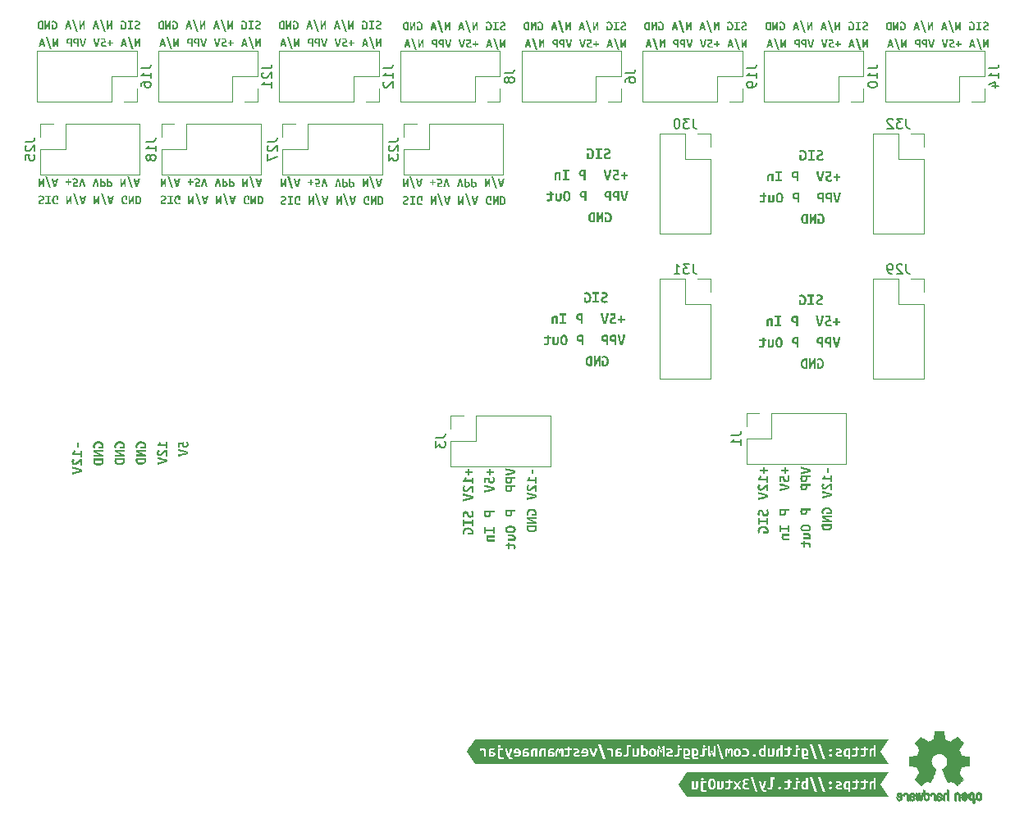
<source format=gbr>
%TF.GenerationSoftware,KiCad,Pcbnew,(6.0.4)*%
%TF.CreationDate,2022-06-07T22:17:41+02:00*%
%TF.ProjectId,vestmannaeyjar,76657374-6d61-46e6-9e61-65796a61722e,rev?*%
%TF.SameCoordinates,Original*%
%TF.FileFunction,Legend,Bot*%
%TF.FilePolarity,Positive*%
%FSLAX46Y46*%
G04 Gerber Fmt 4.6, Leading zero omitted, Abs format (unit mm)*
G04 Created by KiCad (PCBNEW (6.0.4)) date 2022-06-07 22:17:41*
%MOMM*%
%LPD*%
G01*
G04 APERTURE LIST*
%ADD10C,0.150000*%
%ADD11C,0.120000*%
%ADD12C,0.010000*%
G04 APERTURE END LIST*
D10*
%TO.C,J27*%
X44622380Y-50460477D02*
X45336666Y-50460477D01*
X45479523Y-50412858D01*
X45574761Y-50317620D01*
X45622380Y-50174762D01*
X45622380Y-50079524D01*
X44717619Y-50889048D02*
X44670000Y-50936667D01*
X44622380Y-51031905D01*
X44622380Y-51270001D01*
X44670000Y-51365239D01*
X44717619Y-51412858D01*
X44812857Y-51460477D01*
X44908095Y-51460477D01*
X45050952Y-51412858D01*
X45622380Y-50841429D01*
X45622380Y-51460477D01*
X44622380Y-51793810D02*
X44622380Y-52460477D01*
X45622380Y-52031905D01*
%TO.C,J3*%
X62002380Y-81054166D02*
X62716666Y-81054166D01*
X62859523Y-81006547D01*
X62954761Y-80911309D01*
X63002380Y-80768452D01*
X63002380Y-80673214D01*
X62002380Y-81435119D02*
X62002380Y-82054166D01*
X62383333Y-81720833D01*
X62383333Y-81863690D01*
X62430952Y-81958928D01*
X62478571Y-82006547D01*
X62573809Y-82054166D01*
X62811904Y-82054166D01*
X62907142Y-82006547D01*
X62954761Y-81958928D01*
X63002380Y-81863690D01*
X63002380Y-81577976D01*
X62954761Y-81482738D01*
X62907142Y-81435119D01*
%TO.C,J1*%
X92502380Y-80801667D02*
X93216666Y-80801667D01*
X93359523Y-80754048D01*
X93454761Y-80658810D01*
X93502380Y-80515953D01*
X93502380Y-80420715D01*
X93502380Y-81801667D02*
X93502380Y-81230239D01*
X93502380Y-81515953D02*
X92502380Y-81515953D01*
X92645238Y-81420715D01*
X92740476Y-81325477D01*
X92788095Y-81230239D01*
%TO.C,J31*%
X88539522Y-63122380D02*
X88539522Y-63836666D01*
X88587141Y-63979523D01*
X88682379Y-64074761D01*
X88825237Y-64122380D01*
X88920475Y-64122380D01*
X88158570Y-63122380D02*
X87539522Y-63122380D01*
X87872856Y-63503333D01*
X87729999Y-63503333D01*
X87634760Y-63550952D01*
X87587141Y-63598571D01*
X87539522Y-63693809D01*
X87539522Y-63931904D01*
X87587141Y-64027142D01*
X87634760Y-64074761D01*
X87729999Y-64122380D01*
X88015713Y-64122380D01*
X88110951Y-64074761D01*
X88158570Y-64027142D01*
X86587141Y-64122380D02*
X87158570Y-64122380D01*
X86872856Y-64122380D02*
X86872856Y-63122380D01*
X86968094Y-63265238D01*
X87063332Y-63360476D01*
X87158570Y-63408095D01*
%TO.C,J14*%
X119082380Y-42920476D02*
X119796666Y-42920476D01*
X119939523Y-42872857D01*
X120034761Y-42777619D01*
X120082380Y-42634761D01*
X120082380Y-42539523D01*
X120082380Y-43920476D02*
X120082380Y-43349047D01*
X120082380Y-43634761D02*
X119082380Y-43634761D01*
X119225238Y-43539523D01*
X119320476Y-43444285D01*
X119368095Y-43349047D01*
X119415714Y-44777619D02*
X120082380Y-44777619D01*
X119034761Y-44539523D02*
X119749047Y-44301428D01*
X119749047Y-44920476D01*
%TO.C,J25*%
X19622380Y-50460477D02*
X20336666Y-50460477D01*
X20479523Y-50412858D01*
X20574761Y-50317620D01*
X20622380Y-50174762D01*
X20622380Y-50079524D01*
X19717619Y-50889048D02*
X19670000Y-50936667D01*
X19622380Y-51031905D01*
X19622380Y-51270001D01*
X19670000Y-51365239D01*
X19717619Y-51412858D01*
X19812857Y-51460477D01*
X19908095Y-51460477D01*
X20050952Y-51412858D01*
X20622380Y-50841429D01*
X20622380Y-51460477D01*
X19622380Y-52365239D02*
X19622380Y-51889048D01*
X20098571Y-51841429D01*
X20050952Y-51889048D01*
X20003333Y-51984286D01*
X20003333Y-52222381D01*
X20050952Y-52317620D01*
X20098571Y-52365239D01*
X20193809Y-52412858D01*
X20431904Y-52412858D01*
X20527142Y-52365239D01*
X20574761Y-52317620D01*
X20622380Y-52222381D01*
X20622380Y-51984286D01*
X20574761Y-51889048D01*
X20527142Y-51841429D01*
%TO.C,J16*%
X31582380Y-42920476D02*
X32296666Y-42920476D01*
X32439523Y-42872857D01*
X32534761Y-42777619D01*
X32582380Y-42634761D01*
X32582380Y-42539523D01*
X32582380Y-43920476D02*
X32582380Y-43349047D01*
X32582380Y-43634761D02*
X31582380Y-43634761D01*
X31725238Y-43539523D01*
X31820476Y-43444285D01*
X31868095Y-43349047D01*
X31582380Y-44777619D02*
X31582380Y-44587142D01*
X31630000Y-44491904D01*
X31677619Y-44444285D01*
X31820476Y-44349047D01*
X32010952Y-44301428D01*
X32391904Y-44301428D01*
X32487142Y-44349047D01*
X32534761Y-44396666D01*
X32582380Y-44491904D01*
X32582380Y-44682380D01*
X32534761Y-44777619D01*
X32487142Y-44825238D01*
X32391904Y-44872857D01*
X32153809Y-44872857D01*
X32058571Y-44825238D01*
X32010952Y-44777619D01*
X31963333Y-44682380D01*
X31963333Y-44491904D01*
X32010952Y-44396666D01*
X32058571Y-44349047D01*
X32153809Y-44301428D01*
%TO.C,J18*%
X32122380Y-50460477D02*
X32836666Y-50460477D01*
X32979523Y-50412858D01*
X33074761Y-50317620D01*
X33122380Y-50174762D01*
X33122380Y-50079524D01*
X33122380Y-51460477D02*
X33122380Y-50889048D01*
X33122380Y-51174762D02*
X32122380Y-51174762D01*
X32265238Y-51079524D01*
X32360476Y-50984286D01*
X32408095Y-50889048D01*
X32550952Y-52031905D02*
X32503333Y-51936667D01*
X32455714Y-51889048D01*
X32360476Y-51841429D01*
X32312857Y-51841429D01*
X32217619Y-51889048D01*
X32170000Y-51936667D01*
X32122380Y-52031905D01*
X32122380Y-52222381D01*
X32170000Y-52317620D01*
X32217619Y-52365239D01*
X32312857Y-52412858D01*
X32360476Y-52412858D01*
X32455714Y-52365239D01*
X32503333Y-52317620D01*
X32550952Y-52222381D01*
X32550952Y-52031905D01*
X32598571Y-51936667D01*
X32646190Y-51889048D01*
X32741428Y-51841429D01*
X32931904Y-51841429D01*
X33027142Y-51889048D01*
X33074761Y-51936667D01*
X33122380Y-52031905D01*
X33122380Y-52222381D01*
X33074761Y-52317620D01*
X33027142Y-52365239D01*
X32931904Y-52412858D01*
X32741428Y-52412858D01*
X32646190Y-52365239D01*
X32598571Y-52317620D01*
X32550952Y-52222381D01*
%TO.C,J12*%
X56582380Y-42920476D02*
X57296666Y-42920476D01*
X57439523Y-42872857D01*
X57534761Y-42777619D01*
X57582380Y-42634761D01*
X57582380Y-42539523D01*
X57582380Y-43920476D02*
X57582380Y-43349047D01*
X57582380Y-43634761D02*
X56582380Y-43634761D01*
X56725238Y-43539523D01*
X56820476Y-43444285D01*
X56868095Y-43349047D01*
X56677619Y-44301428D02*
X56630000Y-44349047D01*
X56582380Y-44444285D01*
X56582380Y-44682380D01*
X56630000Y-44777619D01*
X56677619Y-44825238D01*
X56772857Y-44872857D01*
X56868095Y-44872857D01*
X57010952Y-44825238D01*
X57582380Y-44253809D01*
X57582380Y-44872857D01*
%TO.C,J19*%
X94082380Y-42920476D02*
X94796666Y-42920476D01*
X94939523Y-42872857D01*
X95034761Y-42777619D01*
X95082380Y-42634761D01*
X95082380Y-42539523D01*
X95082380Y-43920476D02*
X95082380Y-43349047D01*
X95082380Y-43634761D02*
X94082380Y-43634761D01*
X94225238Y-43539523D01*
X94320476Y-43444285D01*
X94368095Y-43349047D01*
X95082380Y-44396666D02*
X95082380Y-44587142D01*
X95034761Y-44682380D01*
X94987142Y-44730000D01*
X94844285Y-44825238D01*
X94653809Y-44872857D01*
X94272857Y-44872857D01*
X94177619Y-44825238D01*
X94130000Y-44777619D01*
X94082380Y-44682380D01*
X94082380Y-44491904D01*
X94130000Y-44396666D01*
X94177619Y-44349047D01*
X94272857Y-44301428D01*
X94510952Y-44301428D01*
X94606190Y-44349047D01*
X94653809Y-44396666D01*
X94701428Y-44491904D01*
X94701428Y-44682380D01*
X94653809Y-44777619D01*
X94606190Y-44825238D01*
X94510952Y-44872857D01*
%TO.C,J30*%
X88539522Y-48122380D02*
X88539522Y-48836666D01*
X88587141Y-48979523D01*
X88682379Y-49074761D01*
X88825237Y-49122380D01*
X88920475Y-49122380D01*
X88158570Y-48122380D02*
X87539522Y-48122380D01*
X87872856Y-48503333D01*
X87729999Y-48503333D01*
X87634760Y-48550952D01*
X87587141Y-48598571D01*
X87539522Y-48693809D01*
X87539522Y-48931904D01*
X87587141Y-49027142D01*
X87634760Y-49074761D01*
X87729999Y-49122380D01*
X88015713Y-49122380D01*
X88110951Y-49074761D01*
X88158570Y-49027142D01*
X86920475Y-48122380D02*
X86825237Y-48122380D01*
X86729999Y-48170000D01*
X86682379Y-48217619D01*
X86634760Y-48312857D01*
X86587141Y-48503333D01*
X86587141Y-48741428D01*
X86634760Y-48931904D01*
X86682379Y-49027142D01*
X86729999Y-49074761D01*
X86825237Y-49122380D01*
X86920475Y-49122380D01*
X87015713Y-49074761D01*
X87063332Y-49027142D01*
X87110951Y-48931904D01*
X87158570Y-48741428D01*
X87158570Y-48503333D01*
X87110951Y-48312857D01*
X87063332Y-48217619D01*
X87015713Y-48170000D01*
X86920475Y-48122380D01*
%TO.C,J6*%
X81582380Y-43396666D02*
X82296666Y-43396666D01*
X82439523Y-43349047D01*
X82534761Y-43253809D01*
X82582380Y-43110952D01*
X82582380Y-43015714D01*
X81582380Y-44301428D02*
X81582380Y-44110952D01*
X81630000Y-44015714D01*
X81677619Y-43968095D01*
X81820476Y-43872857D01*
X82010952Y-43825238D01*
X82391904Y-43825238D01*
X82487142Y-43872857D01*
X82534761Y-43920476D01*
X82582380Y-44015714D01*
X82582380Y-44206190D01*
X82534761Y-44301428D01*
X82487142Y-44349047D01*
X82391904Y-44396666D01*
X82153809Y-44396666D01*
X82058571Y-44349047D01*
X82010952Y-44301428D01*
X81963333Y-44206190D01*
X81963333Y-44015714D01*
X82010952Y-43920476D01*
X82058571Y-43872857D01*
X82153809Y-43825238D01*
%TO.C,J10*%
X106582380Y-42920476D02*
X107296666Y-42920476D01*
X107439523Y-42872857D01*
X107534761Y-42777619D01*
X107582380Y-42634761D01*
X107582380Y-42539523D01*
X107582380Y-43920476D02*
X107582380Y-43349047D01*
X107582380Y-43634761D02*
X106582380Y-43634761D01*
X106725238Y-43539523D01*
X106820476Y-43444285D01*
X106868095Y-43349047D01*
X106582380Y-44539523D02*
X106582380Y-44634761D01*
X106630000Y-44730000D01*
X106677619Y-44777619D01*
X106772857Y-44825238D01*
X106963333Y-44872857D01*
X107201428Y-44872857D01*
X107391904Y-44825238D01*
X107487142Y-44777619D01*
X107534761Y-44730000D01*
X107582380Y-44634761D01*
X107582380Y-44539523D01*
X107534761Y-44444285D01*
X107487142Y-44396666D01*
X107391904Y-44349047D01*
X107201428Y-44301428D01*
X106963333Y-44301428D01*
X106772857Y-44349047D01*
X106677619Y-44396666D01*
X106630000Y-44444285D01*
X106582380Y-44539523D01*
%TO.C,J32*%
X110539522Y-48122380D02*
X110539522Y-48836666D01*
X110587141Y-48979523D01*
X110682379Y-49074761D01*
X110825237Y-49122380D01*
X110920475Y-49122380D01*
X110158570Y-48122380D02*
X109539522Y-48122380D01*
X109872856Y-48503333D01*
X109729999Y-48503333D01*
X109634760Y-48550952D01*
X109587141Y-48598571D01*
X109539522Y-48693809D01*
X109539522Y-48931904D01*
X109587141Y-49027142D01*
X109634760Y-49074761D01*
X109729999Y-49122380D01*
X110015713Y-49122380D01*
X110110951Y-49074761D01*
X110158570Y-49027142D01*
X109158570Y-48217619D02*
X109110951Y-48170000D01*
X109015713Y-48122380D01*
X108777618Y-48122380D01*
X108682379Y-48170000D01*
X108634760Y-48217619D01*
X108587141Y-48312857D01*
X108587141Y-48408095D01*
X108634760Y-48550952D01*
X109206189Y-49122380D01*
X108587141Y-49122380D01*
%TO.C,J21*%
X44082380Y-42920476D02*
X44796666Y-42920476D01*
X44939523Y-42872857D01*
X45034761Y-42777619D01*
X45082380Y-42634761D01*
X45082380Y-42539523D01*
X44177619Y-43349047D02*
X44130000Y-43396666D01*
X44082380Y-43491904D01*
X44082380Y-43730000D01*
X44130000Y-43825238D01*
X44177619Y-43872857D01*
X44272857Y-43920476D01*
X44368095Y-43920476D01*
X44510952Y-43872857D01*
X45082380Y-43301428D01*
X45082380Y-43920476D01*
X45082380Y-44872857D02*
X45082380Y-44301428D01*
X45082380Y-44587142D02*
X44082380Y-44587142D01*
X44225238Y-44491904D01*
X44320476Y-44396666D01*
X44368095Y-44301428D01*
%TO.C,J23*%
X57122380Y-50460477D02*
X57836666Y-50460477D01*
X57979523Y-50412858D01*
X58074761Y-50317620D01*
X58122380Y-50174762D01*
X58122380Y-50079524D01*
X57217619Y-50889048D02*
X57170000Y-50936667D01*
X57122380Y-51031905D01*
X57122380Y-51270001D01*
X57170000Y-51365239D01*
X57217619Y-51412858D01*
X57312857Y-51460477D01*
X57408095Y-51460477D01*
X57550952Y-51412858D01*
X58122380Y-50841429D01*
X58122380Y-51460477D01*
X57122380Y-51793810D02*
X57122380Y-52412858D01*
X57503333Y-52079524D01*
X57503333Y-52222381D01*
X57550952Y-52317620D01*
X57598571Y-52365239D01*
X57693809Y-52412858D01*
X57931904Y-52412858D01*
X58027142Y-52365239D01*
X58074761Y-52317620D01*
X58122380Y-52222381D01*
X58122380Y-51936667D01*
X58074761Y-51841429D01*
X58027142Y-51793810D01*
%TO.C,J29*%
X110539522Y-63122380D02*
X110539522Y-63836666D01*
X110587141Y-63979523D01*
X110682379Y-64074761D01*
X110825237Y-64122380D01*
X110920475Y-64122380D01*
X110110951Y-63217619D02*
X110063332Y-63170000D01*
X109968094Y-63122380D01*
X109729999Y-63122380D01*
X109634760Y-63170000D01*
X109587141Y-63217619D01*
X109539522Y-63312857D01*
X109539522Y-63408095D01*
X109587141Y-63550952D01*
X110158570Y-64122380D01*
X109539522Y-64122380D01*
X109063332Y-64122380D02*
X108872856Y-64122380D01*
X108777618Y-64074761D01*
X108729999Y-64027142D01*
X108634760Y-63884285D01*
X108587141Y-63693809D01*
X108587141Y-63312857D01*
X108634760Y-63217619D01*
X108682379Y-63170000D01*
X108777618Y-63122380D01*
X108968094Y-63122380D01*
X109063332Y-63170000D01*
X109110951Y-63217619D01*
X109158570Y-63312857D01*
X109158570Y-63550952D01*
X109110951Y-63646190D01*
X109063332Y-63693809D01*
X108968094Y-63741428D01*
X108777618Y-63741428D01*
X108682379Y-63693809D01*
X108634760Y-63646190D01*
X108587141Y-63550952D01*
%TO.C,J8*%
X69082380Y-43396666D02*
X69796666Y-43396666D01*
X69939523Y-43349047D01*
X70034761Y-43253809D01*
X70082380Y-43110952D01*
X70082380Y-43015714D01*
X69510952Y-44015714D02*
X69463333Y-43920476D01*
X69415714Y-43872857D01*
X69320476Y-43825238D01*
X69272857Y-43825238D01*
X69177619Y-43872857D01*
X69130000Y-43920476D01*
X69082380Y-44015714D01*
X69082380Y-44206190D01*
X69130000Y-44301428D01*
X69177619Y-44349047D01*
X69272857Y-44396666D01*
X69320476Y-44396666D01*
X69415714Y-44349047D01*
X69463333Y-44301428D01*
X69510952Y-44206190D01*
X69510952Y-44015714D01*
X69558571Y-43920476D01*
X69606190Y-43872857D01*
X69701428Y-43825238D01*
X69891904Y-43825238D01*
X69987142Y-43872857D01*
X70034761Y-43920476D01*
X70082380Y-44015714D01*
X70082380Y-44206190D01*
X70034761Y-44301428D01*
X69987142Y-44349047D01*
X69891904Y-44396666D01*
X69701428Y-44396666D01*
X69606190Y-44349047D01*
X69558571Y-44301428D01*
X69510952Y-44206190D01*
D11*
%TO.C,J27*%
X46170000Y-51270000D02*
X46170000Y-53870000D01*
X48770000Y-48670000D02*
X48770000Y-51270000D01*
X46170000Y-48670000D02*
X46170000Y-50000000D01*
X47500000Y-48670000D02*
X46170000Y-48670000D01*
X56450000Y-48670000D02*
X56450000Y-53870000D01*
X48770000Y-51270000D02*
X46170000Y-51270000D01*
X48770000Y-48670000D02*
X56450000Y-48670000D01*
X46170000Y-53870000D02*
X56450000Y-53870000D01*
%TO.C,kibuzzard-629FAC56*%
G36*
X65187153Y-113525000D02*
G01*
X65413584Y-113185354D01*
X66547367Y-113185354D01*
X66585785Y-113384427D01*
X66635553Y-113373949D01*
X66694052Y-113364345D01*
X66751679Y-113358233D01*
X66798827Y-113356487D01*
X66887886Y-113360852D01*
X66976945Y-113377442D01*
X66976945Y-113986883D01*
X67193480Y-113986883D01*
X67193480Y-113967674D01*
X67451925Y-113967674D01*
X67591625Y-113992122D01*
X67689852Y-114002599D01*
X67799429Y-114006092D01*
X67941748Y-113992122D01*
X68050889Y-113945846D01*
X68061803Y-113932749D01*
X68396646Y-113932749D01*
X68402758Y-114024209D01*
X68421094Y-114099516D01*
X68488324Y-114207784D01*
X68589607Y-114266283D01*
X68716210Y-114283746D01*
X68796974Y-114278507D01*
X68871626Y-114262791D01*
X68941913Y-114238780D01*
X69009580Y-114208657D01*
X68943222Y-114027047D01*
X68837574Y-114073323D01*
X68724941Y-114095151D01*
X68641121Y-114062845D01*
X68611435Y-113943227D01*
X68611435Y-113344263D01*
X68943222Y-113344263D01*
X68943222Y-113166146D01*
X69144041Y-113166146D01*
X69176565Y-113280307D01*
X69207779Y-113392285D01*
X69238994Y-113501862D01*
X69271517Y-113608820D01*
X69305788Y-113713377D01*
X69342241Y-113815751D01*
X69381313Y-113915723D01*
X69423441Y-114013077D01*
X69488926Y-114133568D01*
X69560522Y-114216515D01*
X69647834Y-114264537D01*
X69760467Y-114280253D01*
X69859131Y-114271522D01*
X69933346Y-114248821D01*
X69893182Y-114068957D01*
X69831191Y-114090785D01*
X69772691Y-114096897D01*
X69671409Y-114054987D01*
X69610290Y-113955451D01*
X69661513Y-113848056D01*
X69712737Y-113730766D01*
X69763960Y-113603581D01*
X69777825Y-113566037D01*
X70029390Y-113566037D01*
X70030263Y-113609693D01*
X70032882Y-113646364D01*
X70565489Y-113646364D01*
X70548899Y-113718179D01*
X70499131Y-113772968D01*
X70423169Y-113807674D01*
X70327999Y-113819243D01*
X70204888Y-113805273D01*
X70106225Y-113777333D01*
X70076539Y-113960689D01*
X70195284Y-113992995D01*
X70336730Y-114006092D01*
X70436048Y-113999325D01*
X70524452Y-113979025D01*
X70550397Y-113967674D01*
X70944425Y-113967674D01*
X71084125Y-113992122D01*
X71182352Y-114002599D01*
X71291929Y-114006092D01*
X71434248Y-113992122D01*
X71446604Y-113986883D01*
X71817550Y-113986883D01*
X72032339Y-113986883D01*
X72032339Y-113552067D01*
X72038887Y-113452967D01*
X72058532Y-113386173D01*
X72165054Y-113335532D01*
X72213076Y-113337278D01*
X72262844Y-113342517D01*
X72262844Y-113986883D01*
X72477632Y-113986883D01*
X72690675Y-113986883D01*
X72905464Y-113986883D01*
X72905464Y-113552067D01*
X72912012Y-113452967D01*
X72931657Y-113386173D01*
X73038179Y-113335532D01*
X73086201Y-113337278D01*
X73135969Y-113342517D01*
X73135969Y-113986883D01*
X73350757Y-113986883D01*
X73350757Y-113967674D01*
X73563800Y-113967674D01*
X73703500Y-113992122D01*
X73801727Y-114002599D01*
X73911304Y-114006092D01*
X74053623Y-113992122D01*
X74065979Y-113986883D01*
X74384537Y-113986883D01*
X74559162Y-113986883D01*
X74559162Y-113485709D01*
X74565274Y-113407128D01*
X74580991Y-113361726D01*
X74603692Y-113340771D01*
X74630759Y-113335532D01*
X74663937Y-113338151D01*
X74695370Y-113347756D01*
X74686639Y-113421098D01*
X74683146Y-113510157D01*
X74683146Y-113674304D01*
X74857771Y-113674304D01*
X74857771Y-113485709D01*
X74874361Y-113368711D01*
X74927621Y-113335532D01*
X74952942Y-113337278D01*
X74981755Y-113342517D01*
X74981755Y-113986883D01*
X75156380Y-113986883D01*
X75156380Y-113960689D01*
X75255916Y-113960689D01*
X75384266Y-113995614D01*
X75517854Y-114006092D01*
X75650569Y-113993868D01*
X75748359Y-113946719D01*
X75809477Y-113848056D01*
X75825194Y-113774495D01*
X75826016Y-113759871D01*
X76181429Y-113759871D01*
X76200637Y-113855914D01*
X76264376Y-113934496D01*
X76380501Y-113986883D01*
X76460392Y-114001290D01*
X76556872Y-114006092D01*
X76655536Y-113999980D01*
X76738482Y-113981644D01*
X76858974Y-113937988D01*
X76825795Y-113758124D01*
X76695699Y-113803527D01*
X76555126Y-113824482D01*
X76434635Y-113813131D01*
X76392725Y-113766856D01*
X76405822Y-113728438D01*
X76442493Y-113701371D01*
X76496627Y-113679543D01*
X76560365Y-113658588D01*
X76656409Y-113626283D01*
X76745467Y-113580007D01*
X76758575Y-113566037D01*
X77014390Y-113566037D01*
X77015263Y-113609693D01*
X77017882Y-113646364D01*
X77550489Y-113646364D01*
X77533899Y-113718179D01*
X77484131Y-113772968D01*
X77408169Y-113807674D01*
X77312999Y-113819243D01*
X77189888Y-113805273D01*
X77091225Y-113777333D01*
X77061539Y-113960689D01*
X77180284Y-113992995D01*
X77321730Y-114006092D01*
X77421048Y-113999325D01*
X77509452Y-113979025D01*
X77586287Y-113945410D01*
X77650898Y-113898698D01*
X77702631Y-113839107D01*
X77740830Y-113766856D01*
X77764404Y-113681726D01*
X77772262Y-113583499D01*
X77763968Y-113481780D01*
X77739084Y-113393158D01*
X77700666Y-113317851D01*
X77651771Y-113256077D01*
X77593708Y-113207837D01*
X77527787Y-113173131D01*
X77504213Y-113166146D01*
X77850844Y-113166146D01*
X77888497Y-113287674D01*
X77928115Y-113404290D01*
X77969698Y-113515996D01*
X78013245Y-113622790D01*
X78071453Y-113755990D01*
X78127333Y-113877354D01*
X78180885Y-113986883D01*
X78360749Y-113986883D01*
X78413427Y-113877354D01*
X78466688Y-113755990D01*
X78520531Y-113622790D01*
X78560640Y-113515996D01*
X78599767Y-113404290D01*
X78637911Y-113287674D01*
X78675074Y-113166146D01*
X78449807Y-113166146D01*
X78432563Y-113234686D01*
X78412263Y-113307592D01*
X78389780Y-113382899D01*
X78365987Y-113458642D01*
X78341322Y-113533513D01*
X78316219Y-113606201D01*
X78268197Y-113737169D01*
X78217556Y-113606201D01*
X78189835Y-113533513D01*
X78162549Y-113458642D01*
X78135919Y-113382899D01*
X78110162Y-113307592D01*
X78087242Y-113234686D01*
X78069125Y-113166146D01*
X77850844Y-113166146D01*
X77504213Y-113166146D01*
X77457064Y-113152176D01*
X77384595Y-113145191D01*
X77273223Y-113157123D01*
X77181254Y-113192921D01*
X77108687Y-113252585D01*
X77056300Y-113335144D01*
X77024867Y-113439628D01*
X77014390Y-113566037D01*
X76758575Y-113566037D01*
X76811825Y-113509284D01*
X76838019Y-113401889D01*
X76817937Y-113303226D01*
X76755072Y-113221152D01*
X76645931Y-113165272D01*
X76573025Y-113150211D01*
X76487022Y-113145191D01*
X76409533Y-113148247D01*
X76337718Y-113157414D01*
X76218100Y-113192339D01*
X76251279Y-113373949D01*
X76343830Y-113345136D01*
X76485276Y-113325054D01*
X76596163Y-113345136D01*
X76624976Y-113387919D01*
X76611879Y-113421971D01*
X76576954Y-113449038D01*
X76526313Y-113472612D01*
X76464321Y-113494441D01*
X76366531Y-113529366D01*
X76274853Y-113577388D01*
X76207622Y-113650730D01*
X76181429Y-113759871D01*
X75826016Y-113759871D01*
X75830432Y-113681289D01*
X75830432Y-113344263D01*
X76017281Y-113344263D01*
X76017281Y-113166146D01*
X75830432Y-113166146D01*
X75830432Y-112960088D01*
X75615644Y-112925163D01*
X75615644Y-113166146D01*
X75271632Y-113166146D01*
X75271632Y-113344263D01*
X75615644Y-113344263D01*
X75615644Y-113676051D01*
X75606912Y-113749393D01*
X75582465Y-113793049D01*
X75544047Y-113814004D01*
X75493406Y-113819243D01*
X75438399Y-113817497D01*
X75389504Y-113811385D01*
X75340609Y-113798288D01*
X75285602Y-113775587D01*
X75255916Y-113960689D01*
X75156380Y-113960689D01*
X75156380Y-113197578D01*
X75021919Y-113167892D01*
X74904920Y-113157414D01*
X74823719Y-113168765D01*
X74761727Y-113206309D01*
X74691877Y-113172257D01*
X74608057Y-113157414D01*
X74496297Y-113178369D01*
X74427321Y-113241234D01*
X74393269Y-113346882D01*
X74386720Y-113416078D01*
X74384537Y-113496187D01*
X74384537Y-113986883D01*
X74065979Y-113986883D01*
X74162764Y-113945846D01*
X74232614Y-113862026D01*
X74257061Y-113735423D01*
X74229121Y-113614932D01*
X74154032Y-113536351D01*
X74045765Y-113493567D01*
X73918289Y-113480471D01*
X73839271Y-113483963D01*
X73769857Y-113494441D01*
X73769857Y-113468247D01*
X73808275Y-113366091D01*
X73860662Y-113335314D01*
X73940990Y-113325054D01*
X74058862Y-113333786D01*
X74150540Y-113354741D01*
X74180226Y-113181862D01*
X74066720Y-113156541D01*
X73992068Y-113148028D01*
X73914796Y-113145191D01*
X73822027Y-113151084D01*
X73746283Y-113168765D01*
X73638889Y-113235122D01*
X73581262Y-113339897D01*
X73563800Y-113478724D01*
X73563800Y-113967674D01*
X73350757Y-113967674D01*
X73350757Y-113192339D01*
X73286365Y-113177060D01*
X73208438Y-113162653D01*
X73120034Y-113152176D01*
X73024209Y-113148683D01*
X72934713Y-113155450D01*
X72861807Y-113175750D01*
X72759652Y-113252585D01*
X72706391Y-113371330D01*
X72694604Y-113444018D01*
X72690675Y-113524127D01*
X72690675Y-113986883D01*
X72477632Y-113986883D01*
X72477632Y-113192339D01*
X72413240Y-113177060D01*
X72335313Y-113162653D01*
X72246909Y-113152176D01*
X72151084Y-113148683D01*
X72061588Y-113155450D01*
X71988682Y-113175750D01*
X71886527Y-113252585D01*
X71833266Y-113371330D01*
X71821479Y-113444018D01*
X71817550Y-113524127D01*
X71817550Y-113986883D01*
X71446604Y-113986883D01*
X71543389Y-113945846D01*
X71613239Y-113862026D01*
X71637686Y-113735423D01*
X71609746Y-113614932D01*
X71534657Y-113536351D01*
X71426390Y-113493567D01*
X71298914Y-113480471D01*
X71219896Y-113483963D01*
X71150482Y-113494441D01*
X71150482Y-113468247D01*
X71188900Y-113366091D01*
X71241287Y-113335314D01*
X71321615Y-113325054D01*
X71439487Y-113333786D01*
X71531165Y-113354741D01*
X71560851Y-113181862D01*
X71447345Y-113156541D01*
X71372693Y-113148028D01*
X71295421Y-113145191D01*
X71202652Y-113151084D01*
X71126908Y-113168765D01*
X71019514Y-113235122D01*
X70961888Y-113339897D01*
X70944425Y-113478724D01*
X70944425Y-113967674D01*
X70550397Y-113967674D01*
X70601287Y-113945410D01*
X70665898Y-113898698D01*
X70717631Y-113839107D01*
X70755830Y-113766856D01*
X70779404Y-113681726D01*
X70787262Y-113583499D01*
X70778968Y-113481780D01*
X70754084Y-113393158D01*
X70715666Y-113317851D01*
X70666771Y-113256077D01*
X70608708Y-113207837D01*
X70542788Y-113173131D01*
X70472064Y-113152176D01*
X70399595Y-113145191D01*
X70288223Y-113157123D01*
X70196254Y-113192921D01*
X70123687Y-113252585D01*
X70071300Y-113335144D01*
X70039867Y-113439628D01*
X70029390Y-113566037D01*
X69777825Y-113566037D01*
X69801504Y-113501917D01*
X69837302Y-113395123D01*
X69871354Y-113283199D01*
X69903660Y-113166146D01*
X69680140Y-113166146D01*
X69644342Y-113304099D01*
X69623605Y-113377442D01*
X69601559Y-113450784D01*
X69578203Y-113523472D01*
X69553537Y-113594850D01*
X69502022Y-113726692D01*
X69465351Y-113594850D01*
X69446579Y-113523690D01*
X69428680Y-113451657D01*
X69411436Y-113378970D01*
X69394628Y-113305846D01*
X69364069Y-113166146D01*
X69144041Y-113166146D01*
X68943222Y-113166146D01*
X68396646Y-113166146D01*
X68396646Y-113932749D01*
X68061803Y-113932749D01*
X68120739Y-113862026D01*
X68145186Y-113735423D01*
X68117246Y-113614932D01*
X68042157Y-113536351D01*
X67933890Y-113493567D01*
X67806414Y-113480471D01*
X67727396Y-113483963D01*
X67657982Y-113494441D01*
X67657982Y-113468247D01*
X67696400Y-113366091D01*
X67748787Y-113335314D01*
X67829115Y-113325054D01*
X67946987Y-113333786D01*
X68038665Y-113354741D01*
X68068351Y-113181862D01*
X67954845Y-113156541D01*
X67880193Y-113148028D01*
X67802921Y-113145191D01*
X67710152Y-113151084D01*
X67634408Y-113168765D01*
X67527014Y-113235122D01*
X67469387Y-113339897D01*
X67451925Y-113478724D01*
X67451925Y-113967674D01*
X67193480Y-113967674D01*
X67193480Y-113220279D01*
X67106822Y-113191903D01*
X67017982Y-113169638D01*
X66920410Y-113155232D01*
X66807559Y-113150429D01*
X66757791Y-113152176D01*
X66688814Y-113158287D01*
X66614598Y-113168765D01*
X66547367Y-113185354D01*
X65413584Y-113185354D01*
X65583552Y-112930402D01*
X68422840Y-112930402D01*
X68463004Y-113029938D01*
X68559047Y-113066609D01*
X68654218Y-113029938D01*
X68693509Y-112930402D01*
X68654218Y-112829119D01*
X68559047Y-112792448D01*
X68463004Y-112829119D01*
X68422840Y-112930402D01*
X65583552Y-112930402D01*
X65692984Y-112766254D01*
X78781595Y-112766254D01*
X79267052Y-114275014D01*
X79490572Y-114275014D01*
X79137441Y-113185354D01*
X79644242Y-113185354D01*
X79682660Y-113384427D01*
X79732428Y-113373949D01*
X79790927Y-113364345D01*
X79848554Y-113358233D01*
X79895702Y-113356487D01*
X79984761Y-113360852D01*
X80073820Y-113377442D01*
X80073820Y-113986883D01*
X80290355Y-113986883D01*
X80290355Y-113967674D01*
X80548800Y-113967674D01*
X80688500Y-113992122D01*
X80786727Y-114002599D01*
X80896304Y-114006092D01*
X81038623Y-113992122D01*
X81133349Y-113951958D01*
X81376522Y-113951958D01*
X81400097Y-113964182D01*
X81448119Y-113982518D01*
X81520588Y-113999107D01*
X81617505Y-114006092D01*
X81745854Y-113984045D01*
X81779324Y-113958943D01*
X82300289Y-113958943D01*
X82365991Y-113974659D01*
X82444354Y-113990376D01*
X82532758Y-114002163D01*
X82628584Y-114006092D01*
X82720698Y-113999107D01*
X82794477Y-113978152D01*
X82814683Y-113962436D01*
X83187384Y-113962436D01*
X83253305Y-113979898D01*
X83332322Y-113993868D01*
X83417016Y-114003036D01*
X83499962Y-114006092D01*
X83617640Y-113993480D01*
X83714557Y-113955645D01*
X83790713Y-113892586D01*
X83845526Y-113807601D01*
X83878414Y-113703991D01*
X83889376Y-113581753D01*
X83888859Y-113574768D01*
X83987166Y-113574768D01*
X83994151Y-113667974D01*
X84015106Y-113752013D01*
X84048722Y-113826010D01*
X84093687Y-113889093D01*
X84149349Y-113940171D01*
X84215052Y-113978152D01*
X84289922Y-114001726D01*
X84373087Y-114009584D01*
X84456253Y-114001726D01*
X84503394Y-113986883D01*
X84851560Y-113986883D01*
X85048886Y-113986883D01*
X85038409Y-113146937D01*
X85171124Y-113604454D01*
X85328286Y-113604454D01*
X85455762Y-113146937D01*
X85447031Y-113986883D01*
X85644357Y-113986883D01*
X85638900Y-113851549D01*
X85635057Y-113759871D01*
X85785804Y-113759871D01*
X85805012Y-113855914D01*
X85868751Y-113934496D01*
X85984876Y-113986883D01*
X86064767Y-114001290D01*
X86161247Y-114006092D01*
X86259911Y-113999980D01*
X86342857Y-113981644D01*
X86424791Y-113951958D01*
X86615272Y-113951958D01*
X86740129Y-113994741D01*
X86847524Y-114006092D01*
X86924577Y-113999980D01*
X86988097Y-113981644D01*
X87078902Y-113910921D01*
X87088953Y-113887347D01*
X87539039Y-113887347D01*
X87549807Y-114009584D01*
X87582113Y-114108539D01*
X87635956Y-114184209D01*
X87713664Y-114237567D01*
X87817566Y-114269582D01*
X87947661Y-114280253D01*
X88022968Y-114276324D01*
X88095219Y-114264537D01*
X88230554Y-114227866D01*
X88190390Y-114046256D01*
X88083869Y-114082054D01*
X87944169Y-114098643D01*
X87851618Y-114085546D01*
X87793991Y-114049748D01*
X87764305Y-113996488D01*
X87755574Y-113931003D01*
X87755574Y-113897824D01*
X87838521Y-113924018D01*
X87919721Y-113932749D01*
X88018190Y-113921496D01*
X88099391Y-113887735D01*
X88099832Y-113887347D01*
X88412164Y-113887347D01*
X88422932Y-114009584D01*
X88455238Y-114108539D01*
X88509081Y-114184209D01*
X88586789Y-114237567D01*
X88690691Y-114269582D01*
X88820786Y-114280253D01*
X88896093Y-114276324D01*
X88968344Y-114264537D01*
X89103679Y-114227866D01*
X89063515Y-114046256D01*
X88956994Y-114082054D01*
X88817294Y-114098643D01*
X88724743Y-114085546D01*
X88667116Y-114049748D01*
X88637430Y-113996488D01*
X88631493Y-113951958D01*
X89234648Y-113951958D01*
X89359504Y-113994741D01*
X89466899Y-114006092D01*
X89543952Y-113999980D01*
X89607472Y-113981644D01*
X89698277Y-113910921D01*
X89746299Y-113798288D01*
X89756776Y-113727128D01*
X89760269Y-113646364D01*
X89760269Y-113344263D01*
X89987281Y-113344263D01*
X89987281Y-113166146D01*
X89545480Y-113166146D01*
X89545480Y-113674304D01*
X89518413Y-113783445D01*
X89428481Y-113819243D01*
X89356885Y-113811385D01*
X89262588Y-113779079D01*
X89234648Y-113951958D01*
X88631493Y-113951958D01*
X88628699Y-113931003D01*
X88628699Y-113897824D01*
X88711646Y-113924018D01*
X88792846Y-113932749D01*
X88891315Y-113921496D01*
X88972516Y-113887735D01*
X89036448Y-113831467D01*
X89082530Y-113755214D01*
X89110179Y-113661499D01*
X89119395Y-113550321D01*
X89106977Y-113426725D01*
X89069724Y-113326025D01*
X89007635Y-113248219D01*
X88924203Y-113192921D01*
X88822921Y-113159743D01*
X88703788Y-113148683D01*
X88611624Y-113153534D01*
X88514416Y-113168086D01*
X88412164Y-113192339D01*
X88412164Y-113887347D01*
X88099832Y-113887347D01*
X88163323Y-113831467D01*
X88209405Y-113755214D01*
X88237054Y-113661499D01*
X88246270Y-113550321D01*
X88233852Y-113426725D01*
X88196599Y-113326025D01*
X88134510Y-113248219D01*
X88051078Y-113192921D01*
X87949796Y-113159743D01*
X87830663Y-113148683D01*
X87738499Y-113153534D01*
X87641291Y-113168086D01*
X87539039Y-113192339D01*
X87539039Y-113887347D01*
X87088953Y-113887347D01*
X87126924Y-113798288D01*
X87137401Y-113727128D01*
X87140894Y-113646364D01*
X87140894Y-113344263D01*
X87367906Y-113344263D01*
X87367906Y-113166146D01*
X86926105Y-113166146D01*
X86926105Y-113674304D01*
X86899038Y-113783445D01*
X86809106Y-113819243D01*
X86737510Y-113811385D01*
X86643212Y-113779079D01*
X86615272Y-113951958D01*
X86424791Y-113951958D01*
X86463349Y-113937988D01*
X86430170Y-113758124D01*
X86300074Y-113803527D01*
X86159501Y-113824482D01*
X86039010Y-113813131D01*
X85997100Y-113766856D01*
X86010197Y-113728438D01*
X86046868Y-113701371D01*
X86101002Y-113679543D01*
X86164740Y-113658588D01*
X86260784Y-113626283D01*
X86349842Y-113580007D01*
X86416200Y-113509284D01*
X86442394Y-113401889D01*
X86422312Y-113303226D01*
X86359447Y-113221152D01*
X86250306Y-113165272D01*
X86177400Y-113150211D01*
X86091397Y-113145191D01*
X86013908Y-113148247D01*
X85942093Y-113157414D01*
X85822475Y-113192339D01*
X85855654Y-113373949D01*
X85948205Y-113345136D01*
X86089651Y-113325054D01*
X86200538Y-113345136D01*
X86229351Y-113387919D01*
X86216254Y-113421971D01*
X86181329Y-113449038D01*
X86130688Y-113472612D01*
X86068696Y-113494441D01*
X85970906Y-113529366D01*
X85879228Y-113577388D01*
X85811997Y-113650730D01*
X85785804Y-113759871D01*
X85635057Y-113759871D01*
X85633007Y-113710976D01*
X85626677Y-113568220D01*
X85619910Y-113426337D01*
X85612270Y-113287073D01*
X85603321Y-113152176D01*
X85593061Y-113024263D01*
X85583883Y-112930402D01*
X86934836Y-112930402D01*
X86975000Y-113029938D01*
X87071044Y-113066609D01*
X87166214Y-113029938D01*
X87205505Y-112930402D01*
X89554211Y-112930402D01*
X89594375Y-113029938D01*
X89690419Y-113066609D01*
X89785589Y-113029938D01*
X89824880Y-112930402D01*
X89815396Y-112905954D01*
X90090310Y-112905954D01*
X90095549Y-113040634D01*
X90100788Y-113179242D01*
X90106463Y-113319379D01*
X90113011Y-113458642D01*
X90120651Y-113596378D01*
X90129601Y-113731931D01*
X90139860Y-113862899D01*
X90151429Y-113986883D01*
X90329546Y-113986883D01*
X90367964Y-113872722D01*
X90406381Y-113750266D01*
X90444799Y-113626501D01*
X90483216Y-113508411D01*
X90522507Y-113623227D01*
X90563544Y-113747647D01*
X90603708Y-113872067D01*
X90640379Y-113986883D01*
X90818496Y-113986883D01*
X90831593Y-113862681D01*
X90842944Y-113731058D01*
X90852766Y-113594850D01*
X90861279Y-113456896D01*
X90868483Y-113317633D01*
X90874376Y-113177496D01*
X90879178Y-113039324D01*
X90883108Y-112905954D01*
X90684035Y-112905954D01*
X90685781Y-113010729D01*
X90687528Y-113118997D01*
X90689274Y-113228792D01*
X90691020Y-113338151D01*
X90692766Y-113445982D01*
X90694513Y-113551194D01*
X90695822Y-113651821D01*
X90696259Y-113745901D01*
X90660461Y-113623663D01*
X90622043Y-113492694D01*
X90587991Y-113373949D01*
X90563544Y-113288383D01*
X90406381Y-113288383D01*
X90385426Y-113370457D01*
X90354867Y-113478724D01*
X90318196Y-113606201D01*
X90278905Y-113745901D01*
X90279342Y-113651821D01*
X90280651Y-113551194D01*
X90282398Y-113446200D01*
X90284144Y-113339024D01*
X90285890Y-113230102D01*
X90287636Y-113119870D01*
X90288946Y-113010948D01*
X90289383Y-112905954D01*
X90090310Y-112905954D01*
X89815396Y-112905954D01*
X89785589Y-112829119D01*
X89690419Y-112792448D01*
X89594375Y-112829119D01*
X89554211Y-112930402D01*
X87205505Y-112930402D01*
X87166214Y-112829119D01*
X87071044Y-112792448D01*
X86975000Y-112829119D01*
X86934836Y-112930402D01*
X85583883Y-112930402D01*
X85581492Y-112905954D01*
X85403375Y-112905954D01*
X85372816Y-113000252D01*
X85333525Y-113124236D01*
X85291615Y-113258697D01*
X85251451Y-113384427D01*
X85207795Y-113250839D01*
X85164139Y-113118124D01*
X85125721Y-112998506D01*
X85094289Y-112905954D01*
X84916171Y-112905954D01*
X84904166Y-113045654D01*
X84892597Y-113181862D01*
X84882119Y-113315668D01*
X84873388Y-113448165D01*
X84866185Y-113580443D01*
X84860291Y-113713595D01*
X84855489Y-113848711D01*
X84851560Y-113986883D01*
X84503394Y-113986883D01*
X84531123Y-113978152D01*
X84597044Y-113940171D01*
X84653361Y-113889093D01*
X84698981Y-113826010D01*
X84732815Y-113752013D01*
X84753770Y-113667974D01*
X84760755Y-113574768D01*
X84753552Y-113482872D01*
X84731942Y-113399270D01*
X84697453Y-113325491D01*
X84651614Y-113263062D01*
X84595080Y-113212858D01*
X84528504Y-113175750D01*
X84453852Y-113152830D01*
X84373087Y-113145191D01*
X84291232Y-113152830D01*
X84216798Y-113175750D01*
X84150877Y-113212858D01*
X84094561Y-113263062D01*
X84048940Y-113325491D01*
X84015106Y-113399270D01*
X83994151Y-113482872D01*
X83987166Y-113574768D01*
X83888859Y-113574768D01*
X83880160Y-113457284D01*
X83852511Y-113351636D01*
X83806429Y-113264809D01*
X83742303Y-113200295D01*
X83660520Y-113161586D01*
X83561081Y-113148683D01*
X83475515Y-113158287D01*
X83402172Y-113185354D01*
X83402172Y-112811657D01*
X83187384Y-112774986D01*
X83187384Y-113962436D01*
X82814683Y-113962436D01*
X82896633Y-113898698D01*
X82948147Y-113777333D01*
X82958625Y-113703991D01*
X82962117Y-113623663D01*
X82962117Y-113166146D01*
X82747329Y-113166146D01*
X82747329Y-113595723D01*
X82740562Y-113694605D01*
X82720262Y-113764236D01*
X82614614Y-113819243D01*
X82516824Y-113810512D01*
X82516824Y-113166146D01*
X82300289Y-113166146D01*
X82300289Y-113958943D01*
X81779324Y-113958943D01*
X81834040Y-113917906D01*
X81885118Y-113809420D01*
X81902144Y-113660334D01*
X81902144Y-112963581D01*
X82129156Y-112963581D01*
X82129156Y-112785463D01*
X81687355Y-112785463D01*
X81687355Y-113676051D01*
X81654176Y-113789557D01*
X81570356Y-113819243D01*
X81462089Y-113801781D01*
X81404462Y-113779079D01*
X81376522Y-113951958D01*
X81133349Y-113951958D01*
X81147764Y-113945846D01*
X81217614Y-113862026D01*
X81242061Y-113735423D01*
X81214121Y-113614932D01*
X81139032Y-113536351D01*
X81030765Y-113493567D01*
X80903289Y-113480471D01*
X80824271Y-113483963D01*
X80754857Y-113494441D01*
X80754857Y-113468247D01*
X80793275Y-113366091D01*
X80845662Y-113335314D01*
X80925990Y-113325054D01*
X81043862Y-113333786D01*
X81135540Y-113354741D01*
X81165226Y-113181862D01*
X81051720Y-113156541D01*
X80977068Y-113148028D01*
X80899796Y-113145191D01*
X80807027Y-113151084D01*
X80731283Y-113168765D01*
X80623889Y-113235122D01*
X80566262Y-113339897D01*
X80548800Y-113478724D01*
X80548800Y-113967674D01*
X80290355Y-113967674D01*
X80290355Y-113220279D01*
X80203697Y-113191903D01*
X80114857Y-113169638D01*
X80017285Y-113155232D01*
X79904434Y-113150429D01*
X79854666Y-113152176D01*
X79785689Y-113158287D01*
X79711473Y-113168765D01*
X79644242Y-113185354D01*
X79137441Y-113185354D01*
X79001622Y-112766254D01*
X91005345Y-112766254D01*
X91490803Y-114275014D01*
X91714323Y-114275014D01*
X91620947Y-113986883D01*
X91847038Y-113986883D01*
X92021663Y-113986883D01*
X92021663Y-113485709D01*
X92027774Y-113407128D01*
X92043491Y-113361726D01*
X92066192Y-113340771D01*
X92093259Y-113335532D01*
X92126438Y-113338151D01*
X92157870Y-113347756D01*
X92149139Y-113421098D01*
X92145646Y-113510157D01*
X92145646Y-113674304D01*
X92320271Y-113674304D01*
X92320271Y-113485709D01*
X92336861Y-113368711D01*
X92390121Y-113335532D01*
X92415442Y-113337278D01*
X92444255Y-113342517D01*
X92444255Y-113986883D01*
X92618880Y-113986883D01*
X92618880Y-113574768D01*
X92718416Y-113574768D01*
X92725401Y-113667974D01*
X92746356Y-113752013D01*
X92779972Y-113826010D01*
X92824938Y-113889093D01*
X92880599Y-113940171D01*
X92946302Y-113978152D01*
X93021172Y-114001726D01*
X93104338Y-114009584D01*
X93187503Y-114001726D01*
X93262373Y-113978152D01*
X93283589Y-113965928D01*
X93602019Y-113965928D01*
X93712033Y-113994741D01*
X93782319Y-114003254D01*
X93863956Y-114006092D01*
X93980737Y-113997797D01*
X94079618Y-113972913D01*
X94161474Y-113933623D01*
X94227176Y-113882108D01*
X94253558Y-113848929D01*
X94695171Y-113848929D01*
X94742320Y-113965928D01*
X94850588Y-114006092D01*
X94909960Y-113995614D01*
X94959728Y-113965055D01*
X94994653Y-113916160D01*
X95007750Y-113848929D01*
X94994653Y-113783445D01*
X94959728Y-113735423D01*
X94909960Y-113705737D01*
X94850588Y-113695259D01*
X94742320Y-113735423D01*
X94695171Y-113848929D01*
X94253558Y-113848929D01*
X94277163Y-113819243D01*
X94311869Y-113745901D01*
X94332170Y-113664263D01*
X94338936Y-113576514D01*
X95341284Y-113576514D01*
X95347832Y-113669720D01*
X95367478Y-113753759D01*
X95399783Y-113827320D01*
X95444313Y-113889093D01*
X95500629Y-113938643D01*
X95568296Y-113975533D01*
X95646878Y-113998452D01*
X95735936Y-114006092D01*
X95820629Y-114003036D01*
X95907069Y-113993868D01*
X95987396Y-113979898D01*
X96053754Y-113962436D01*
X96053754Y-113958943D01*
X96270289Y-113958943D01*
X96335991Y-113974659D01*
X96414354Y-113990376D01*
X96502758Y-114002163D01*
X96598584Y-114006092D01*
X96690698Y-113999107D01*
X96733737Y-113986883D01*
X97138175Y-113986883D01*
X97352964Y-113986883D01*
X97352964Y-113552067D01*
X97359512Y-113452967D01*
X97379158Y-113386173D01*
X97478694Y-113335532D01*
X97537193Y-113342517D01*
X97583469Y-113354741D01*
X97583469Y-113986883D01*
X97798258Y-113986883D01*
X97798258Y-113960689D01*
X97957166Y-113960689D01*
X98085516Y-113995614D01*
X98219104Y-114006092D01*
X98351819Y-113993868D01*
X98438743Y-113951958D01*
X98839023Y-113951958D01*
X98963879Y-113994741D01*
X99071274Y-114006092D01*
X99148327Y-113999980D01*
X99211847Y-113981644D01*
X99302652Y-113910921D01*
X99312703Y-113887347D01*
X99762789Y-113887347D01*
X99773557Y-114009584D01*
X99805863Y-114108539D01*
X99859706Y-114184209D01*
X99937414Y-114237567D01*
X100041316Y-114269582D01*
X100171411Y-114280253D01*
X100246718Y-114276324D01*
X100318969Y-114264537D01*
X100454304Y-114227866D01*
X100414140Y-114046256D01*
X100307619Y-114082054D01*
X100167919Y-114098643D01*
X100075368Y-114085546D01*
X100017741Y-114049748D01*
X99988055Y-113996488D01*
X99979324Y-113931003D01*
X99979324Y-113897824D01*
X100062271Y-113924018D01*
X100143471Y-113932749D01*
X100241940Y-113921496D01*
X100323141Y-113887735D01*
X100387073Y-113831467D01*
X100433155Y-113755214D01*
X100460804Y-113661499D01*
X100470020Y-113550321D01*
X100457602Y-113426725D01*
X100420349Y-113326025D01*
X100358260Y-113248219D01*
X100274828Y-113192921D01*
X100173546Y-113159743D01*
X100054413Y-113148683D01*
X99962249Y-113153534D01*
X99865041Y-113168086D01*
X99762789Y-113192339D01*
X99762789Y-113887347D01*
X99312703Y-113887347D01*
X99350674Y-113798288D01*
X99361151Y-113727128D01*
X99364644Y-113646364D01*
X99364644Y-113344263D01*
X99591656Y-113344263D01*
X99591656Y-113166146D01*
X99149855Y-113166146D01*
X99149855Y-113674304D01*
X99122788Y-113783445D01*
X99032856Y-113819243D01*
X98961260Y-113811385D01*
X98866963Y-113779079D01*
X98839023Y-113951958D01*
X98438743Y-113951958D01*
X98449609Y-113946719D01*
X98510728Y-113848056D01*
X98526444Y-113774495D01*
X98531683Y-113681289D01*
X98531683Y-113344263D01*
X98718531Y-113344263D01*
X98718531Y-113166146D01*
X98531683Y-113166146D01*
X98531683Y-112960088D01*
X98349114Y-112930402D01*
X99158586Y-112930402D01*
X99198750Y-113029938D01*
X99294794Y-113066609D01*
X99389964Y-113029938D01*
X99429255Y-112930402D01*
X99389964Y-112829119D01*
X99294794Y-112792448D01*
X99198750Y-112829119D01*
X99158586Y-112930402D01*
X98349114Y-112930402D01*
X98316894Y-112925163D01*
X98316894Y-113166146D01*
X97972883Y-113166146D01*
X97972883Y-113344263D01*
X98316894Y-113344263D01*
X98316894Y-113676051D01*
X98308163Y-113749393D01*
X98283715Y-113793049D01*
X98245298Y-113814004D01*
X98194656Y-113819243D01*
X98139649Y-113817497D01*
X98090754Y-113811385D01*
X98041859Y-113798288D01*
X97986853Y-113775587D01*
X97957166Y-113960689D01*
X97798258Y-113960689D01*
X97798258Y-112811657D01*
X97583469Y-112774986D01*
X97583469Y-113173131D01*
X97520604Y-113156541D01*
X97455993Y-113148683D01*
X97372609Y-113155450D01*
X97304069Y-113175750D01*
X97206279Y-113252585D01*
X97153891Y-113371330D01*
X97142104Y-113444018D01*
X97138175Y-113524127D01*
X97138175Y-113986883D01*
X96733737Y-113986883D01*
X96764478Y-113978152D01*
X96866633Y-113898698D01*
X96918148Y-113777333D01*
X96928625Y-113703991D01*
X96932118Y-113623663D01*
X96932118Y-113166146D01*
X96717329Y-113166146D01*
X96717329Y-113595723D01*
X96710562Y-113694605D01*
X96690262Y-113764236D01*
X96584614Y-113819243D01*
X96486824Y-113810512D01*
X96486824Y-113166146D01*
X96270289Y-113166146D01*
X96270289Y-113958943D01*
X96053754Y-113958943D01*
X96053754Y-112811657D01*
X95838965Y-112774986D01*
X95838965Y-113185354D01*
X95751653Y-113156541D01*
X95667833Y-113148683D01*
X95592307Y-113156323D01*
X95526386Y-113179242D01*
X95424231Y-113266555D01*
X95388214Y-113328765D01*
X95362239Y-113401889D01*
X95346522Y-113484836D01*
X95341284Y-113576514D01*
X94338936Y-113576514D01*
X94331951Y-113490075D01*
X94310996Y-113408874D01*
X94275635Y-113335314D01*
X94225430Y-113271794D01*
X94160164Y-113219406D01*
X94079618Y-113179242D01*
X93982920Y-113153704D01*
X93869195Y-113145191D01*
X93736480Y-113155668D01*
X93615989Y-113190593D01*
X93663138Y-113363472D01*
X93740846Y-113341644D01*
X93849986Y-113332039D01*
X93978336Y-113350375D01*
X94061283Y-113401016D01*
X94106685Y-113478724D01*
X94120655Y-113576514D01*
X94104720Y-113677797D01*
X94056917Y-113754632D01*
X93970696Y-113803090D01*
X93839509Y-113819243D01*
X93733861Y-113812258D01*
X93633451Y-113789557D01*
X93602019Y-113965928D01*
X93283589Y-113965928D01*
X93328294Y-113940171D01*
X93384611Y-113889093D01*
X93430231Y-113826010D01*
X93464065Y-113752013D01*
X93485020Y-113667974D01*
X93492005Y-113574768D01*
X93484802Y-113482872D01*
X93463192Y-113399270D01*
X93428703Y-113325491D01*
X93382864Y-113263062D01*
X93326330Y-113212858D01*
X93259754Y-113175750D01*
X93185102Y-113152830D01*
X93104338Y-113145191D01*
X93022482Y-113152830D01*
X92948048Y-113175750D01*
X92882127Y-113212858D01*
X92825811Y-113263062D01*
X92780190Y-113325491D01*
X92746356Y-113399270D01*
X92725401Y-113482872D01*
X92718416Y-113574768D01*
X92618880Y-113574768D01*
X92618880Y-113197578D01*
X92484419Y-113167892D01*
X92367420Y-113157414D01*
X92286219Y-113168765D01*
X92224228Y-113206309D01*
X92154378Y-113172257D01*
X92070558Y-113157414D01*
X91958798Y-113178369D01*
X91889821Y-113241234D01*
X91855769Y-113346882D01*
X91849220Y-113416078D01*
X91847038Y-113496187D01*
X91847038Y-113986883D01*
X91620947Y-113986883D01*
X91225373Y-112766254D01*
X100609720Y-112766254D01*
X101095178Y-114275014D01*
X101318698Y-114275014D01*
X100829748Y-112766254D01*
X101482845Y-112766254D01*
X101968303Y-114275014D01*
X102191823Y-114275014D01*
X102053740Y-113848929D01*
X102553296Y-113848929D01*
X102600445Y-113965928D01*
X102708713Y-114006092D01*
X102768085Y-113995614D01*
X102817853Y-113965055D01*
X102852778Y-113916160D01*
X102865875Y-113848929D01*
X102852778Y-113783445D01*
X102835633Y-113759871D01*
X103248304Y-113759871D01*
X103267513Y-113855914D01*
X103331251Y-113934496D01*
X103447376Y-113986883D01*
X103527267Y-114001290D01*
X103623747Y-114006092D01*
X103722411Y-113999980D01*
X103805358Y-113981644D01*
X103925849Y-113937988D01*
X103892670Y-113758124D01*
X103762574Y-113803527D01*
X103622001Y-113824482D01*
X103501510Y-113813131D01*
X103459600Y-113766856D01*
X103472697Y-113728438D01*
X103509368Y-113701371D01*
X103563502Y-113679543D01*
X103627240Y-113658588D01*
X103723284Y-113626283D01*
X103812343Y-113580007D01*
X103815620Y-113576514D01*
X104074280Y-113576514D01*
X104079519Y-113667101D01*
X104095235Y-113750266D01*
X104120992Y-113824045D01*
X104156354Y-113886474D01*
X104257636Y-113974659D01*
X104323557Y-113998234D01*
X104399083Y-114006092D01*
X104482466Y-113996051D01*
X104568469Y-113965928D01*
X104568469Y-114275014D01*
X104783258Y-114275014D01*
X104783258Y-113960689D01*
X104942166Y-113960689D01*
X105070516Y-113995614D01*
X105204104Y-114006092D01*
X105336819Y-113993868D01*
X105405634Y-113960689D01*
X105815291Y-113960689D01*
X105943641Y-113995614D01*
X106077229Y-114006092D01*
X106209944Y-113993868D01*
X106224431Y-113986883D01*
X106742550Y-113986883D01*
X106957339Y-113986883D01*
X106957339Y-113552067D01*
X106963887Y-113452967D01*
X106983533Y-113386173D01*
X107083069Y-113335532D01*
X107141568Y-113342517D01*
X107187844Y-113354741D01*
X107187844Y-113986883D01*
X107402633Y-113986883D01*
X107402633Y-112811657D01*
X107187844Y-112774986D01*
X107187844Y-113173131D01*
X107124979Y-113156541D01*
X107060368Y-113148683D01*
X106976984Y-113155450D01*
X106908444Y-113175750D01*
X106810654Y-113252585D01*
X106758266Y-113371330D01*
X106746479Y-113444018D01*
X106742550Y-113524127D01*
X106742550Y-113986883D01*
X106224431Y-113986883D01*
X106307734Y-113946719D01*
X106368853Y-113848056D01*
X106384569Y-113774495D01*
X106389808Y-113681289D01*
X106389808Y-113344263D01*
X106576656Y-113344263D01*
X106576656Y-113166146D01*
X106389808Y-113166146D01*
X106389808Y-112960088D01*
X106175019Y-112925163D01*
X106175019Y-113166146D01*
X105831008Y-113166146D01*
X105831008Y-113344263D01*
X106175019Y-113344263D01*
X106175019Y-113676051D01*
X106166288Y-113749393D01*
X106141840Y-113793049D01*
X106103423Y-113814004D01*
X106052781Y-113819243D01*
X105997774Y-113817497D01*
X105948879Y-113811385D01*
X105899984Y-113798288D01*
X105844978Y-113775587D01*
X105815291Y-113960689D01*
X105405634Y-113960689D01*
X105434609Y-113946719D01*
X105495728Y-113848056D01*
X105511444Y-113774495D01*
X105516683Y-113681289D01*
X105516683Y-113344263D01*
X105703531Y-113344263D01*
X105703531Y-113166146D01*
X105516683Y-113166146D01*
X105516683Y-112960088D01*
X105301894Y-112925163D01*
X105301894Y-113166146D01*
X104957883Y-113166146D01*
X104957883Y-113344263D01*
X105301894Y-113344263D01*
X105301894Y-113676051D01*
X105293163Y-113749393D01*
X105268715Y-113793049D01*
X105230298Y-113814004D01*
X105179656Y-113819243D01*
X105124649Y-113817497D01*
X105075754Y-113811385D01*
X105026859Y-113798288D01*
X104971853Y-113775587D01*
X104942166Y-113960689D01*
X104783258Y-113960689D01*
X104783258Y-113192339D01*
X104717118Y-113174877D01*
X104637446Y-113160907D01*
X104551661Y-113151739D01*
X104467186Y-113148683D01*
X104350188Y-113161489D01*
X104252980Y-113199906D01*
X104175563Y-113263936D01*
X104119294Y-113349890D01*
X104085534Y-113454083D01*
X104074280Y-113576514D01*
X103815620Y-113576514D01*
X103878700Y-113509284D01*
X103904894Y-113401889D01*
X103884812Y-113303226D01*
X103821947Y-113221152D01*
X103712806Y-113165272D01*
X103639900Y-113150211D01*
X103553898Y-113145191D01*
X103476408Y-113148247D01*
X103404593Y-113157414D01*
X103284975Y-113192339D01*
X103318154Y-113373949D01*
X103410705Y-113345136D01*
X103552151Y-113325054D01*
X103663038Y-113345136D01*
X103691851Y-113387919D01*
X103678754Y-113421971D01*
X103643829Y-113449038D01*
X103593188Y-113472612D01*
X103531196Y-113494441D01*
X103433406Y-113529366D01*
X103341728Y-113577388D01*
X103274498Y-113650730D01*
X103248304Y-113759871D01*
X102835633Y-113759871D01*
X102817853Y-113735423D01*
X102768085Y-113705737D01*
X102708713Y-113695259D01*
X102600445Y-113735423D01*
X102553296Y-113848929D01*
X102053740Y-113848929D01*
X101882268Y-113319816D01*
X102553296Y-113319816D01*
X102600445Y-113436814D01*
X102708713Y-113476978D01*
X102768085Y-113466501D01*
X102817853Y-113435941D01*
X102852778Y-113387046D01*
X102865875Y-113319816D01*
X102852778Y-113254331D01*
X102817853Y-113206309D01*
X102768085Y-113176623D01*
X102708713Y-113166146D01*
X102600445Y-113206309D01*
X102553296Y-113319816D01*
X101882268Y-113319816D01*
X101702873Y-112766254D01*
X101482845Y-112766254D01*
X100829748Y-112766254D01*
X100609720Y-112766254D01*
X91225373Y-112766254D01*
X91005345Y-112766254D01*
X79001622Y-112766254D01*
X78781595Y-112766254D01*
X65692984Y-112766254D01*
X66034737Y-112253624D01*
X108762847Y-112253624D01*
X107915263Y-113525000D01*
X108762847Y-114796376D01*
X66034737Y-114796376D01*
X65187153Y-113525000D01*
G37*
G36*
X93177898Y-113348847D02*
G01*
X93230941Y-113399270D01*
X93263028Y-113477196D01*
X93273724Y-113576514D01*
X93263901Y-113676051D01*
X93234433Y-113754632D01*
X93183137Y-113805710D01*
X93107830Y-113822736D01*
X93034269Y-113805710D01*
X92981227Y-113754632D01*
X92949140Y-113676051D01*
X92938444Y-113576514D01*
X92948266Y-113477196D01*
X92977734Y-113399270D01*
X93029030Y-113348847D01*
X93104338Y-113332039D01*
X93177898Y-113348847D01*
G37*
G36*
X84446648Y-113348847D02*
G01*
X84499691Y-113399270D01*
X84531778Y-113477196D01*
X84542474Y-113576514D01*
X84532651Y-113676051D01*
X84503183Y-113754632D01*
X84451887Y-113805710D01*
X84376580Y-113822736D01*
X84303019Y-113805710D01*
X84249977Y-113754632D01*
X84217890Y-113676051D01*
X84207194Y-113576514D01*
X84217016Y-113477196D01*
X84246484Y-113399270D01*
X84297780Y-113348847D01*
X84373087Y-113332039D01*
X84446648Y-113348847D01*
G37*
G36*
X95780466Y-113343390D02*
G01*
X95838965Y-113366964D01*
X95838965Y-113812258D01*
X95787451Y-113819243D01*
X95741175Y-113820989D01*
X95666086Y-113806801D01*
X95608460Y-113764236D01*
X95571789Y-113687620D01*
X95559565Y-113571276D01*
X95568951Y-113469557D01*
X95597109Y-113394904D01*
X95644476Y-113349065D01*
X95711489Y-113333786D01*
X95780466Y-113343390D01*
G37*
G36*
X104521320Y-113334659D02*
G01*
X104568469Y-113339024D01*
X104568469Y-113789557D01*
X104512589Y-113812258D01*
X104442739Y-113820989D01*
X104375945Y-113805491D01*
X104329233Y-113758998D01*
X104301729Y-113684127D01*
X104292561Y-113583499D01*
X104303475Y-113483308D01*
X104336218Y-113402762D01*
X104391224Y-113349720D01*
X104468933Y-113332039D01*
X104521320Y-113334659D01*
G37*
G36*
X83590767Y-113349065D02*
G01*
X83636170Y-113394904D01*
X83662364Y-113469557D01*
X83671095Y-113571276D01*
X83660836Y-113671248D01*
X83630058Y-113751139D01*
X83576579Y-113803527D01*
X83498216Y-113820989D01*
X83449321Y-113819243D01*
X83402172Y-113814004D01*
X83402172Y-113366964D01*
X83458052Y-113343390D01*
X83524410Y-113333786D01*
X83590767Y-113349065D01*
G37*
G36*
X100167919Y-113348532D02*
G01*
X100230784Y-113424203D01*
X100251739Y-113550321D01*
X100242571Y-113639598D01*
X100215068Y-113704864D01*
X100099815Y-113758124D01*
X100034331Y-113749393D01*
X99979324Y-113726692D01*
X99979324Y-113332039D01*
X100022980Y-113325054D01*
X100063144Y-113323308D01*
X100167919Y-113348532D01*
G37*
G36*
X88817294Y-113348532D02*
G01*
X88880159Y-113424203D01*
X88901114Y-113550321D01*
X88891946Y-113639598D01*
X88864443Y-113704864D01*
X88749190Y-113758124D01*
X88683706Y-113749393D01*
X88628699Y-113726692D01*
X88628699Y-113332039D01*
X88672355Y-113325054D01*
X88712519Y-113323308D01*
X88817294Y-113348532D01*
G37*
G36*
X87944169Y-113348532D02*
G01*
X88007034Y-113424203D01*
X88027989Y-113550321D01*
X88018821Y-113639598D01*
X87991318Y-113704864D01*
X87876065Y-113758124D01*
X87810581Y-113749393D01*
X87755574Y-113726692D01*
X87755574Y-113332039D01*
X87799230Y-113325054D01*
X87839394Y-113323308D01*
X87944169Y-113348532D01*
G37*
G36*
X77453572Y-113339024D02*
G01*
X77504213Y-113377442D01*
X77535646Y-113433322D01*
X77550489Y-113497933D01*
X77222194Y-113497933D01*
X77230925Y-113434195D01*
X77258865Y-113379188D01*
X77307760Y-113339897D01*
X77381102Y-113325054D01*
X77453572Y-113339024D01*
G37*
G36*
X70468572Y-113339024D02*
G01*
X70519213Y-113377442D01*
X70550646Y-113433322D01*
X70565489Y-113497933D01*
X70237194Y-113497933D01*
X70245925Y-113434195D01*
X70273865Y-113379188D01*
X70322760Y-113339897D01*
X70396102Y-113325054D01*
X70468572Y-113339024D01*
G37*
G36*
X71319869Y-113635014D02*
G01*
X71374876Y-113649857D01*
X71412420Y-113679543D01*
X71426390Y-113730184D01*
X71384480Y-113809639D01*
X71276212Y-113833213D01*
X71208109Y-113832340D01*
X71150482Y-113827974D01*
X71150482Y-113639379D01*
X71201124Y-113633268D01*
X71255257Y-113630648D01*
X71319869Y-113635014D01*
G37*
G36*
X80924244Y-113635014D02*
G01*
X80979251Y-113649857D01*
X81016795Y-113679543D01*
X81030765Y-113730184D01*
X80988855Y-113809639D01*
X80880587Y-113833213D01*
X80812484Y-113832340D01*
X80754857Y-113827974D01*
X80754857Y-113639379D01*
X80805499Y-113633268D01*
X80859632Y-113630648D01*
X80924244Y-113635014D01*
G37*
G36*
X73939244Y-113635014D02*
G01*
X73994251Y-113649857D01*
X74031795Y-113679543D01*
X74045765Y-113730184D01*
X74003855Y-113809639D01*
X73895587Y-113833213D01*
X73827484Y-113832340D01*
X73769857Y-113827974D01*
X73769857Y-113639379D01*
X73820499Y-113633268D01*
X73874632Y-113630648D01*
X73939244Y-113635014D01*
G37*
G36*
X67827369Y-113635014D02*
G01*
X67882376Y-113649857D01*
X67919920Y-113679543D01*
X67933890Y-113730184D01*
X67891980Y-113809639D01*
X67783712Y-113833213D01*
X67715609Y-113832340D01*
X67657982Y-113827974D01*
X67657982Y-113639379D01*
X67708624Y-113633268D01*
X67762757Y-113630648D01*
X67827369Y-113635014D01*
G37*
%TO.C,REF\u002A\u002A*%
G36*
X115851372Y-117681684D02*
G01*
X115942629Y-117724569D01*
X116017416Y-117798729D01*
X116032917Y-117821944D01*
X116045774Y-117848256D01*
X116054893Y-117881420D01*
X116061102Y-117927881D01*
X116065233Y-117994082D01*
X116068116Y-118086468D01*
X116070579Y-118211485D01*
X116076697Y-118558278D01*
X116025303Y-118538738D01*
X115978246Y-118520787D01*
X115943015Y-118503511D01*
X115920017Y-118481242D01*
X115906655Y-118447165D01*
X115900328Y-118394463D01*
X115898437Y-118316323D01*
X115898385Y-118205928D01*
X115898117Y-118117935D01*
X115896521Y-118033502D01*
X115892712Y-117975834D01*
X115885820Y-117937988D01*
X115874975Y-117913024D01*
X115859308Y-117894000D01*
X115820792Y-117867153D01*
X115756091Y-117857034D01*
X115692081Y-117882606D01*
X115687856Y-117885880D01*
X115674689Y-117901007D01*
X115664975Y-117925268D01*
X115657903Y-117964650D01*
X115652656Y-118025141D01*
X115648421Y-118112729D01*
X115644385Y-118233402D01*
X115634615Y-118556515D01*
X115468539Y-118482065D01*
X115468539Y-118187062D01*
X115468883Y-118106919D01*
X115471847Y-117995431D01*
X115479351Y-117912421D01*
X115493190Y-117851199D01*
X115515155Y-117805075D01*
X115547039Y-117767358D01*
X115590633Y-117731358D01*
X115653336Y-117695089D01*
X115752117Y-117671412D01*
X115851372Y-117681684D01*
G37*
D12*
X115851372Y-117681684D02*
X115942629Y-117724569D01*
X116017416Y-117798729D01*
X116032917Y-117821944D01*
X116045774Y-117848256D01*
X116054893Y-117881420D01*
X116061102Y-117927881D01*
X116065233Y-117994082D01*
X116068116Y-118086468D01*
X116070579Y-118211485D01*
X116076697Y-118558278D01*
X116025303Y-118538738D01*
X115978246Y-118520787D01*
X115943015Y-118503511D01*
X115920017Y-118481242D01*
X115906655Y-118447165D01*
X115900328Y-118394463D01*
X115898437Y-118316323D01*
X115898385Y-118205928D01*
X115898117Y-118117935D01*
X115896521Y-118033502D01*
X115892712Y-117975834D01*
X115885820Y-117937988D01*
X115874975Y-117913024D01*
X115859308Y-117894000D01*
X115820792Y-117867153D01*
X115756091Y-117857034D01*
X115692081Y-117882606D01*
X115687856Y-117885880D01*
X115674689Y-117901007D01*
X115664975Y-117925268D01*
X115657903Y-117964650D01*
X115652656Y-118025141D01*
X115648421Y-118112729D01*
X115644385Y-118233402D01*
X115634615Y-118556515D01*
X115468539Y-118482065D01*
X115468539Y-118187062D01*
X115468883Y-118106919D01*
X115471847Y-117995431D01*
X115479351Y-117912421D01*
X115493190Y-117851199D01*
X115515155Y-117805075D01*
X115547039Y-117767358D01*
X115590633Y-117731358D01*
X115653336Y-117695089D01*
X115752117Y-117671412D01*
X115851372Y-117681684D01*
G36*
X112887839Y-118204652D02*
G01*
X112876810Y-118308507D01*
X112852814Y-118386333D01*
X112813043Y-118445760D01*
X112754688Y-118494418D01*
X112699100Y-118522546D01*
X112605751Y-118538199D01*
X112512530Y-118521084D01*
X112428272Y-118473388D01*
X112361818Y-118397294D01*
X112353793Y-118383262D01*
X112343196Y-118358679D01*
X112335335Y-118327309D01*
X112329807Y-118283769D01*
X112326206Y-118222678D01*
X112324128Y-118138655D01*
X112324064Y-118131200D01*
X112459615Y-118131200D01*
X112460077Y-118202316D01*
X112462999Y-118266641D01*
X112470221Y-118308166D01*
X112483561Y-118336067D01*
X112504836Y-118359517D01*
X112509821Y-118364025D01*
X112573863Y-118397295D01*
X112641625Y-118393890D01*
X112704734Y-118354042D01*
X112723526Y-118333398D01*
X112739254Y-118306029D01*
X112748039Y-118268192D01*
X112751859Y-118210355D01*
X112752692Y-118122986D01*
X112752281Y-118056319D01*
X112749434Y-117991245D01*
X112742256Y-117949251D01*
X112728889Y-117921063D01*
X112707472Y-117897406D01*
X112694890Y-117886753D01*
X112629699Y-117858057D01*
X112561400Y-117862575D01*
X112502098Y-117900144D01*
X112489333Y-117915040D01*
X112473764Y-117943089D01*
X112464762Y-117982258D01*
X112460617Y-118041858D01*
X112459615Y-118131200D01*
X112324064Y-118131200D01*
X112323167Y-118026320D01*
X112322919Y-117880289D01*
X112322846Y-117426963D01*
X112386346Y-117453564D01*
X112403136Y-117460845D01*
X112429859Y-117477287D01*
X112445156Y-117502187D01*
X112453563Y-117545732D01*
X112459615Y-117618106D01*
X112465144Y-117683089D01*
X112472450Y-117725750D01*
X112482918Y-117741670D01*
X112498692Y-117737400D01*
X112538890Y-117722397D01*
X112610728Y-117718678D01*
X112688010Y-117732572D01*
X112754688Y-117762505D01*
X112791371Y-117790211D01*
X112838472Y-117844269D01*
X112868638Y-117913577D01*
X112884678Y-118005765D01*
X112889191Y-118122986D01*
X112889401Y-118128462D01*
X112887839Y-118204652D01*
G37*
X112887839Y-118204652D02*
X112876810Y-118308507D01*
X112852814Y-118386333D01*
X112813043Y-118445760D01*
X112754688Y-118494418D01*
X112699100Y-118522546D01*
X112605751Y-118538199D01*
X112512530Y-118521084D01*
X112428272Y-118473388D01*
X112361818Y-118397294D01*
X112353793Y-118383262D01*
X112343196Y-118358679D01*
X112335335Y-118327309D01*
X112329807Y-118283769D01*
X112326206Y-118222678D01*
X112324128Y-118138655D01*
X112324064Y-118131200D01*
X112459615Y-118131200D01*
X112460077Y-118202316D01*
X112462999Y-118266641D01*
X112470221Y-118308166D01*
X112483561Y-118336067D01*
X112504836Y-118359517D01*
X112509821Y-118364025D01*
X112573863Y-118397295D01*
X112641625Y-118393890D01*
X112704734Y-118354042D01*
X112723526Y-118333398D01*
X112739254Y-118306029D01*
X112748039Y-118268192D01*
X112751859Y-118210355D01*
X112752692Y-118122986D01*
X112752281Y-118056319D01*
X112749434Y-117991245D01*
X112742256Y-117949251D01*
X112728889Y-117921063D01*
X112707472Y-117897406D01*
X112694890Y-117886753D01*
X112629699Y-117858057D01*
X112561400Y-117862575D01*
X112502098Y-117900144D01*
X112489333Y-117915040D01*
X112473764Y-117943089D01*
X112464762Y-117982258D01*
X112460617Y-118041858D01*
X112459615Y-118131200D01*
X112324064Y-118131200D01*
X112323167Y-118026320D01*
X112322919Y-117880289D01*
X112322846Y-117426963D01*
X112386346Y-117453564D01*
X112403136Y-117460845D01*
X112429859Y-117477287D01*
X112445156Y-117502187D01*
X112453563Y-117545732D01*
X112459615Y-117618106D01*
X112465144Y-117683089D01*
X112472450Y-117725750D01*
X112482918Y-117741670D01*
X112498692Y-117737400D01*
X112538890Y-117722397D01*
X112610728Y-117718678D01*
X112688010Y-117732572D01*
X112754688Y-117762505D01*
X112791371Y-117790211D01*
X112838472Y-117844269D01*
X112868638Y-117913577D01*
X112884678Y-118005765D01*
X112889191Y-118122986D01*
X112889401Y-118128462D01*
X112887839Y-118204652D01*
G36*
X114901923Y-117481806D02*
G01*
X114901923Y-118016455D01*
X114901660Y-118155094D01*
X114900958Y-118279805D01*
X114899883Y-118385557D01*
X114898500Y-118467322D01*
X114896874Y-118520069D01*
X114895070Y-118538769D01*
X114894364Y-118538706D01*
X114870387Y-118531912D01*
X114826685Y-118517320D01*
X114765154Y-118495870D01*
X114765154Y-118220617D01*
X114764763Y-118112466D01*
X114762946Y-118034026D01*
X114758767Y-117980647D01*
X114751286Y-117945256D01*
X114739567Y-117920779D01*
X114722671Y-117900144D01*
X114711152Y-117889170D01*
X114648864Y-117858775D01*
X114580211Y-117861466D01*
X114517298Y-117897406D01*
X114508139Y-117906325D01*
X114493471Y-117924844D01*
X114483433Y-117949326D01*
X114477151Y-117986393D01*
X114473748Y-118042667D01*
X114472349Y-118124771D01*
X114472077Y-118239329D01*
X114471947Y-118297430D01*
X114471099Y-118392993D01*
X114469594Y-118469526D01*
X114467585Y-118520345D01*
X114465223Y-118538769D01*
X114464518Y-118538706D01*
X114440541Y-118531912D01*
X114396839Y-118517320D01*
X114335308Y-118495870D01*
X114335338Y-118219358D01*
X114335384Y-118194742D01*
X114337970Y-118066419D01*
X114345913Y-117969384D01*
X114361155Y-117897057D01*
X114385636Y-117842855D01*
X114421298Y-117800198D01*
X114470082Y-117762505D01*
X114517661Y-117738910D01*
X114593732Y-117720672D01*
X114668556Y-117719636D01*
X114726077Y-117737378D01*
X114730402Y-117739829D01*
X114743738Y-117739566D01*
X114752851Y-117719039D01*
X114759428Y-117671980D01*
X114765154Y-117592120D01*
X114774923Y-117428236D01*
X114901923Y-117481806D01*
G37*
X114901923Y-117481806D02*
X114901923Y-118016455D01*
X114901660Y-118155094D01*
X114900958Y-118279805D01*
X114899883Y-118385557D01*
X114898500Y-118467322D01*
X114896874Y-118520069D01*
X114895070Y-118538769D01*
X114894364Y-118538706D01*
X114870387Y-118531912D01*
X114826685Y-118517320D01*
X114765154Y-118495870D01*
X114765154Y-118220617D01*
X114764763Y-118112466D01*
X114762946Y-118034026D01*
X114758767Y-117980647D01*
X114751286Y-117945256D01*
X114739567Y-117920779D01*
X114722671Y-117900144D01*
X114711152Y-117889170D01*
X114648864Y-117858775D01*
X114580211Y-117861466D01*
X114517298Y-117897406D01*
X114508139Y-117906325D01*
X114493471Y-117924844D01*
X114483433Y-117949326D01*
X114477151Y-117986393D01*
X114473748Y-118042667D01*
X114472349Y-118124771D01*
X114472077Y-118239329D01*
X114471947Y-118297430D01*
X114471099Y-118392993D01*
X114469594Y-118469526D01*
X114467585Y-118520345D01*
X114465223Y-118538769D01*
X114464518Y-118538706D01*
X114440541Y-118531912D01*
X114396839Y-118517320D01*
X114335308Y-118495870D01*
X114335338Y-118219358D01*
X114335384Y-118194742D01*
X114337970Y-118066419D01*
X114345913Y-117969384D01*
X114361155Y-117897057D01*
X114385636Y-117842855D01*
X114421298Y-117800198D01*
X114470082Y-117762505D01*
X114517661Y-117738910D01*
X114593732Y-117720672D01*
X114668556Y-117719636D01*
X114726077Y-117737378D01*
X114730402Y-117739829D01*
X114743738Y-117739566D01*
X114752851Y-117719039D01*
X114759428Y-117671980D01*
X114765154Y-117592120D01*
X114774923Y-117428236D01*
X114901923Y-117481806D01*
G36*
X114045458Y-117739228D02*
G01*
X114112622Y-117778389D01*
X114142169Y-117808902D01*
X114198948Y-117900110D01*
X114218077Y-117999548D01*
X114218077Y-118067960D01*
X114155191Y-118041518D01*
X114111700Y-118014837D01*
X114077426Y-117959446D01*
X114073907Y-117948024D01*
X114036028Y-117889838D01*
X113978936Y-117858407D01*
X113913383Y-117857058D01*
X113850117Y-117889116D01*
X113840672Y-117897383D01*
X113809087Y-117933311D01*
X113803871Y-117964635D01*
X113827765Y-117995391D01*
X113883510Y-118029617D01*
X113973846Y-118071350D01*
X113979956Y-118073993D01*
X114080241Y-118120755D01*
X114148735Y-118162181D01*
X114190899Y-118203542D01*
X114212193Y-118250111D01*
X114218077Y-118307160D01*
X114210366Y-118370408D01*
X114171430Y-118451364D01*
X114102932Y-118509522D01*
X114053388Y-118526983D01*
X113983469Y-118536537D01*
X113915575Y-118534496D01*
X113867093Y-118520082D01*
X113861943Y-118516493D01*
X113848267Y-118491416D01*
X113857757Y-118447218D01*
X113874246Y-118412527D01*
X113900687Y-118398084D01*
X113950834Y-118398803D01*
X114020453Y-118394660D01*
X114065943Y-118366054D01*
X114081308Y-118313104D01*
X114081294Y-118311582D01*
X114071983Y-118280845D01*
X114040311Y-118252643D01*
X113978731Y-118220136D01*
X113894986Y-118180998D01*
X113839518Y-118159706D01*
X113807497Y-118161079D01*
X113792534Y-118189203D01*
X113788242Y-118248170D01*
X113788231Y-118342068D01*
X113787752Y-118400031D01*
X113785556Y-118471612D01*
X113781986Y-118520606D01*
X113777491Y-118538769D01*
X113776290Y-118538646D01*
X113750319Y-118528802D01*
X113707305Y-118508028D01*
X113647859Y-118477287D01*
X113654923Y-118200298D01*
X113655414Y-118181928D01*
X113661025Y-118052992D01*
X113670938Y-117955814D01*
X113687175Y-117883925D01*
X113711759Y-117830852D01*
X113746715Y-117790127D01*
X113794064Y-117755279D01*
X113794940Y-117754733D01*
X113871499Y-117726303D01*
X113960044Y-117721500D01*
X114045458Y-117739228D01*
G37*
X114045458Y-117739228D02*
X114112622Y-117778389D01*
X114142169Y-117808902D01*
X114198948Y-117900110D01*
X114218077Y-117999548D01*
X114218077Y-118067960D01*
X114155191Y-118041518D01*
X114111700Y-118014837D01*
X114077426Y-117959446D01*
X114073907Y-117948024D01*
X114036028Y-117889838D01*
X113978936Y-117858407D01*
X113913383Y-117857058D01*
X113850117Y-117889116D01*
X113840672Y-117897383D01*
X113809087Y-117933311D01*
X113803871Y-117964635D01*
X113827765Y-117995391D01*
X113883510Y-118029617D01*
X113973846Y-118071350D01*
X113979956Y-118073993D01*
X114080241Y-118120755D01*
X114148735Y-118162181D01*
X114190899Y-118203542D01*
X114212193Y-118250111D01*
X114218077Y-118307160D01*
X114210366Y-118370408D01*
X114171430Y-118451364D01*
X114102932Y-118509522D01*
X114053388Y-118526983D01*
X113983469Y-118536537D01*
X113915575Y-118534496D01*
X113867093Y-118520082D01*
X113861943Y-118516493D01*
X113848267Y-118491416D01*
X113857757Y-118447218D01*
X113874246Y-118412527D01*
X113900687Y-118398084D01*
X113950834Y-118398803D01*
X114020453Y-118394660D01*
X114065943Y-118366054D01*
X114081308Y-118313104D01*
X114081294Y-118311582D01*
X114071983Y-118280845D01*
X114040311Y-118252643D01*
X113978731Y-118220136D01*
X113894986Y-118180998D01*
X113839518Y-118159706D01*
X113807497Y-118161079D01*
X113792534Y-118189203D01*
X113788242Y-118248170D01*
X113788231Y-118342068D01*
X113787752Y-118400031D01*
X113785556Y-118471612D01*
X113781986Y-118520606D01*
X113777491Y-118538769D01*
X113776290Y-118538646D01*
X113750319Y-118528802D01*
X113707305Y-118508028D01*
X113647859Y-118477287D01*
X113654923Y-118200298D01*
X113655414Y-118181928D01*
X113661025Y-118052992D01*
X113670938Y-117955814D01*
X113687175Y-117883925D01*
X113711759Y-117830852D01*
X113746715Y-117790127D01*
X113794064Y-117755279D01*
X113794940Y-117754733D01*
X113871499Y-117726303D01*
X113960044Y-117721500D01*
X114045458Y-117739228D01*
G36*
X117574763Y-118348269D02*
G01*
X117575300Y-118391802D01*
X117577019Y-118537344D01*
X117577365Y-118648711D01*
X117575277Y-118729804D01*
X117569698Y-118784522D01*
X117559567Y-118816761D01*
X117543826Y-118830422D01*
X117521417Y-118829403D01*
X117491280Y-118817603D01*
X117452355Y-118798920D01*
X117444038Y-118794933D01*
X117409402Y-118775419D01*
X117391314Y-118752202D01*
X117384392Y-118713492D01*
X117383256Y-118647497D01*
X117383205Y-118529000D01*
X117261141Y-118529000D01*
X117186055Y-118525712D01*
X117127015Y-118512377D01*
X117077986Y-118485423D01*
X117074330Y-118482788D01*
X117024581Y-118438286D01*
X116989959Y-118384523D01*
X116968123Y-118314154D01*
X116956737Y-118219830D01*
X116953959Y-118113271D01*
X117148846Y-118113271D01*
X117148880Y-118131131D01*
X117150735Y-118211748D01*
X117156693Y-118264447D01*
X117168506Y-118298668D01*
X117187923Y-118323846D01*
X117189133Y-118325049D01*
X117236858Y-118357628D01*
X117283110Y-118354417D01*
X117335350Y-118314965D01*
X117348128Y-118301482D01*
X117366949Y-118273837D01*
X117377562Y-118237880D01*
X117382252Y-118183364D01*
X117383308Y-118100042D01*
X117382394Y-118049598D01*
X117372477Y-117957857D01*
X117349842Y-117897752D01*
X117312238Y-117864900D01*
X117257416Y-117854923D01*
X117234317Y-117857050D01*
X117194350Y-117878147D01*
X117167926Y-117925161D01*
X117153330Y-118002175D01*
X117148846Y-118113271D01*
X116953959Y-118113271D01*
X116953462Y-118094206D01*
X116954187Y-118002536D01*
X116957490Y-117933098D01*
X116964828Y-117884945D01*
X116977655Y-117848866D01*
X116997423Y-117815648D01*
X117015569Y-117790261D01*
X117081461Y-117721727D01*
X117156114Y-117684505D01*
X117249904Y-117672722D01*
X117357240Y-117684467D01*
X117450031Y-117726595D01*
X117523421Y-117800898D01*
X117528954Y-117808764D01*
X117541857Y-117829668D01*
X117551742Y-117853555D01*
X117559093Y-117885582D01*
X117564394Y-117930905D01*
X117568127Y-117994679D01*
X117570778Y-118082060D01*
X117571096Y-118100042D01*
X117572828Y-118198205D01*
X117574763Y-118348269D01*
G37*
X117574763Y-118348269D02*
X117575300Y-118391802D01*
X117577019Y-118537344D01*
X117577365Y-118648711D01*
X117575277Y-118729804D01*
X117569698Y-118784522D01*
X117559567Y-118816761D01*
X117543826Y-118830422D01*
X117521417Y-118829403D01*
X117491280Y-118817603D01*
X117452355Y-118798920D01*
X117444038Y-118794933D01*
X117409402Y-118775419D01*
X117391314Y-118752202D01*
X117384392Y-118713492D01*
X117383256Y-118647497D01*
X117383205Y-118529000D01*
X117261141Y-118529000D01*
X117186055Y-118525712D01*
X117127015Y-118512377D01*
X117077986Y-118485423D01*
X117074330Y-118482788D01*
X117024581Y-118438286D01*
X116989959Y-118384523D01*
X116968123Y-118314154D01*
X116956737Y-118219830D01*
X116953959Y-118113271D01*
X117148846Y-118113271D01*
X117148880Y-118131131D01*
X117150735Y-118211748D01*
X117156693Y-118264447D01*
X117168506Y-118298668D01*
X117187923Y-118323846D01*
X117189133Y-118325049D01*
X117236858Y-118357628D01*
X117283110Y-118354417D01*
X117335350Y-118314965D01*
X117348128Y-118301482D01*
X117366949Y-118273837D01*
X117377562Y-118237880D01*
X117382252Y-118183364D01*
X117383308Y-118100042D01*
X117382394Y-118049598D01*
X117372477Y-117957857D01*
X117349842Y-117897752D01*
X117312238Y-117864900D01*
X117257416Y-117854923D01*
X117234317Y-117857050D01*
X117194350Y-117878147D01*
X117167926Y-117925161D01*
X117153330Y-118002175D01*
X117148846Y-118113271D01*
X116953959Y-118113271D01*
X116953462Y-118094206D01*
X116954187Y-118002536D01*
X116957490Y-117933098D01*
X116964828Y-117884945D01*
X116977655Y-117848866D01*
X116997423Y-117815648D01*
X117015569Y-117790261D01*
X117081461Y-117721727D01*
X117156114Y-117684505D01*
X117249904Y-117672722D01*
X117357240Y-117684467D01*
X117450031Y-117726595D01*
X117523421Y-117800898D01*
X117528954Y-117808764D01*
X117541857Y-117829668D01*
X117551742Y-117853555D01*
X117559093Y-117885582D01*
X117564394Y-117930905D01*
X117568127Y-117994679D01*
X117570778Y-118082060D01*
X117571096Y-118100042D01*
X117572828Y-118198205D01*
X117574763Y-118348269D01*
G36*
X118321135Y-118130105D02*
G01*
X118320076Y-118224584D01*
X118316436Y-118290414D01*
X118308892Y-118336394D01*
X118296122Y-118371321D01*
X118276803Y-118403995D01*
X118272050Y-118410775D01*
X118221759Y-118464231D01*
X118164457Y-118504547D01*
X118135032Y-118517629D01*
X118029299Y-118539450D01*
X117924734Y-118525336D01*
X117828368Y-118477105D01*
X117747235Y-118396579D01*
X117740385Y-118385791D01*
X117718097Y-118323153D01*
X117703079Y-118235935D01*
X117695792Y-118135210D01*
X117696611Y-118042037D01*
X117893796Y-118042037D01*
X117895349Y-118171114D01*
X117895974Y-118179420D01*
X117905077Y-118250643D01*
X117921288Y-118295809D01*
X117948660Y-118326752D01*
X117994553Y-118355737D01*
X118039942Y-118357261D01*
X118086692Y-118323846D01*
X118094824Y-118315053D01*
X118110754Y-118288741D01*
X118120159Y-118250520D01*
X118124632Y-118191349D01*
X118125769Y-118102182D01*
X118123822Y-118018664D01*
X118114105Y-117939095D01*
X118094047Y-117888808D01*
X118061240Y-117862513D01*
X118013280Y-117854923D01*
X117995016Y-117856432D01*
X117943848Y-117884107D01*
X117910035Y-117946172D01*
X117893796Y-118042037D01*
X117696611Y-118042037D01*
X117696699Y-118032052D01*
X117706262Y-117937533D01*
X117724943Y-117862727D01*
X117748951Y-117812905D01*
X117816536Y-117735409D01*
X117908114Y-117687256D01*
X118020213Y-117670703D01*
X118050151Y-117671599D01*
X118138315Y-117689929D01*
X118210733Y-117736104D01*
X118277192Y-117815648D01*
X118281147Y-117821548D01*
X118299040Y-117853288D01*
X118310678Y-117889163D01*
X118317371Y-117937906D01*
X118320426Y-118008249D01*
X118321106Y-118102182D01*
X118321154Y-118108923D01*
X118321135Y-118130105D01*
G37*
X118321135Y-118130105D02*
X118320076Y-118224584D01*
X118316436Y-118290414D01*
X118308892Y-118336394D01*
X118296122Y-118371321D01*
X118276803Y-118403995D01*
X118272050Y-118410775D01*
X118221759Y-118464231D01*
X118164457Y-118504547D01*
X118135032Y-118517629D01*
X118029299Y-118539450D01*
X117924734Y-118525336D01*
X117828368Y-118477105D01*
X117747235Y-118396579D01*
X117740385Y-118385791D01*
X117718097Y-118323153D01*
X117703079Y-118235935D01*
X117695792Y-118135210D01*
X117696611Y-118042037D01*
X117893796Y-118042037D01*
X117895349Y-118171114D01*
X117895974Y-118179420D01*
X117905077Y-118250643D01*
X117921288Y-118295809D01*
X117948660Y-118326752D01*
X117994553Y-118355737D01*
X118039942Y-118357261D01*
X118086692Y-118323846D01*
X118094824Y-118315053D01*
X118110754Y-118288741D01*
X118120159Y-118250520D01*
X118124632Y-118191349D01*
X118125769Y-118102182D01*
X118123822Y-118018664D01*
X118114105Y-117939095D01*
X118094047Y-117888808D01*
X118061240Y-117862513D01*
X118013280Y-117854923D01*
X117995016Y-117856432D01*
X117943848Y-117884107D01*
X117910035Y-117946172D01*
X117893796Y-118042037D01*
X117696611Y-118042037D01*
X117696699Y-118032052D01*
X117706262Y-117937533D01*
X117724943Y-117862727D01*
X117748951Y-117812905D01*
X117816536Y-117735409D01*
X117908114Y-117687256D01*
X118020213Y-117670703D01*
X118050151Y-117671599D01*
X118138315Y-117689929D01*
X118210733Y-117736104D01*
X118277192Y-117815648D01*
X118281147Y-117821548D01*
X118299040Y-117853288D01*
X118310678Y-117889163D01*
X118317371Y-117937906D01*
X118320426Y-118008249D01*
X118321106Y-118102182D01*
X118321154Y-118108923D01*
X118321135Y-118130105D01*
G36*
X113942575Y-111387693D02*
G01*
X114078371Y-111387807D01*
X114180576Y-111388472D01*
X114254122Y-111390182D01*
X114303942Y-111393429D01*
X114334967Y-111398706D01*
X114352129Y-111406507D01*
X114360361Y-111417325D01*
X114364594Y-111431654D01*
X114364716Y-111432168D01*
X114371672Y-111465851D01*
X114384320Y-111530917D01*
X114401360Y-111620542D01*
X114421496Y-111727904D01*
X114443429Y-111846178D01*
X114445218Y-111855856D01*
X114467083Y-111970650D01*
X114487430Y-112071480D01*
X114504934Y-112152217D01*
X114518271Y-112206734D01*
X114526116Y-112228901D01*
X114526158Y-112228936D01*
X114550884Y-112241200D01*
X114601631Y-112261576D01*
X114667462Y-112285674D01*
X114671169Y-112286983D01*
X114755331Y-112318791D01*
X114853230Y-112358685D01*
X114944435Y-112398353D01*
X115094407Y-112466420D01*
X115426499Y-112239639D01*
X115449889Y-112223688D01*
X115550080Y-112155890D01*
X115639480Y-112096208D01*
X115712745Y-112048156D01*
X115764527Y-112015250D01*
X115789480Y-112001004D01*
X115806577Y-112004270D01*
X115845395Y-112029571D01*
X115905385Y-112079675D01*
X115988210Y-112155989D01*
X116095535Y-112259922D01*
X116105139Y-112269382D01*
X116190302Y-112354145D01*
X116265949Y-112430937D01*
X116327449Y-112494947D01*
X116370173Y-112541361D01*
X116389489Y-112565369D01*
X116389552Y-112565485D01*
X116392006Y-112583763D01*
X116382956Y-112613411D01*
X116360119Y-112658486D01*
X116321213Y-112723044D01*
X116263954Y-112811140D01*
X116186059Y-112926830D01*
X116172785Y-112946357D01*
X116105652Y-113045278D01*
X116046410Y-113132848D01*
X115998588Y-113203831D01*
X115965715Y-113252991D01*
X115951318Y-113275095D01*
X115950232Y-113279777D01*
X115957044Y-113314710D01*
X115977450Y-113371753D01*
X116008123Y-113441172D01*
X116049808Y-113531959D01*
X116096352Y-113639686D01*
X116135877Y-113737192D01*
X116145676Y-113762430D01*
X116171340Y-113826870D01*
X116190193Y-113871763D01*
X116198710Y-113888616D01*
X116208111Y-113889875D01*
X116250363Y-113897159D01*
X116319521Y-113909739D01*
X116408387Y-113926246D01*
X116509768Y-113945312D01*
X116616467Y-113965569D01*
X116721288Y-113985647D01*
X116817036Y-114004179D01*
X116896516Y-114019795D01*
X116952530Y-114031127D01*
X116977885Y-114036807D01*
X116982088Y-114038408D01*
X116992334Y-114047045D01*
X116999957Y-114065433D01*
X117005338Y-114098460D01*
X117008859Y-114151013D01*
X117010901Y-114227979D01*
X117011847Y-114334246D01*
X117012077Y-114474701D01*
X117012077Y-114901845D01*
X116909500Y-114922091D01*
X116897092Y-114924518D01*
X116831199Y-114937088D01*
X116740084Y-114954170D01*
X116634104Y-114973829D01*
X116523615Y-114994132D01*
X116480105Y-115002299D01*
X116382882Y-115022167D01*
X116301858Y-115040954D01*
X116244477Y-115056859D01*
X116218187Y-115068079D01*
X116206273Y-115086411D01*
X116184583Y-115134916D01*
X116162395Y-115197692D01*
X116154585Y-115221200D01*
X116125835Y-115298366D01*
X116088752Y-115389694D01*
X116049375Y-115480093D01*
X116028315Y-115527310D01*
X115998311Y-115597837D01*
X115977692Y-115650655D01*
X115970026Y-115676912D01*
X115970452Y-115678894D01*
X115984993Y-115706751D01*
X116017783Y-115760510D01*
X116065493Y-115834963D01*
X116124798Y-115924897D01*
X116192369Y-116025104D01*
X116414713Y-116351416D01*
X116122601Y-116644016D01*
X116094349Y-116672171D01*
X116007961Y-116756449D01*
X115930756Y-116829128D01*
X115867258Y-116886112D01*
X115821990Y-116923307D01*
X115799474Y-116936616D01*
X115775023Y-116926490D01*
X115723819Y-116897421D01*
X115651747Y-116852896D01*
X115564460Y-116796411D01*
X115467612Y-116731462D01*
X115372486Y-116667314D01*
X115286669Y-116610827D01*
X115216652Y-116566184D01*
X115167876Y-116536855D01*
X115145783Y-116526308D01*
X115144488Y-116526404D01*
X115115139Y-116536802D01*
X115063093Y-116561012D01*
X114998708Y-116594249D01*
X114998032Y-116594613D01*
X114912521Y-116637441D01*
X114853926Y-116658365D01*
X114817571Y-116658423D01*
X114798775Y-116638654D01*
X114790819Y-116619195D01*
X114769347Y-116567080D01*
X114736273Y-116486964D01*
X114693356Y-116383107D01*
X114642356Y-116259767D01*
X114585033Y-116121201D01*
X114523146Y-115971670D01*
X114467052Y-115835636D01*
X114409977Y-115696050D01*
X114359479Y-115571315D01*
X114317254Y-115465672D01*
X114284995Y-115383365D01*
X114264397Y-115328635D01*
X114257154Y-115305726D01*
X114270986Y-115284718D01*
X114309412Y-115249642D01*
X114363807Y-115208887D01*
X114494395Y-115102267D01*
X114611260Y-114966025D01*
X114696780Y-114816118D01*
X114750431Y-114656971D01*
X114771684Y-114493012D01*
X114760014Y-114328667D01*
X114714894Y-114168361D01*
X114635797Y-114016520D01*
X114522197Y-113877572D01*
X114462965Y-113823460D01*
X114321054Y-113727782D01*
X114169206Y-113665405D01*
X114011861Y-113634844D01*
X113853456Y-113634615D01*
X113698429Y-113663232D01*
X113551220Y-113719210D01*
X113416266Y-113801064D01*
X113298005Y-113907309D01*
X113200877Y-114036459D01*
X113129318Y-114187031D01*
X113087769Y-114357539D01*
X113080143Y-114439722D01*
X113090634Y-114617775D01*
X113137882Y-114786704D01*
X113220489Y-114943522D01*
X113337059Y-115085245D01*
X113486193Y-115208887D01*
X113538561Y-115247982D01*
X113577832Y-115283443D01*
X113592846Y-115305692D01*
X113586859Y-115325088D01*
X113567432Y-115377059D01*
X113536194Y-115457002D01*
X113494839Y-115560673D01*
X113445061Y-115683832D01*
X113388553Y-115822234D01*
X113327009Y-115971637D01*
X113271008Y-116107020D01*
X113213184Y-116246852D01*
X113161500Y-116371872D01*
X113117718Y-116477822D01*
X113083597Y-116560441D01*
X113060898Y-116615472D01*
X113051380Y-116638654D01*
X113051269Y-116638928D01*
X113032228Y-116658503D01*
X112995694Y-116658279D01*
X112936954Y-116637210D01*
X112851292Y-116594249D01*
X112844549Y-116590631D01*
X112780938Y-116558087D01*
X112730707Y-116535050D01*
X112704218Y-116526308D01*
X112682506Y-116536639D01*
X112633984Y-116565788D01*
X112564163Y-116610287D01*
X112478484Y-116666668D01*
X112382388Y-116731462D01*
X112287706Y-116794984D01*
X112200132Y-116851705D01*
X112127642Y-116896547D01*
X112075889Y-116926016D01*
X112050526Y-116936616D01*
X112046206Y-116935270D01*
X112016092Y-116914056D01*
X111964640Y-116870237D01*
X111896375Y-116807909D01*
X111815820Y-116731170D01*
X111727500Y-116644116D01*
X111435488Y-116351617D01*
X111890360Y-115682525D01*
X111821208Y-115532916D01*
X111821003Y-115532473D01*
X111779477Y-115437101D01*
X111737044Y-115330896D01*
X111702858Y-115236769D01*
X111697684Y-115221588D01*
X111671601Y-115151109D01*
X111648081Y-115096342D01*
X111631677Y-115068079D01*
X111624996Y-115064088D01*
X111584892Y-115050697D01*
X111516795Y-115033373D01*
X111428145Y-115013917D01*
X111326385Y-114994132D01*
X111295904Y-114988551D01*
X111185628Y-114968233D01*
X111082731Y-114949095D01*
X110997569Y-114933070D01*
X110940500Y-114922091D01*
X110837923Y-114901845D01*
X110837923Y-114474701D01*
X110837946Y-114422180D01*
X110838379Y-114294047D01*
X110839659Y-114198420D01*
X110842168Y-114130411D01*
X110846286Y-114085133D01*
X110852395Y-114057697D01*
X110860878Y-114043218D01*
X110872115Y-114036807D01*
X110882994Y-114034209D01*
X110927347Y-114025022D01*
X110998106Y-114010991D01*
X111088074Y-113993486D01*
X111190056Y-113973874D01*
X111296857Y-113953525D01*
X111401281Y-113933807D01*
X111496132Y-113916089D01*
X111574214Y-113901738D01*
X111628332Y-113892124D01*
X111651291Y-113888616D01*
X111652842Y-113886497D01*
X111665325Y-113859006D01*
X111686927Y-113806406D01*
X111714123Y-113737192D01*
X111751866Y-113643937D01*
X111798328Y-113536159D01*
X111841878Y-113441172D01*
X111851858Y-113419851D01*
X111879862Y-113353086D01*
X111896641Y-113301590D01*
X111898854Y-113275095D01*
X111897713Y-113273218D01*
X111879584Y-113245565D01*
X111843644Y-113191849D01*
X111793418Y-113117303D01*
X111732430Y-113027162D01*
X111664205Y-112926657D01*
X111587330Y-112812470D01*
X111529663Y-112723770D01*
X111490426Y-112658721D01*
X111467350Y-112613295D01*
X111458166Y-112583463D01*
X111460604Y-112565195D01*
X111461424Y-112563825D01*
X111483477Y-112537205D01*
X111528436Y-112488697D01*
X111591673Y-112423108D01*
X111668559Y-112345247D01*
X111754465Y-112259922D01*
X111843579Y-112173334D01*
X111930872Y-112091947D01*
X111995018Y-112037035D01*
X112037679Y-112007190D01*
X112060521Y-112001004D01*
X112063505Y-112002394D01*
X112094936Y-112021127D01*
X112151997Y-112057733D01*
X112229343Y-112108697D01*
X112321626Y-112170504D01*
X112423502Y-112239639D01*
X112755593Y-112466420D01*
X112905566Y-112398353D01*
X112909923Y-112396381D01*
X113002000Y-112356491D01*
X113099683Y-112316818D01*
X113182539Y-112285674D01*
X113182905Y-112285545D01*
X113248685Y-112261456D01*
X113299323Y-112241110D01*
X113323884Y-112228901D01*
X113324282Y-112228458D01*
X113332619Y-112203456D01*
X113346341Y-112146598D01*
X113364123Y-112064014D01*
X113384641Y-111961831D01*
X113406571Y-111846178D01*
X113407336Y-111842033D01*
X113429229Y-111724019D01*
X113449281Y-111617151D01*
X113466192Y-111528252D01*
X113478667Y-111464145D01*
X113485406Y-111431654D01*
X113485837Y-111429853D01*
X113490273Y-111415944D01*
X113499263Y-111405489D01*
X113517737Y-111397996D01*
X113550628Y-111392972D01*
X113602868Y-111389922D01*
X113679388Y-111388355D01*
X113785122Y-111387776D01*
X113925000Y-111387692D01*
X113942575Y-111387693D01*
G37*
X113942575Y-111387693D02*
X114078371Y-111387807D01*
X114180576Y-111388472D01*
X114254122Y-111390182D01*
X114303942Y-111393429D01*
X114334967Y-111398706D01*
X114352129Y-111406507D01*
X114360361Y-111417325D01*
X114364594Y-111431654D01*
X114364716Y-111432168D01*
X114371672Y-111465851D01*
X114384320Y-111530917D01*
X114401360Y-111620542D01*
X114421496Y-111727904D01*
X114443429Y-111846178D01*
X114445218Y-111855856D01*
X114467083Y-111970650D01*
X114487430Y-112071480D01*
X114504934Y-112152217D01*
X114518271Y-112206734D01*
X114526116Y-112228901D01*
X114526158Y-112228936D01*
X114550884Y-112241200D01*
X114601631Y-112261576D01*
X114667462Y-112285674D01*
X114671169Y-112286983D01*
X114755331Y-112318791D01*
X114853230Y-112358685D01*
X114944435Y-112398353D01*
X115094407Y-112466420D01*
X115426499Y-112239639D01*
X115449889Y-112223688D01*
X115550080Y-112155890D01*
X115639480Y-112096208D01*
X115712745Y-112048156D01*
X115764527Y-112015250D01*
X115789480Y-112001004D01*
X115806577Y-112004270D01*
X115845395Y-112029571D01*
X115905385Y-112079675D01*
X115988210Y-112155989D01*
X116095535Y-112259922D01*
X116105139Y-112269382D01*
X116190302Y-112354145D01*
X116265949Y-112430937D01*
X116327449Y-112494947D01*
X116370173Y-112541361D01*
X116389489Y-112565369D01*
X116389552Y-112565485D01*
X116392006Y-112583763D01*
X116382956Y-112613411D01*
X116360119Y-112658486D01*
X116321213Y-112723044D01*
X116263954Y-112811140D01*
X116186059Y-112926830D01*
X116172785Y-112946357D01*
X116105652Y-113045278D01*
X116046410Y-113132848D01*
X115998588Y-113203831D01*
X115965715Y-113252991D01*
X115951318Y-113275095D01*
X115950232Y-113279777D01*
X115957044Y-113314710D01*
X115977450Y-113371753D01*
X116008123Y-113441172D01*
X116049808Y-113531959D01*
X116096352Y-113639686D01*
X116135877Y-113737192D01*
X116145676Y-113762430D01*
X116171340Y-113826870D01*
X116190193Y-113871763D01*
X116198710Y-113888616D01*
X116208111Y-113889875D01*
X116250363Y-113897159D01*
X116319521Y-113909739D01*
X116408387Y-113926246D01*
X116509768Y-113945312D01*
X116616467Y-113965569D01*
X116721288Y-113985647D01*
X116817036Y-114004179D01*
X116896516Y-114019795D01*
X116952530Y-114031127D01*
X116977885Y-114036807D01*
X116982088Y-114038408D01*
X116992334Y-114047045D01*
X116999957Y-114065433D01*
X117005338Y-114098460D01*
X117008859Y-114151013D01*
X117010901Y-114227979D01*
X117011847Y-114334246D01*
X117012077Y-114474701D01*
X117012077Y-114901845D01*
X116909500Y-114922091D01*
X116897092Y-114924518D01*
X116831199Y-114937088D01*
X116740084Y-114954170D01*
X116634104Y-114973829D01*
X116523615Y-114994132D01*
X116480105Y-115002299D01*
X116382882Y-115022167D01*
X116301858Y-115040954D01*
X116244477Y-115056859D01*
X116218187Y-115068079D01*
X116206273Y-115086411D01*
X116184583Y-115134916D01*
X116162395Y-115197692D01*
X116154585Y-115221200D01*
X116125835Y-115298366D01*
X116088752Y-115389694D01*
X116049375Y-115480093D01*
X116028315Y-115527310D01*
X115998311Y-115597837D01*
X115977692Y-115650655D01*
X115970026Y-115676912D01*
X115970452Y-115678894D01*
X115984993Y-115706751D01*
X116017783Y-115760510D01*
X116065493Y-115834963D01*
X116124798Y-115924897D01*
X116192369Y-116025104D01*
X116414713Y-116351416D01*
X116122601Y-116644016D01*
X116094349Y-116672171D01*
X116007961Y-116756449D01*
X115930756Y-116829128D01*
X115867258Y-116886112D01*
X115821990Y-116923307D01*
X115799474Y-116936616D01*
X115775023Y-116926490D01*
X115723819Y-116897421D01*
X115651747Y-116852896D01*
X115564460Y-116796411D01*
X115467612Y-116731462D01*
X115372486Y-116667314D01*
X115286669Y-116610827D01*
X115216652Y-116566184D01*
X115167876Y-116536855D01*
X115145783Y-116526308D01*
X115144488Y-116526404D01*
X115115139Y-116536802D01*
X115063093Y-116561012D01*
X114998708Y-116594249D01*
X114998032Y-116594613D01*
X114912521Y-116637441D01*
X114853926Y-116658365D01*
X114817571Y-116658423D01*
X114798775Y-116638654D01*
X114790819Y-116619195D01*
X114769347Y-116567080D01*
X114736273Y-116486964D01*
X114693356Y-116383107D01*
X114642356Y-116259767D01*
X114585033Y-116121201D01*
X114523146Y-115971670D01*
X114467052Y-115835636D01*
X114409977Y-115696050D01*
X114359479Y-115571315D01*
X114317254Y-115465672D01*
X114284995Y-115383365D01*
X114264397Y-115328635D01*
X114257154Y-115305726D01*
X114270986Y-115284718D01*
X114309412Y-115249642D01*
X114363807Y-115208887D01*
X114494395Y-115102267D01*
X114611260Y-114966025D01*
X114696780Y-114816118D01*
X114750431Y-114656971D01*
X114771684Y-114493012D01*
X114760014Y-114328667D01*
X114714894Y-114168361D01*
X114635797Y-114016520D01*
X114522197Y-113877572D01*
X114462965Y-113823460D01*
X114321054Y-113727782D01*
X114169206Y-113665405D01*
X114011861Y-113634844D01*
X113853456Y-113634615D01*
X113698429Y-113663232D01*
X113551220Y-113719210D01*
X113416266Y-113801064D01*
X113298005Y-113907309D01*
X113200877Y-114036459D01*
X113129318Y-114187031D01*
X113087769Y-114357539D01*
X113080143Y-114439722D01*
X113090634Y-114617775D01*
X113137882Y-114786704D01*
X113220489Y-114943522D01*
X113337059Y-115085245D01*
X113486193Y-115208887D01*
X113538561Y-115247982D01*
X113577832Y-115283443D01*
X113592846Y-115305692D01*
X113586859Y-115325088D01*
X113567432Y-115377059D01*
X113536194Y-115457002D01*
X113494839Y-115560673D01*
X113445061Y-115683832D01*
X113388553Y-115822234D01*
X113327009Y-115971637D01*
X113271008Y-116107020D01*
X113213184Y-116246852D01*
X113161500Y-116371872D01*
X113117718Y-116477822D01*
X113083597Y-116560441D01*
X113060898Y-116615472D01*
X113051380Y-116638654D01*
X113051269Y-116638928D01*
X113032228Y-116658503D01*
X112995694Y-116658279D01*
X112936954Y-116637210D01*
X112851292Y-116594249D01*
X112844549Y-116590631D01*
X112780938Y-116558087D01*
X112730707Y-116535050D01*
X112704218Y-116526308D01*
X112682506Y-116536639D01*
X112633984Y-116565788D01*
X112564163Y-116610287D01*
X112478484Y-116666668D01*
X112382388Y-116731462D01*
X112287706Y-116794984D01*
X112200132Y-116851705D01*
X112127642Y-116896547D01*
X112075889Y-116926016D01*
X112050526Y-116936616D01*
X112046206Y-116935270D01*
X112016092Y-116914056D01*
X111964640Y-116870237D01*
X111896375Y-116807909D01*
X111815820Y-116731170D01*
X111727500Y-116644116D01*
X111435488Y-116351617D01*
X111890360Y-115682525D01*
X111821208Y-115532916D01*
X111821003Y-115532473D01*
X111779477Y-115437101D01*
X111737044Y-115330896D01*
X111702858Y-115236769D01*
X111697684Y-115221588D01*
X111671601Y-115151109D01*
X111648081Y-115096342D01*
X111631677Y-115068079D01*
X111624996Y-115064088D01*
X111584892Y-115050697D01*
X111516795Y-115033373D01*
X111428145Y-115013917D01*
X111326385Y-114994132D01*
X111295904Y-114988551D01*
X111185628Y-114968233D01*
X111082731Y-114949095D01*
X110997569Y-114933070D01*
X110940500Y-114922091D01*
X110837923Y-114901845D01*
X110837923Y-114474701D01*
X110837946Y-114422180D01*
X110838379Y-114294047D01*
X110839659Y-114198420D01*
X110842168Y-114130411D01*
X110846286Y-114085133D01*
X110852395Y-114057697D01*
X110860878Y-114043218D01*
X110872115Y-114036807D01*
X110882994Y-114034209D01*
X110927347Y-114025022D01*
X110998106Y-114010991D01*
X111088074Y-113993486D01*
X111190056Y-113973874D01*
X111296857Y-113953525D01*
X111401281Y-113933807D01*
X111496132Y-113916089D01*
X111574214Y-113901738D01*
X111628332Y-113892124D01*
X111651291Y-113888616D01*
X111652842Y-113886497D01*
X111665325Y-113859006D01*
X111686927Y-113806406D01*
X111714123Y-113737192D01*
X111751866Y-113643937D01*
X111798328Y-113536159D01*
X111841878Y-113441172D01*
X111851858Y-113419851D01*
X111879862Y-113353086D01*
X111896641Y-113301590D01*
X111898854Y-113275095D01*
X111897713Y-113273218D01*
X111879584Y-113245565D01*
X111843644Y-113191849D01*
X111793418Y-113117303D01*
X111732430Y-113027162D01*
X111664205Y-112926657D01*
X111587330Y-112812470D01*
X111529663Y-112723770D01*
X111490426Y-112658721D01*
X111467350Y-112613295D01*
X111458166Y-112583463D01*
X111460604Y-112565195D01*
X111461424Y-112563825D01*
X111483477Y-112537205D01*
X111528436Y-112488697D01*
X111591673Y-112423108D01*
X111668559Y-112345247D01*
X111754465Y-112259922D01*
X111843579Y-112173334D01*
X111930872Y-112091947D01*
X111995018Y-112037035D01*
X112037679Y-112007190D01*
X112060521Y-112001004D01*
X112063505Y-112002394D01*
X112094936Y-112021127D01*
X112151997Y-112057733D01*
X112229343Y-112108697D01*
X112321626Y-112170504D01*
X112423502Y-112239639D01*
X112755593Y-112466420D01*
X112905566Y-112398353D01*
X112909923Y-112396381D01*
X113002000Y-112356491D01*
X113099683Y-112316818D01*
X113182539Y-112285674D01*
X113182905Y-112285545D01*
X113248685Y-112261456D01*
X113299323Y-112241110D01*
X113323884Y-112228901D01*
X113324282Y-112228458D01*
X113332619Y-112203456D01*
X113346341Y-112146598D01*
X113364123Y-112064014D01*
X113384641Y-111961831D01*
X113406571Y-111846178D01*
X113407336Y-111842033D01*
X113429229Y-111724019D01*
X113449281Y-111617151D01*
X113466192Y-111528252D01*
X113478667Y-111464145D01*
X113485406Y-111431654D01*
X113485837Y-111429853D01*
X113490273Y-111415944D01*
X113499263Y-111405489D01*
X113517737Y-111397996D01*
X113550628Y-111392972D01*
X113602868Y-111389922D01*
X113679388Y-111388355D01*
X113785122Y-111387776D01*
X113925000Y-111387692D01*
X113942575Y-111387693D01*
G36*
X112112998Y-117724034D02*
G01*
X112155850Y-117740829D01*
X112205615Y-117763503D01*
X112205615Y-118418533D01*
X112143785Y-118480363D01*
X112129662Y-118494228D01*
X112090536Y-118525046D01*
X112051078Y-118535028D01*
X111992362Y-118530433D01*
X111968456Y-118527462D01*
X111906801Y-118521176D01*
X111863692Y-118518672D01*
X111850905Y-118519055D01*
X111798446Y-118523200D01*
X111735022Y-118530433D01*
X111714730Y-118532918D01*
X111663610Y-118533895D01*
X111626207Y-118518462D01*
X111583599Y-118480363D01*
X111521769Y-118418533D01*
X111521769Y-118068343D01*
X111522251Y-117964857D01*
X111523753Y-117866192D01*
X111526089Y-117788068D01*
X111529071Y-117736662D01*
X111532509Y-117718154D01*
X111533230Y-117718204D01*
X111558203Y-117727413D01*
X111600399Y-117747707D01*
X111657549Y-117777261D01*
X111662928Y-118084746D01*
X111668308Y-118392231D01*
X111785539Y-118392231D01*
X111790885Y-118055192D01*
X111792579Y-117963574D01*
X111795005Y-117865649D01*
X111797634Y-117787906D01*
X111800246Y-117736642D01*
X111802623Y-117718154D01*
X111803306Y-117718219D01*
X111826996Y-117725020D01*
X111870546Y-117739604D01*
X111932077Y-117761054D01*
X111932376Y-118057104D01*
X111932676Y-118108532D01*
X111934754Y-118208466D01*
X111938470Y-118291925D01*
X111943430Y-118351377D01*
X111949240Y-118379287D01*
X111970024Y-118394214D01*
X112012440Y-118398825D01*
X112059077Y-118392231D01*
X112064423Y-118055192D01*
X112066336Y-117969546D01*
X112070303Y-117868172D01*
X112075491Y-117788655D01*
X112081499Y-117736736D01*
X112087927Y-117718154D01*
X112112998Y-117724034D01*
G37*
X112112998Y-117724034D02*
X112155850Y-117740829D01*
X112205615Y-117763503D01*
X112205615Y-118418533D01*
X112143785Y-118480363D01*
X112129662Y-118494228D01*
X112090536Y-118525046D01*
X112051078Y-118535028D01*
X111992362Y-118530433D01*
X111968456Y-118527462D01*
X111906801Y-118521176D01*
X111863692Y-118518672D01*
X111850905Y-118519055D01*
X111798446Y-118523200D01*
X111735022Y-118530433D01*
X111714730Y-118532918D01*
X111663610Y-118533895D01*
X111626207Y-118518462D01*
X111583599Y-118480363D01*
X111521769Y-118418533D01*
X111521769Y-118068343D01*
X111522251Y-117964857D01*
X111523753Y-117866192D01*
X111526089Y-117788068D01*
X111529071Y-117736662D01*
X111532509Y-117718154D01*
X111533230Y-117718204D01*
X111558203Y-117727413D01*
X111600399Y-117747707D01*
X111657549Y-117777261D01*
X111662928Y-118084746D01*
X111668308Y-118392231D01*
X111785539Y-118392231D01*
X111790885Y-118055192D01*
X111792579Y-117963574D01*
X111795005Y-117865649D01*
X111797634Y-117787906D01*
X111800246Y-117736642D01*
X111802623Y-117718154D01*
X111803306Y-117718219D01*
X111826996Y-117725020D01*
X111870546Y-117739604D01*
X111932077Y-117761054D01*
X111932376Y-118057104D01*
X111932676Y-118108532D01*
X111934754Y-118208466D01*
X111938470Y-118291925D01*
X111943430Y-118351377D01*
X111949240Y-118379287D01*
X111970024Y-118394214D01*
X112012440Y-118398825D01*
X112059077Y-118392231D01*
X112064423Y-118055192D01*
X112066336Y-117969546D01*
X112070303Y-117868172D01*
X112075491Y-117788655D01*
X112081499Y-117736736D01*
X112087927Y-117718154D01*
X112112998Y-117724034D01*
G36*
X111188936Y-117719911D02*
G01*
X111230807Y-117730547D01*
X111269791Y-117757062D01*
X111319965Y-117806420D01*
X111352232Y-117841279D01*
X111385844Y-117886534D01*
X111401003Y-117928951D01*
X111404539Y-117982768D01*
X111404539Y-118070850D01*
X111344470Y-118039787D01*
X111296867Y-118001936D01*
X111264261Y-117950950D01*
X111258661Y-117937088D01*
X111215992Y-117883358D01*
X111156707Y-117856417D01*
X111092061Y-117859039D01*
X111033308Y-117894000D01*
X111008450Y-117922394D01*
X110993970Y-117958718D01*
X111009470Y-117991046D01*
X111057667Y-118023565D01*
X111141274Y-118060461D01*
X111153962Y-118065557D01*
X111230078Y-118098907D01*
X111295396Y-118131793D01*
X111336953Y-118157769D01*
X111378576Y-118204167D01*
X111406247Y-118278211D01*
X111403310Y-118357670D01*
X111370571Y-118432868D01*
X111308841Y-118494131D01*
X111258858Y-118520210D01*
X111162303Y-118538470D01*
X111108647Y-118536007D01*
X111058976Y-118522687D01*
X111039919Y-118494739D01*
X111047045Y-118448710D01*
X111049118Y-118442624D01*
X111065556Y-118410349D01*
X111092926Y-118398133D01*
X111145068Y-118398950D01*
X111181884Y-118400061D01*
X111224961Y-118390528D01*
X111254475Y-118362026D01*
X111271286Y-118326935D01*
X111273161Y-118290175D01*
X111273074Y-118289961D01*
X111251279Y-118270098D01*
X111204632Y-118241192D01*
X111144278Y-118208886D01*
X111081360Y-118178823D01*
X111027023Y-118156646D01*
X110992410Y-118148000D01*
X110987260Y-118156467D01*
X110980778Y-118196309D01*
X110976339Y-118261371D01*
X110974692Y-118343385D01*
X110974309Y-118400153D01*
X110972505Y-118471648D01*
X110969558Y-118520610D01*
X110965843Y-118538769D01*
X110946424Y-118532667D01*
X110907227Y-118516095D01*
X110857462Y-118493420D01*
X110857462Y-118202509D01*
X110857780Y-118127940D01*
X110860789Y-118014701D01*
X110868454Y-117930692D01*
X110882562Y-117869520D01*
X110904899Y-117824795D01*
X110937253Y-117790124D01*
X110981410Y-117759117D01*
X111037667Y-117733528D01*
X111141540Y-117718154D01*
X111188936Y-117719911D01*
G37*
X111188936Y-117719911D02*
X111230807Y-117730547D01*
X111269791Y-117757062D01*
X111319965Y-117806420D01*
X111352232Y-117841279D01*
X111385844Y-117886534D01*
X111401003Y-117928951D01*
X111404539Y-117982768D01*
X111404539Y-118070850D01*
X111344470Y-118039787D01*
X111296867Y-118001936D01*
X111264261Y-117950950D01*
X111258661Y-117937088D01*
X111215992Y-117883358D01*
X111156707Y-117856417D01*
X111092061Y-117859039D01*
X111033308Y-117894000D01*
X111008450Y-117922394D01*
X110993970Y-117958718D01*
X111009470Y-117991046D01*
X111057667Y-118023565D01*
X111141274Y-118060461D01*
X111153962Y-118065557D01*
X111230078Y-118098907D01*
X111295396Y-118131793D01*
X111336953Y-118157769D01*
X111378576Y-118204167D01*
X111406247Y-118278211D01*
X111403310Y-118357670D01*
X111370571Y-118432868D01*
X111308841Y-118494131D01*
X111258858Y-118520210D01*
X111162303Y-118538470D01*
X111108647Y-118536007D01*
X111058976Y-118522687D01*
X111039919Y-118494739D01*
X111047045Y-118448710D01*
X111049118Y-118442624D01*
X111065556Y-118410349D01*
X111092926Y-118398133D01*
X111145068Y-118398950D01*
X111181884Y-118400061D01*
X111224961Y-118390528D01*
X111254475Y-118362026D01*
X111271286Y-118326935D01*
X111273161Y-118290175D01*
X111273074Y-118289961D01*
X111251279Y-118270098D01*
X111204632Y-118241192D01*
X111144278Y-118208886D01*
X111081360Y-118178823D01*
X111027023Y-118156646D01*
X110992410Y-118148000D01*
X110987260Y-118156467D01*
X110980778Y-118196309D01*
X110976339Y-118261371D01*
X110974692Y-118343385D01*
X110974309Y-118400153D01*
X110972505Y-118471648D01*
X110969558Y-118520610D01*
X110965843Y-118538769D01*
X110946424Y-118532667D01*
X110907227Y-118516095D01*
X110857462Y-118493420D01*
X110857462Y-118202509D01*
X110857780Y-118127940D01*
X110860789Y-118014701D01*
X110868454Y-117930692D01*
X110882562Y-117869520D01*
X110904899Y-117824795D01*
X110937253Y-117790124D01*
X110981410Y-117759117D01*
X111037667Y-117733528D01*
X111141540Y-117718154D01*
X111188936Y-117719911D01*
G36*
X116829574Y-118201643D02*
G01*
X116826066Y-118233021D01*
X116799927Y-118344705D01*
X116752694Y-118429642D01*
X116680862Y-118494741D01*
X116676802Y-118497428D01*
X116585487Y-118535634D01*
X116490144Y-118539034D01*
X116398274Y-118509939D01*
X116317379Y-118450660D01*
X116254962Y-118363510D01*
X116253914Y-118361409D01*
X116233173Y-118307289D01*
X116217980Y-118245781D01*
X116209921Y-118188039D01*
X116210582Y-118145215D01*
X116221548Y-118128462D01*
X116231290Y-118129480D01*
X116277877Y-118148009D01*
X116330682Y-118182081D01*
X116375603Y-118221522D01*
X116398535Y-118256155D01*
X116422373Y-118303133D01*
X116471230Y-118345862D01*
X116527963Y-118362923D01*
X116548758Y-118357990D01*
X116589804Y-118333157D01*
X116625557Y-118298685D01*
X116640846Y-118267411D01*
X116640842Y-118267295D01*
X116623495Y-118252933D01*
X116577247Y-118227025D01*
X116509067Y-118193210D01*
X116425923Y-118155129D01*
X116425466Y-118154927D01*
X116335138Y-118114709D01*
X116274592Y-118085733D01*
X116237888Y-118063474D01*
X116219086Y-118043407D01*
X116212246Y-118021009D01*
X116211429Y-117991756D01*
X116217113Y-117936363D01*
X116410000Y-117936363D01*
X116429911Y-117953777D01*
X116479521Y-117979872D01*
X116480976Y-117980610D01*
X116539506Y-118008483D01*
X116591868Y-118030719D01*
X116625086Y-118040126D01*
X116638410Y-118027552D01*
X116640846Y-117984468D01*
X116630724Y-117930847D01*
X116595631Y-117882119D01*
X116544823Y-117856856D01*
X116488181Y-117859406D01*
X116435584Y-117894120D01*
X116414910Y-117918107D01*
X116410000Y-117936363D01*
X116217113Y-117936363D01*
X116218622Y-117921654D01*
X116254184Y-117826412D01*
X116313714Y-117751567D01*
X116390746Y-117699745D01*
X116478815Y-117673573D01*
X116571454Y-117675676D01*
X116662198Y-117708681D01*
X116744579Y-117775215D01*
X116790222Y-117841055D01*
X116823008Y-117935036D01*
X116828339Y-117984468D01*
X116835787Y-118053536D01*
X116829574Y-118201643D01*
G37*
X116829574Y-118201643D02*
X116826066Y-118233021D01*
X116799927Y-118344705D01*
X116752694Y-118429642D01*
X116680862Y-118494741D01*
X116676802Y-118497428D01*
X116585487Y-118535634D01*
X116490144Y-118539034D01*
X116398274Y-118509939D01*
X116317379Y-118450660D01*
X116254962Y-118363510D01*
X116253914Y-118361409D01*
X116233173Y-118307289D01*
X116217980Y-118245781D01*
X116209921Y-118188039D01*
X116210582Y-118145215D01*
X116221548Y-118128462D01*
X116231290Y-118129480D01*
X116277877Y-118148009D01*
X116330682Y-118182081D01*
X116375603Y-118221522D01*
X116398535Y-118256155D01*
X116422373Y-118303133D01*
X116471230Y-118345862D01*
X116527963Y-118362923D01*
X116548758Y-118357990D01*
X116589804Y-118333157D01*
X116625557Y-118298685D01*
X116640846Y-118267411D01*
X116640842Y-118267295D01*
X116623495Y-118252933D01*
X116577247Y-118227025D01*
X116509067Y-118193210D01*
X116425923Y-118155129D01*
X116425466Y-118154927D01*
X116335138Y-118114709D01*
X116274592Y-118085733D01*
X116237888Y-118063474D01*
X116219086Y-118043407D01*
X116212246Y-118021009D01*
X116211429Y-117991756D01*
X116217113Y-117936363D01*
X116410000Y-117936363D01*
X116429911Y-117953777D01*
X116479521Y-117979872D01*
X116480976Y-117980610D01*
X116539506Y-118008483D01*
X116591868Y-118030719D01*
X116625086Y-118040126D01*
X116638410Y-118027552D01*
X116640846Y-117984468D01*
X116630724Y-117930847D01*
X116595631Y-117882119D01*
X116544823Y-117856856D01*
X116488181Y-117859406D01*
X116435584Y-117894120D01*
X116414910Y-117918107D01*
X116410000Y-117936363D01*
X116217113Y-117936363D01*
X116218622Y-117921654D01*
X116254184Y-117826412D01*
X116313714Y-117751567D01*
X116390746Y-117699745D01*
X116478815Y-117673573D01*
X116571454Y-117675676D01*
X116662198Y-117708681D01*
X116744579Y-117775215D01*
X116790222Y-117841055D01*
X116823008Y-117935036D01*
X116828339Y-117984468D01*
X116835787Y-118053536D01*
X116829574Y-118201643D01*
G36*
X113396892Y-117747167D02*
G01*
X113403060Y-117750581D01*
X113453447Y-117789692D01*
X113498498Y-117839975D01*
X113506355Y-117851339D01*
X113521376Y-117877860D01*
X113532107Y-117909336D01*
X113539486Y-117952591D01*
X113544452Y-118014449D01*
X113547942Y-118101733D01*
X113550893Y-118221269D01*
X113551311Y-118241478D01*
X113552654Y-118372499D01*
X113550761Y-118465296D01*
X113545605Y-118520507D01*
X113537158Y-118538769D01*
X113511594Y-118533301D01*
X113468166Y-118516733D01*
X113457940Y-118511888D01*
X113441967Y-118500920D01*
X113430954Y-118482890D01*
X113423750Y-118451396D01*
X113419208Y-118400036D01*
X113416180Y-118322410D01*
X113413516Y-118212115D01*
X113412785Y-118179875D01*
X113409965Y-118078050D01*
X113406304Y-118006788D01*
X113400694Y-117959332D01*
X113392029Y-117928925D01*
X113379202Y-117908810D01*
X113361105Y-117892229D01*
X113307525Y-117863161D01*
X113241612Y-117857564D01*
X113182635Y-117879807D01*
X113140203Y-117925859D01*
X113123923Y-117991692D01*
X113123470Y-118009587D01*
X113114578Y-118041982D01*
X113088325Y-118046925D01*
X113036919Y-118027633D01*
X113025013Y-118021446D01*
X112992835Y-117985058D01*
X112992198Y-117930954D01*
X113022856Y-117856128D01*
X113050978Y-117815350D01*
X113122883Y-117757421D01*
X113211638Y-117724670D01*
X113306542Y-117720212D01*
X113396892Y-117747167D01*
G37*
X113396892Y-117747167D02*
X113403060Y-117750581D01*
X113453447Y-117789692D01*
X113498498Y-117839975D01*
X113506355Y-117851339D01*
X113521376Y-117877860D01*
X113532107Y-117909336D01*
X113539486Y-117952591D01*
X113544452Y-118014449D01*
X113547942Y-118101733D01*
X113550893Y-118221269D01*
X113551311Y-118241478D01*
X113552654Y-118372499D01*
X113550761Y-118465296D01*
X113545605Y-118520507D01*
X113537158Y-118538769D01*
X113511594Y-118533301D01*
X113468166Y-118516733D01*
X113457940Y-118511888D01*
X113441967Y-118500920D01*
X113430954Y-118482890D01*
X113423750Y-118451396D01*
X113419208Y-118400036D01*
X113416180Y-118322410D01*
X113413516Y-118212115D01*
X113412785Y-118179875D01*
X113409965Y-118078050D01*
X113406304Y-118006788D01*
X113400694Y-117959332D01*
X113392029Y-117928925D01*
X113379202Y-117908810D01*
X113361105Y-117892229D01*
X113307525Y-117863161D01*
X113241612Y-117857564D01*
X113182635Y-117879807D01*
X113140203Y-117925859D01*
X113123923Y-117991692D01*
X113123470Y-118009587D01*
X113114578Y-118041982D01*
X113088325Y-118046925D01*
X113036919Y-118027633D01*
X113025013Y-118021446D01*
X112992835Y-117985058D01*
X112992198Y-117930954D01*
X113022856Y-117856128D01*
X113050978Y-117815350D01*
X113122883Y-117757421D01*
X113211638Y-117724670D01*
X113306542Y-117720212D01*
X113396892Y-117747167D01*
G36*
X110536501Y-117726476D02*
G01*
X110617167Y-117756440D01*
X110650714Y-117778954D01*
X110684687Y-117811212D01*
X110708919Y-117852246D01*
X110725001Y-117908108D01*
X110734521Y-117984851D01*
X110739068Y-118088525D01*
X110740231Y-118225184D01*
X110740003Y-118295805D01*
X110738860Y-118392308D01*
X110736919Y-118469323D01*
X110734365Y-118520319D01*
X110731381Y-118538769D01*
X110711962Y-118532667D01*
X110672766Y-118516095D01*
X110671589Y-118515558D01*
X110651235Y-118504903D01*
X110637546Y-118490282D01*
X110629199Y-118464673D01*
X110624874Y-118421054D01*
X110623248Y-118352403D01*
X110623000Y-118251698D01*
X110622500Y-118187813D01*
X110617164Y-118067751D01*
X110604945Y-117979809D01*
X110584552Y-117919375D01*
X110554695Y-117881836D01*
X110514082Y-117862581D01*
X110508448Y-117861239D01*
X110432378Y-117860191D01*
X110373052Y-117894271D01*
X110332077Y-117962598D01*
X110324770Y-117982351D01*
X110308114Y-118026066D01*
X110299679Y-118046155D01*
X110282356Y-118043387D01*
X110244525Y-118028365D01*
X110209240Y-118003556D01*
X110193154Y-117956670D01*
X110197952Y-117923087D01*
X110227431Y-117854967D01*
X110275098Y-117791134D01*
X110330839Y-117746988D01*
X110354193Y-117736782D01*
X110442619Y-117719718D01*
X110536501Y-117726476D01*
G37*
X110536501Y-117726476D02*
X110617167Y-117756440D01*
X110650714Y-117778954D01*
X110684687Y-117811212D01*
X110708919Y-117852246D01*
X110725001Y-117908108D01*
X110734521Y-117984851D01*
X110739068Y-118088525D01*
X110740231Y-118225184D01*
X110740003Y-118295805D01*
X110738860Y-118392308D01*
X110736919Y-118469323D01*
X110734365Y-118520319D01*
X110731381Y-118538769D01*
X110711962Y-118532667D01*
X110672766Y-118516095D01*
X110671589Y-118515558D01*
X110651235Y-118504903D01*
X110637546Y-118490282D01*
X110629199Y-118464673D01*
X110624874Y-118421054D01*
X110623248Y-118352403D01*
X110623000Y-118251698D01*
X110622500Y-118187813D01*
X110617164Y-118067751D01*
X110604945Y-117979809D01*
X110584552Y-117919375D01*
X110554695Y-117881836D01*
X110514082Y-117862581D01*
X110508448Y-117861239D01*
X110432378Y-117860191D01*
X110373052Y-117894271D01*
X110332077Y-117962598D01*
X110324770Y-117982351D01*
X110308114Y-118026066D01*
X110299679Y-118046155D01*
X110282356Y-118043387D01*
X110244525Y-118028365D01*
X110209240Y-118003556D01*
X110193154Y-117956670D01*
X110197952Y-117923087D01*
X110227431Y-117854967D01*
X110275098Y-117791134D01*
X110330839Y-117746988D01*
X110354193Y-117736782D01*
X110442619Y-117719718D01*
X110536501Y-117726476D01*
G36*
X110075413Y-118184449D02*
G01*
X110070641Y-118287047D01*
X110058150Y-118362126D01*
X110035121Y-118417748D01*
X109998732Y-118461975D01*
X109946162Y-118502869D01*
X109912714Y-118521466D01*
X109859098Y-118533991D01*
X109783780Y-118533003D01*
X109741672Y-118529035D01*
X109690879Y-118516920D01*
X109650280Y-118490585D01*
X109603049Y-118441514D01*
X109596738Y-118434346D01*
X109554277Y-118379189D01*
X109534018Y-118331150D01*
X109528846Y-118274184D01*
X109528846Y-118190471D01*
X109587346Y-118212552D01*
X109629994Y-118238364D01*
X109667064Y-118298928D01*
X109674803Y-118318320D01*
X109718074Y-118373235D01*
X109776976Y-118400879D01*
X109841111Y-118398393D01*
X109900077Y-118362923D01*
X109920342Y-118340805D01*
X109938720Y-118307436D01*
X109932971Y-118277117D01*
X109899887Y-118245913D01*
X109836261Y-118209887D01*
X109738885Y-118165103D01*
X109538615Y-118077445D01*
X109533301Y-117990607D01*
X109535299Y-117935296D01*
X109665783Y-117935296D01*
X109675688Y-117969538D01*
X109720756Y-118006096D01*
X109802557Y-118047692D01*
X109816092Y-118053718D01*
X109880818Y-118081753D01*
X109929247Y-118101472D01*
X109951751Y-118108923D01*
X109955161Y-118103438D01*
X109956529Y-118069948D01*
X109951651Y-118016116D01*
X109939364Y-117963473D01*
X109901041Y-117897151D01*
X109845720Y-117859780D01*
X109779640Y-117854721D01*
X109709040Y-117885339D01*
X109689474Y-117900648D01*
X109665783Y-117935296D01*
X109535299Y-117935296D01*
X109535647Y-117925663D01*
X109565186Y-117843590D01*
X109602472Y-117798361D01*
X109679776Y-117747838D01*
X109771478Y-117722316D01*
X109866274Y-117724336D01*
X109952859Y-117756440D01*
X109971920Y-117768767D01*
X110015640Y-117806912D01*
X110045540Y-117855167D01*
X110063968Y-117920710D01*
X110073270Y-118010720D01*
X110074499Y-118069948D01*
X110075794Y-118132376D01*
X110075413Y-118184449D01*
G37*
X110075413Y-118184449D02*
X110070641Y-118287047D01*
X110058150Y-118362126D01*
X110035121Y-118417748D01*
X109998732Y-118461975D01*
X109946162Y-118502869D01*
X109912714Y-118521466D01*
X109859098Y-118533991D01*
X109783780Y-118533003D01*
X109741672Y-118529035D01*
X109690879Y-118516920D01*
X109650280Y-118490585D01*
X109603049Y-118441514D01*
X109596738Y-118434346D01*
X109554277Y-118379189D01*
X109534018Y-118331150D01*
X109528846Y-118274184D01*
X109528846Y-118190471D01*
X109587346Y-118212552D01*
X109629994Y-118238364D01*
X109667064Y-118298928D01*
X109674803Y-118318320D01*
X109718074Y-118373235D01*
X109776976Y-118400879D01*
X109841111Y-118398393D01*
X109900077Y-118362923D01*
X109920342Y-118340805D01*
X109938720Y-118307436D01*
X109932971Y-118277117D01*
X109899887Y-118245913D01*
X109836261Y-118209887D01*
X109738885Y-118165103D01*
X109538615Y-118077445D01*
X109533301Y-117990607D01*
X109535299Y-117935296D01*
X109665783Y-117935296D01*
X109675688Y-117969538D01*
X109720756Y-118006096D01*
X109802557Y-118047692D01*
X109816092Y-118053718D01*
X109880818Y-118081753D01*
X109929247Y-118101472D01*
X109951751Y-118108923D01*
X109955161Y-118103438D01*
X109956529Y-118069948D01*
X109951651Y-118016116D01*
X109939364Y-117963473D01*
X109901041Y-117897151D01*
X109845720Y-117859780D01*
X109779640Y-117854721D01*
X109709040Y-117885339D01*
X109689474Y-117900648D01*
X109665783Y-117935296D01*
X109535299Y-117935296D01*
X109535647Y-117925663D01*
X109565186Y-117843590D01*
X109602472Y-117798361D01*
X109679776Y-117747838D01*
X109771478Y-117722316D01*
X109866274Y-117724336D01*
X109952859Y-117756440D01*
X109971920Y-117768767D01*
X110015640Y-117806912D01*
X110045540Y-117855167D01*
X110063968Y-117920710D01*
X110073270Y-118010720D01*
X110074499Y-118069948D01*
X110075794Y-118132376D01*
X110075413Y-118184449D01*
%TO.C,kibuzzard-629FABBF*%
G36*
X87051951Y-116900000D02*
G01*
X87448349Y-116305402D01*
X89377841Y-116305402D01*
X89418005Y-116404938D01*
X89514048Y-116441609D01*
X89609219Y-116404938D01*
X89648510Y-116305402D01*
X89609219Y-116204119D01*
X89514048Y-116167448D01*
X89418005Y-116204119D01*
X89377841Y-116305402D01*
X87448349Y-116305402D01*
X87557781Y-116141254D01*
X94497846Y-116141254D01*
X94983303Y-117650014D01*
X95206823Y-117650014D01*
X94847468Y-116541146D01*
X95337792Y-116541146D01*
X95370316Y-116655307D01*
X95401530Y-116767285D01*
X95432744Y-116876862D01*
X95465268Y-116983820D01*
X95499539Y-117088377D01*
X95535991Y-117190751D01*
X95575064Y-117290723D01*
X95617192Y-117388077D01*
X95682676Y-117508568D01*
X95754273Y-117591515D01*
X95841585Y-117639537D01*
X95954218Y-117655253D01*
X96052881Y-117646522D01*
X96127097Y-117623821D01*
X96086933Y-117443957D01*
X96024941Y-117465785D01*
X95966442Y-117471897D01*
X95865160Y-117429987D01*
X95804041Y-117330451D01*
X95805707Y-117326958D01*
X96219648Y-117326958D01*
X96243223Y-117339182D01*
X96291245Y-117357518D01*
X96363714Y-117374107D01*
X96460631Y-117381092D01*
X96588980Y-117359045D01*
X96677166Y-117292906D01*
X96709642Y-117223929D01*
X97314547Y-117223929D01*
X97361696Y-117340928D01*
X97469963Y-117381092D01*
X97529336Y-117370614D01*
X97579104Y-117340055D01*
X97582223Y-117335689D01*
X97957167Y-117335689D01*
X98085517Y-117370614D01*
X98219105Y-117381092D01*
X98351820Y-117368868D01*
X98438744Y-117326958D01*
X98839023Y-117326958D01*
X98963880Y-117369741D01*
X99071275Y-117381092D01*
X99148328Y-117374980D01*
X99211848Y-117356644D01*
X99302653Y-117285921D01*
X99350675Y-117173288D01*
X99361152Y-117102128D01*
X99364645Y-117021364D01*
X99364645Y-116951514D01*
X99706910Y-116951514D01*
X99713458Y-117044720D01*
X99733103Y-117128759D01*
X99765409Y-117202320D01*
X99809938Y-117264093D01*
X99866255Y-117313643D01*
X99933922Y-117350533D01*
X100012503Y-117373452D01*
X100101562Y-117381092D01*
X100186255Y-117378036D01*
X100272695Y-117368868D01*
X100353022Y-117354898D01*
X100419380Y-117337436D01*
X100419380Y-116186657D01*
X100204591Y-116149986D01*
X100204591Y-116560354D01*
X100117278Y-116531541D01*
X100033458Y-116523683D01*
X99957933Y-116531323D01*
X99892012Y-116554242D01*
X99789857Y-116641555D01*
X99753840Y-116703765D01*
X99727865Y-116776889D01*
X99712148Y-116859836D01*
X99706910Y-116951514D01*
X99364645Y-116951514D01*
X99364645Y-116719263D01*
X99591657Y-116719263D01*
X99591657Y-116541146D01*
X99149856Y-116541146D01*
X99149856Y-117049304D01*
X99122789Y-117158445D01*
X99032857Y-117194243D01*
X98961261Y-117186385D01*
X98866963Y-117154079D01*
X98839023Y-117326958D01*
X98438744Y-117326958D01*
X98449610Y-117321719D01*
X98510728Y-117223056D01*
X98526445Y-117149495D01*
X98531683Y-117056289D01*
X98531683Y-116719263D01*
X98718532Y-116719263D01*
X98718532Y-116541146D01*
X98531683Y-116541146D01*
X98531683Y-116335088D01*
X98349115Y-116305402D01*
X99158587Y-116305402D01*
X99198751Y-116404938D01*
X99294795Y-116441609D01*
X99389965Y-116404938D01*
X99429256Y-116305402D01*
X99389965Y-116204119D01*
X99294795Y-116167448D01*
X99198751Y-116204119D01*
X99158587Y-116305402D01*
X98349115Y-116305402D01*
X98316895Y-116300163D01*
X98316895Y-116541146D01*
X97972883Y-116541146D01*
X97972883Y-116719263D01*
X98316895Y-116719263D01*
X98316895Y-117051051D01*
X98308163Y-117124393D01*
X98283716Y-117168049D01*
X98245298Y-117189004D01*
X98194657Y-117194243D01*
X98139650Y-117192497D01*
X98090755Y-117186385D01*
X98041860Y-117173288D01*
X97986853Y-117150587D01*
X97957167Y-117335689D01*
X97582223Y-117335689D01*
X97614029Y-117291160D01*
X97627126Y-117223929D01*
X97614029Y-117158445D01*
X97579104Y-117110423D01*
X97529336Y-117080737D01*
X97469963Y-117070259D01*
X97361696Y-117110423D01*
X97314547Y-117223929D01*
X96709642Y-117223929D01*
X96728244Y-117184420D01*
X96745270Y-117035334D01*
X96745270Y-116338581D01*
X96972282Y-116338581D01*
X96972282Y-116160463D01*
X96530481Y-116160463D01*
X96530481Y-117051051D01*
X96497302Y-117164557D01*
X96413482Y-117194243D01*
X96305215Y-117176781D01*
X96247588Y-117154079D01*
X96219648Y-117326958D01*
X95805707Y-117326958D01*
X95855264Y-117223056D01*
X95906488Y-117105766D01*
X95957711Y-116978581D01*
X95995255Y-116876917D01*
X96031053Y-116770123D01*
X96065105Y-116658199D01*
X96097411Y-116541146D01*
X95873891Y-116541146D01*
X95838093Y-116679099D01*
X95817356Y-116752442D01*
X95795310Y-116825784D01*
X95771954Y-116898472D01*
X95747288Y-116969850D01*
X95695773Y-117101692D01*
X95659102Y-116969850D01*
X95640330Y-116898690D01*
X95622431Y-116826657D01*
X95605187Y-116753970D01*
X95588379Y-116680846D01*
X95557820Y-116541146D01*
X95337792Y-116541146D01*
X94847468Y-116541146D01*
X94717873Y-116141254D01*
X100609721Y-116141254D01*
X101095178Y-117650014D01*
X101318698Y-117650014D01*
X100829748Y-116141254D01*
X101482846Y-116141254D01*
X101968303Y-117650014D01*
X102191823Y-117650014D01*
X102053740Y-117223929D01*
X102553297Y-117223929D01*
X102600446Y-117340928D01*
X102708713Y-117381092D01*
X102768086Y-117370614D01*
X102817854Y-117340055D01*
X102852779Y-117291160D01*
X102865876Y-117223929D01*
X102852779Y-117158445D01*
X102835634Y-117134871D01*
X103248305Y-117134871D01*
X103267513Y-117230914D01*
X103331252Y-117309496D01*
X103447377Y-117361883D01*
X103527268Y-117376290D01*
X103623748Y-117381092D01*
X103722412Y-117374980D01*
X103805358Y-117356644D01*
X103925850Y-117312988D01*
X103892671Y-117133124D01*
X103762575Y-117178527D01*
X103622002Y-117199482D01*
X103501511Y-117188131D01*
X103459601Y-117141856D01*
X103472698Y-117103438D01*
X103509369Y-117076371D01*
X103563503Y-117054543D01*
X103627241Y-117033588D01*
X103723285Y-117001283D01*
X103812343Y-116955007D01*
X103815620Y-116951514D01*
X104074281Y-116951514D01*
X104079520Y-117042101D01*
X104095236Y-117125266D01*
X104120993Y-117199045D01*
X104156355Y-117261474D01*
X104257637Y-117349659D01*
X104323558Y-117373234D01*
X104399083Y-117381092D01*
X104482467Y-117371051D01*
X104568470Y-117340928D01*
X104568470Y-117650014D01*
X104783258Y-117650014D01*
X104783258Y-117335689D01*
X104942167Y-117335689D01*
X105070517Y-117370614D01*
X105204105Y-117381092D01*
X105336820Y-117368868D01*
X105405635Y-117335689D01*
X105815292Y-117335689D01*
X105943642Y-117370614D01*
X106077230Y-117381092D01*
X106209945Y-117368868D01*
X106224432Y-117361883D01*
X106742551Y-117361883D01*
X106957340Y-117361883D01*
X106957340Y-116927067D01*
X106963888Y-116827967D01*
X106983533Y-116761173D01*
X107083070Y-116710532D01*
X107141569Y-116717517D01*
X107187845Y-116729741D01*
X107187845Y-117361883D01*
X107402633Y-117361883D01*
X107402633Y-116186657D01*
X107187845Y-116149986D01*
X107187845Y-116548131D01*
X107124980Y-116531541D01*
X107060368Y-116523683D01*
X106976985Y-116530450D01*
X106908445Y-116550750D01*
X106810655Y-116627585D01*
X106758267Y-116746330D01*
X106746480Y-116819018D01*
X106742551Y-116899127D01*
X106742551Y-117361883D01*
X106224432Y-117361883D01*
X106307735Y-117321719D01*
X106368853Y-117223056D01*
X106384570Y-117149495D01*
X106389808Y-117056289D01*
X106389808Y-116719263D01*
X106576657Y-116719263D01*
X106576657Y-116541146D01*
X106389808Y-116541146D01*
X106389808Y-116335088D01*
X106175020Y-116300163D01*
X106175020Y-116541146D01*
X105831008Y-116541146D01*
X105831008Y-116719263D01*
X106175020Y-116719263D01*
X106175020Y-117051051D01*
X106166288Y-117124393D01*
X106141841Y-117168049D01*
X106103423Y-117189004D01*
X106052782Y-117194243D01*
X105997775Y-117192497D01*
X105948880Y-117186385D01*
X105899985Y-117173288D01*
X105844978Y-117150587D01*
X105815292Y-117335689D01*
X105405635Y-117335689D01*
X105434610Y-117321719D01*
X105495728Y-117223056D01*
X105511445Y-117149495D01*
X105516683Y-117056289D01*
X105516683Y-116719263D01*
X105703532Y-116719263D01*
X105703532Y-116541146D01*
X105516683Y-116541146D01*
X105516683Y-116335088D01*
X105301895Y-116300163D01*
X105301895Y-116541146D01*
X104957883Y-116541146D01*
X104957883Y-116719263D01*
X105301895Y-116719263D01*
X105301895Y-117051051D01*
X105293163Y-117124393D01*
X105268716Y-117168049D01*
X105230298Y-117189004D01*
X105179657Y-117194243D01*
X105124650Y-117192497D01*
X105075755Y-117186385D01*
X105026860Y-117173288D01*
X104971853Y-117150587D01*
X104942167Y-117335689D01*
X104783258Y-117335689D01*
X104783258Y-116567339D01*
X104717119Y-116549877D01*
X104637447Y-116535907D01*
X104551662Y-116526739D01*
X104467187Y-116523683D01*
X104350188Y-116536489D01*
X104252980Y-116574906D01*
X104175563Y-116638936D01*
X104119295Y-116724890D01*
X104085534Y-116829083D01*
X104074281Y-116951514D01*
X103815620Y-116951514D01*
X103878701Y-116884284D01*
X103904895Y-116776889D01*
X103884813Y-116678226D01*
X103821948Y-116596152D01*
X103712807Y-116540272D01*
X103639901Y-116525211D01*
X103553898Y-116520191D01*
X103476409Y-116523247D01*
X103404594Y-116532414D01*
X103284976Y-116567339D01*
X103318155Y-116748949D01*
X103410706Y-116720136D01*
X103552152Y-116700054D01*
X103663039Y-116720136D01*
X103691852Y-116762919D01*
X103678755Y-116796971D01*
X103643830Y-116824038D01*
X103593189Y-116847612D01*
X103531197Y-116869441D01*
X103433407Y-116904366D01*
X103341729Y-116952388D01*
X103274498Y-117025730D01*
X103248305Y-117134871D01*
X102835634Y-117134871D01*
X102817854Y-117110423D01*
X102768086Y-117080737D01*
X102708713Y-117070259D01*
X102600446Y-117110423D01*
X102553297Y-117223929D01*
X102053740Y-117223929D01*
X101882268Y-116694816D01*
X102553297Y-116694816D01*
X102600446Y-116811814D01*
X102708713Y-116851978D01*
X102768086Y-116841501D01*
X102817854Y-116810941D01*
X102852779Y-116762046D01*
X102865876Y-116694816D01*
X102852779Y-116629331D01*
X102817854Y-116581309D01*
X102768086Y-116551623D01*
X102708713Y-116541146D01*
X102600446Y-116581309D01*
X102553297Y-116694816D01*
X101882268Y-116694816D01*
X101702873Y-116141254D01*
X101482846Y-116141254D01*
X100829748Y-116141254D01*
X100609721Y-116141254D01*
X94717873Y-116141254D01*
X94497846Y-116141254D01*
X87557781Y-116141254D01*
X87899534Y-115628624D01*
X108762847Y-115628624D01*
X107915264Y-116900000D01*
X108762847Y-118171376D01*
X87899534Y-118171376D01*
X87341246Y-117333943D01*
X88412165Y-117333943D01*
X88477867Y-117349659D01*
X88556230Y-117365376D01*
X88644634Y-117377163D01*
X88740460Y-117381092D01*
X88832574Y-117374107D01*
X88906353Y-117353152D01*
X88964729Y-117307749D01*
X89351647Y-117307749D01*
X89357759Y-117399209D01*
X89376095Y-117474516D01*
X89443325Y-117582784D01*
X89544608Y-117641283D01*
X89671211Y-117658746D01*
X89751975Y-117653507D01*
X89826627Y-117637791D01*
X89896914Y-117613780D01*
X89964581Y-117583657D01*
X89898223Y-117402047D01*
X89792575Y-117448323D01*
X89679942Y-117470151D01*
X89596122Y-117437845D01*
X89566436Y-117318227D01*
X89566436Y-116820546D01*
X90097296Y-116820546D01*
X90103626Y-116951678D01*
X90122616Y-117065675D01*
X90154267Y-117162538D01*
X90198578Y-117242265D01*
X90275413Y-117321331D01*
X90370875Y-117368771D01*
X90484963Y-117384584D01*
X90601865Y-117368771D01*
X90673016Y-117333943D01*
X91031540Y-117333943D01*
X91097242Y-117349659D01*
X91175605Y-117365376D01*
X91264009Y-117377163D01*
X91359835Y-117381092D01*
X91451949Y-117374107D01*
X91525728Y-117353152D01*
X91548181Y-117335689D01*
X91845292Y-117335689D01*
X91973641Y-117370614D01*
X92107230Y-117381092D01*
X92239945Y-117368868D01*
X92254432Y-117361883D01*
X92702701Y-117361883D01*
X92926221Y-117361883D01*
X92973370Y-117277627D01*
X93020518Y-117202974D01*
X93066357Y-117136617D01*
X93109577Y-117077244D01*
X93159345Y-117146221D01*
X93203875Y-117213452D01*
X93246221Y-117283738D01*
X93289441Y-117361883D01*
X93507722Y-117361883D01*
X93447476Y-117259728D01*
X93375880Y-117151460D01*
X93297299Y-117042319D01*
X93295953Y-117040573D01*
X93628213Y-117040573D01*
X93652661Y-117178527D01*
X93727750Y-117287668D01*
X93785376Y-117328704D01*
X93856972Y-117359264D01*
X93942975Y-117378254D01*
X94043821Y-117384584D01*
X94128514Y-117378473D01*
X94214080Y-117363629D01*
X94290042Y-117344421D01*
X94344176Y-117325212D01*
X94302266Y-117145348D01*
X94198364Y-117182019D01*
X94128296Y-117196426D01*
X94045567Y-117201228D01*
X93951924Y-117189441D01*
X93891024Y-117154079D01*
X93846495Y-117037081D01*
X93863521Y-116964393D01*
X93914598Y-116917463D01*
X93991870Y-116891924D01*
X94087477Y-116883411D01*
X94153835Y-116883411D01*
X94153835Y-116705293D01*
X94073507Y-116705293D01*
X94007150Y-116698308D01*
X93947777Y-116675607D01*
X93904994Y-116633697D01*
X93888405Y-116567339D01*
X93924203Y-116473915D01*
X94022866Y-116439863D01*
X94144230Y-116459945D01*
X94248132Y-116509713D01*
X94324967Y-116352551D01*
X94200110Y-116288812D01*
X94117382Y-116264583D01*
X94024612Y-116256507D01*
X93939701Y-116262182D01*
X93866576Y-116279208D01*
X93755690Y-116342946D01*
X93691078Y-116439863D01*
X93670123Y-116560354D01*
X93706795Y-116684338D01*
X93804585Y-116775143D01*
X93730151Y-116818363D01*
X93674489Y-116878172D01*
X93639782Y-116952824D01*
X93628213Y-117040573D01*
X93295953Y-117040573D01*
X93217845Y-116939291D01*
X93505976Y-116541146D01*
X93280710Y-116541146D01*
X93099100Y-116797844D01*
X92931460Y-116541146D01*
X92713178Y-116541146D01*
X92978608Y-116935798D01*
X92896535Y-117043193D01*
X92819700Y-117157572D01*
X92753342Y-117267586D01*
X92702701Y-117361883D01*
X92254432Y-117361883D01*
X92337735Y-117321719D01*
X92398853Y-117223056D01*
X92414570Y-117149495D01*
X92419808Y-117056289D01*
X92419808Y-116719263D01*
X92606657Y-116719263D01*
X92606657Y-116541146D01*
X92419808Y-116541146D01*
X92419808Y-116335088D01*
X92205020Y-116300163D01*
X92205020Y-116541146D01*
X91861008Y-116541146D01*
X91861008Y-116719263D01*
X92205020Y-116719263D01*
X92205020Y-117051051D01*
X92196288Y-117124393D01*
X92171841Y-117168049D01*
X92133423Y-117189004D01*
X92082782Y-117194243D01*
X92027775Y-117192497D01*
X91978880Y-117186385D01*
X91929985Y-117173288D01*
X91874978Y-117150587D01*
X91845292Y-117335689D01*
X91548181Y-117335689D01*
X91627884Y-117273698D01*
X91679398Y-117152333D01*
X91689876Y-117078991D01*
X91693368Y-116998663D01*
X91693368Y-116541146D01*
X91478580Y-116541146D01*
X91478580Y-116970723D01*
X91471813Y-117069605D01*
X91451513Y-117139236D01*
X91345865Y-117194243D01*
X91248075Y-117185512D01*
X91248075Y-116541146D01*
X91031540Y-116541146D01*
X91031540Y-117333943D01*
X90673016Y-117333943D01*
X90698782Y-117321331D01*
X90775714Y-117242265D01*
X90819643Y-117162538D01*
X90851021Y-117065675D01*
X90869848Y-116951678D01*
X90876123Y-116820546D01*
X90869684Y-116689413D01*
X90850366Y-116575416D01*
X90818170Y-116478553D01*
X90773095Y-116398826D01*
X90695484Y-116319760D01*
X90600022Y-116272320D01*
X90486710Y-116256507D01*
X90369905Y-116272320D01*
X90273279Y-116319760D01*
X90196832Y-116398826D01*
X90153285Y-116478553D01*
X90122180Y-116575416D01*
X90103517Y-116689413D01*
X90097296Y-116820546D01*
X89566436Y-116820546D01*
X89566436Y-116719263D01*
X89898223Y-116719263D01*
X89898223Y-116541146D01*
X89351647Y-116541146D01*
X89351647Y-117307749D01*
X88964729Y-117307749D01*
X89008509Y-117273698D01*
X89060023Y-117152333D01*
X89070501Y-117078991D01*
X89073993Y-116998663D01*
X89073993Y-116541146D01*
X88859205Y-116541146D01*
X88859205Y-116970723D01*
X88852438Y-117069605D01*
X88832138Y-117139236D01*
X88726490Y-117194243D01*
X88628700Y-117185512D01*
X88628700Y-116541146D01*
X88412165Y-116541146D01*
X88412165Y-117333943D01*
X87341246Y-117333943D01*
X87051951Y-116900000D01*
G37*
G36*
X90575768Y-116473042D02*
G01*
X90627283Y-116554242D01*
X90651730Y-116673861D01*
X90656314Y-116744584D01*
X90657842Y-116820546D01*
X90656314Y-116896726D01*
X90651730Y-116968104D01*
X90627283Y-117087722D01*
X90575768Y-117168049D01*
X90486710Y-117197736D01*
X90398524Y-117168049D01*
X90346136Y-117086849D01*
X90321689Y-116967231D01*
X90317105Y-116896507D01*
X90315577Y-116820546D01*
X90317105Y-116744365D01*
X90321689Y-116672987D01*
X90346136Y-116553369D01*
X90397651Y-116473042D01*
X90486710Y-116443356D01*
X90575768Y-116473042D01*
G37*
G36*
X100146092Y-116718390D02*
G01*
X100204591Y-116741964D01*
X100204591Y-117187258D01*
X100153077Y-117194243D01*
X100106801Y-117195989D01*
X100031712Y-117181801D01*
X99974086Y-117139236D01*
X99937415Y-117062620D01*
X99925191Y-116946276D01*
X99934577Y-116844557D01*
X99962735Y-116769904D01*
X100010102Y-116724065D01*
X100077115Y-116708786D01*
X100146092Y-116718390D01*
G37*
G36*
X104521321Y-116709659D02*
G01*
X104568470Y-116714024D01*
X104568470Y-117164557D01*
X104512590Y-117187258D01*
X104442740Y-117195989D01*
X104375946Y-117180491D01*
X104329233Y-117133998D01*
X104301730Y-117059127D01*
X104292562Y-116958499D01*
X104303476Y-116858308D01*
X104336218Y-116777762D01*
X104391225Y-116724720D01*
X104468933Y-116707039D01*
X104521321Y-116709659D01*
G37*
%TO.C,kibuzzard-629F7A01*%
G36*
X24551959Y-84053826D02*
G01*
X24674197Y-84082640D01*
X24765681Y-84105729D01*
X24860852Y-84130758D01*
X24959709Y-84157728D01*
X25060506Y-84186250D01*
X25161498Y-84215937D01*
X25262683Y-84246787D01*
X25406749Y-84292626D01*
X25535098Y-84335846D01*
X25535098Y-84557620D01*
X25442062Y-84590992D01*
X25346891Y-84623589D01*
X25249586Y-84655410D01*
X25151796Y-84685969D01*
X25055170Y-84714782D01*
X24959709Y-84741849D01*
X24820664Y-84778957D01*
X24688167Y-84811699D01*
X24565056Y-84839857D01*
X24454169Y-84863213D01*
X24454169Y-84637947D01*
X24544974Y-84622231D01*
X24649749Y-84603022D01*
X24763037Y-84581194D01*
X24879381Y-84557620D01*
X24996380Y-84532299D01*
X25111633Y-84505232D01*
X25219682Y-84477292D01*
X25315071Y-84449352D01*
X25218372Y-84421194D01*
X25109886Y-84392599D01*
X24994634Y-84364659D01*
X24877635Y-84338465D01*
X24761509Y-84314236D01*
X24648876Y-84292190D01*
X24544756Y-84273854D01*
X24454169Y-84260757D01*
X24454169Y-84033745D01*
X24551959Y-84053826D01*
G37*
G36*
X27313822Y-81445862D02*
G01*
X27426296Y-81469088D01*
X27521780Y-81506508D01*
X27600060Y-81556831D01*
X27661136Y-81619412D01*
X27705007Y-81693606D01*
X27731459Y-81778553D01*
X27740276Y-81873392D01*
X27735975Y-81978555D01*
X27723072Y-82066942D01*
X27692104Y-82184793D01*
X27160487Y-82184793D01*
X27160487Y-81973178D01*
X27549307Y-81973178D01*
X27554469Y-81931888D01*
X27556189Y-81890597D01*
X27533608Y-81787800D01*
X27465866Y-81713391D01*
X27394467Y-81679938D01*
X27300703Y-81659866D01*
X27184573Y-81653176D01*
X27105648Y-81656832D01*
X27034034Y-81667799D01*
X26917044Y-81715972D01*
X26840485Y-81801134D01*
X26812957Y-81928447D01*
X26831882Y-82041996D01*
X26874893Y-82134900D01*
X26706290Y-82189954D01*
X26685645Y-82154685D01*
X26659838Y-82095330D01*
X26638332Y-82010168D01*
X26628870Y-81899199D01*
X26637687Y-81805865D01*
X26664139Y-81718553D01*
X26708225Y-81639842D01*
X26769946Y-81572315D01*
X26848872Y-81516831D01*
X26944571Y-81474250D01*
X27056615Y-81447153D01*
X27184573Y-81438120D01*
X27313822Y-81445862D01*
G37*
G36*
X24723092Y-83319528D02*
G01*
X24641018Y-83429542D01*
X24616571Y-83536063D01*
X24652369Y-83637346D01*
X24754524Y-83677510D01*
X24847076Y-83645204D01*
X24941373Y-83563130D01*
X24991360Y-83511616D01*
X25043529Y-83456609D01*
X25098972Y-83401602D01*
X25158781Y-83350088D01*
X25223611Y-83304685D01*
X25294116Y-83268014D01*
X25370951Y-83243785D01*
X25454771Y-83235708D01*
X25491442Y-83234835D01*
X25535098Y-83239201D01*
X25535098Y-83944686D01*
X25356981Y-83944686D01*
X25356981Y-83480183D01*
X25299354Y-83498519D01*
X25237363Y-83543048D01*
X25177990Y-83598928D01*
X25128222Y-83651316D01*
X25040909Y-83740375D01*
X24946612Y-83818956D01*
X24846203Y-83874836D01*
X24738808Y-83895791D01*
X24603474Y-83867851D01*
X24506557Y-83792762D01*
X24448931Y-83684495D01*
X24429722Y-83557018D01*
X24438453Y-83465995D01*
X24464647Y-83374535D01*
X24509176Y-83288314D01*
X24572914Y-83213007D01*
X24723092Y-83319528D01*
G37*
G36*
X29502519Y-81445073D02*
G01*
X29613355Y-81467961D01*
X29707449Y-81504835D01*
X29784589Y-81554426D01*
X29844775Y-81616095D01*
X29888008Y-81689209D01*
X29914074Y-81772919D01*
X29922763Y-81866377D01*
X29918525Y-81970008D01*
X29905809Y-82057108D01*
X29875292Y-82173242D01*
X29351417Y-82173242D01*
X29351417Y-81964710D01*
X29734575Y-81964710D01*
X29739661Y-81924020D01*
X29741357Y-81883331D01*
X29719105Y-81782031D01*
X29652349Y-81708706D01*
X29581990Y-81675740D01*
X29489591Y-81655960D01*
X29375153Y-81649367D01*
X29297377Y-81652970D01*
X29226806Y-81663778D01*
X29111520Y-81711249D01*
X29036075Y-81795171D01*
X29008949Y-81920629D01*
X29027598Y-82032525D01*
X29069983Y-82124076D01*
X28903835Y-82178328D01*
X28883490Y-82143573D01*
X28858059Y-82085082D01*
X28836867Y-82001160D01*
X28827542Y-81891808D01*
X28836231Y-81799833D01*
X28862298Y-81713792D01*
X28905742Y-81636228D01*
X28966564Y-81569684D01*
X29044340Y-81515008D01*
X29138646Y-81473047D01*
X29249058Y-81446345D01*
X29375153Y-81437444D01*
X29502519Y-81445073D01*
G37*
G36*
X26937690Y-83892333D02*
G01*
X26844356Y-83852117D01*
X26769086Y-83798569D01*
X26711666Y-83731686D01*
X26671881Y-83651471D01*
X26648655Y-83560072D01*
X26642372Y-83478566D01*
X26825001Y-83478566D01*
X26855108Y-83593836D01*
X26935109Y-83664374D01*
X27050379Y-83700503D01*
X27184573Y-83710826D01*
X27260488Y-83707600D01*
X27329951Y-83697923D01*
X27444360Y-83654912D01*
X27520060Y-83575771D01*
X27547587Y-83454480D01*
X27547587Y-83435555D01*
X27545866Y-83416630D01*
X26830162Y-83416630D01*
X26825861Y-83447598D01*
X26825001Y-83478566D01*
X26642372Y-83478566D01*
X26640913Y-83459641D01*
X26646074Y-83340931D01*
X26666720Y-83205016D01*
X27705868Y-83205016D01*
X27725653Y-83321146D01*
X27731674Y-83432114D01*
X27724147Y-83535986D01*
X27701566Y-83630825D01*
X27662641Y-83714912D01*
X27606082Y-83786525D01*
X27531027Y-83844805D01*
X27436618Y-83888892D01*
X27321564Y-83916634D01*
X27184573Y-83925881D01*
X27050594Y-83917494D01*
X26937690Y-83892333D01*
G37*
G36*
X31691047Y-81444306D02*
G01*
X31800292Y-81466866D01*
X31893036Y-81503211D01*
X31969069Y-81552089D01*
X32028391Y-81612874D01*
X32071003Y-81684938D01*
X32096695Y-81767446D01*
X32105259Y-81859563D01*
X32101082Y-81961706D01*
X32088549Y-82047556D01*
X32058470Y-82162024D01*
X31542115Y-82162024D01*
X31542115Y-81956484D01*
X31919772Y-81956484D01*
X31924786Y-81916379D01*
X31926457Y-81876274D01*
X31904524Y-81776428D01*
X31838726Y-81704155D01*
X31726557Y-81660290D01*
X31565509Y-81645668D01*
X31488850Y-81649219D01*
X31419292Y-81659872D01*
X31305661Y-81706662D01*
X31231299Y-81789379D01*
X31204562Y-81913037D01*
X31222944Y-82023326D01*
X31264720Y-82113563D01*
X31100957Y-82167037D01*
X31080904Y-82132780D01*
X31055838Y-82075129D01*
X31034950Y-81992412D01*
X31025759Y-81884629D01*
X31034323Y-81793974D01*
X31060016Y-81709168D01*
X31102837Y-81632718D01*
X31162786Y-81567129D01*
X31239445Y-81513237D01*
X31332397Y-81471879D01*
X31441225Y-81445560D01*
X31565509Y-81436787D01*
X31691047Y-81444306D01*
G37*
G36*
X24857553Y-82418463D02*
G01*
X24814770Y-82524985D01*
X24752778Y-82636745D01*
X25356981Y-82636745D01*
X25356981Y-82409732D01*
X25535098Y-82409732D01*
X25535098Y-83066322D01*
X25356981Y-83066322D01*
X25356981Y-82851533D01*
X24454169Y-82851533D01*
X24454169Y-82704848D01*
X24522273Y-82629760D01*
X24585138Y-82537208D01*
X24639272Y-82439418D01*
X24679436Y-82348613D01*
X24857553Y-82418463D01*
G37*
G36*
X29131865Y-83855915D02*
G01*
X29039890Y-83816286D01*
X28965716Y-83763517D01*
X28909133Y-83697608D01*
X28869927Y-83618561D01*
X28847039Y-83528493D01*
X28840848Y-83448174D01*
X29020817Y-83448174D01*
X29050486Y-83561765D01*
X29129321Y-83631276D01*
X29242912Y-83666879D01*
X29375153Y-83677052D01*
X29518413Y-83664336D01*
X29631156Y-83621952D01*
X29705753Y-83543964D01*
X29732880Y-83424439D01*
X29732880Y-83405790D01*
X29731184Y-83387140D01*
X29025903Y-83387140D01*
X29021664Y-83417657D01*
X29020817Y-83448174D01*
X28840848Y-83448174D01*
X28839410Y-83429525D01*
X28844496Y-83312543D01*
X28864841Y-83178608D01*
X29888855Y-83178608D01*
X29908352Y-83293046D01*
X29914286Y-83402399D01*
X29906869Y-83504758D01*
X29884617Y-83598216D01*
X29846259Y-83681078D01*
X29790523Y-83751649D01*
X29716562Y-83809080D01*
X29623527Y-83852524D01*
X29510148Y-83879863D01*
X29375153Y-83888975D01*
X29243124Y-83880710D01*
X29131865Y-83855915D01*
G37*
G36*
X33338859Y-83079435D02*
G01*
X33454177Y-83106618D01*
X33584940Y-83139978D01*
X33723528Y-83177456D01*
X33818620Y-83204364D01*
X33913895Y-83232370D01*
X34009353Y-83261474D01*
X34145264Y-83304718D01*
X34266348Y-83345491D01*
X34266348Y-83554712D01*
X34133938Y-83601663D01*
X33996997Y-83646967D01*
X33859027Y-83689593D01*
X33723528Y-83728513D01*
X33592353Y-83763521D01*
X33467356Y-83794409D01*
X33351214Y-83820974D01*
X33246604Y-83843008D01*
X33246604Y-83630493D01*
X33332269Y-83615666D01*
X33431113Y-83597544D01*
X33537989Y-83576952D01*
X33647747Y-83554712D01*
X33758124Y-83530825D01*
X33866852Y-83505290D01*
X33968786Y-83478931D01*
X34058775Y-83452573D01*
X33967550Y-83426008D01*
X33865205Y-83399032D01*
X33756476Y-83372674D01*
X33646100Y-83347963D01*
X33536547Y-83325105D01*
X33430290Y-83304306D01*
X33332063Y-83287009D01*
X33246604Y-83274653D01*
X33246604Y-83060490D01*
X33338859Y-83079435D01*
G37*
G36*
X27717911Y-82522000D02*
G01*
X27010808Y-82522000D01*
X27128850Y-82585943D01*
X27246700Y-82647018D01*
X27364360Y-82705227D01*
X27482019Y-82760568D01*
X27599869Y-82813041D01*
X27717911Y-82862647D01*
X27717911Y-83032971D01*
X26652956Y-83032971D01*
X26652956Y-82842002D01*
X27308445Y-82842002D01*
X27241348Y-82811679D01*
X27163928Y-82775765D01*
X27080056Y-82735335D01*
X26993604Y-82691463D01*
X26905646Y-82645226D01*
X26817259Y-82597699D01*
X26731882Y-82549527D01*
X26652956Y-82501354D01*
X26652956Y-82331030D01*
X27717911Y-82331030D01*
X27717911Y-82522000D01*
G37*
G36*
X31325713Y-83820543D02*
G01*
X31235059Y-83781482D01*
X31161950Y-83729471D01*
X31106179Y-83664509D01*
X31067536Y-83586596D01*
X31044976Y-83497821D01*
X31038874Y-83418655D01*
X31216259Y-83418655D01*
X31245503Y-83530616D01*
X31323207Y-83599129D01*
X31435167Y-83634221D01*
X31565509Y-83644247D01*
X31706713Y-83631714D01*
X31817838Y-83589938D01*
X31891365Y-83513070D01*
X31918101Y-83395260D01*
X31918101Y-83376879D01*
X31916430Y-83358497D01*
X31221272Y-83358497D01*
X31217095Y-83388576D01*
X31216259Y-83418655D01*
X31038874Y-83418655D01*
X31037457Y-83400274D01*
X31042470Y-83284971D01*
X31062522Y-83152958D01*
X32071838Y-83152958D01*
X32091055Y-83265754D01*
X32096904Y-83373537D01*
X32089593Y-83474427D01*
X32067661Y-83566543D01*
X32029853Y-83648216D01*
X31974917Y-83717774D01*
X31902018Y-83774380D01*
X31810319Y-83817201D01*
X31698567Y-83844147D01*
X31565509Y-83853129D01*
X31435376Y-83844982D01*
X31325713Y-83820543D01*
G37*
G36*
X35534613Y-82243676D02*
G01*
X35648322Y-82270479D01*
X35777261Y-82303373D01*
X35913915Y-82340329D01*
X36007680Y-82366861D01*
X36101625Y-82394476D01*
X36195751Y-82423174D01*
X36329766Y-82465815D01*
X36449161Y-82506019D01*
X36449161Y-82712321D01*
X36318598Y-82758617D01*
X36183568Y-82803288D01*
X36047523Y-82845320D01*
X35913915Y-82883697D01*
X35784570Y-82918216D01*
X35661318Y-82948674D01*
X35546796Y-82974867D01*
X35443646Y-82996594D01*
X35443646Y-82787044D01*
X35528115Y-82772424D01*
X35625580Y-82754555D01*
X35730965Y-82734250D01*
X35839191Y-82712321D01*
X35948028Y-82688767D01*
X36055239Y-82663588D01*
X36155750Y-82637597D01*
X36244484Y-82611607D01*
X36154532Y-82585413D01*
X36053615Y-82558813D01*
X35946403Y-82532822D01*
X35837567Y-82508456D01*
X35729543Y-82485917D01*
X35624768Y-82465409D01*
X35527912Y-82448353D01*
X35443646Y-82436169D01*
X35443646Y-82224995D01*
X35534613Y-82243676D01*
G37*
G36*
X29900723Y-82505538D02*
G01*
X29203919Y-82505538D01*
X29320241Y-82568550D01*
X29436375Y-82628737D01*
X29552321Y-82686097D01*
X29668267Y-82740632D01*
X29784401Y-82792342D01*
X29900723Y-82841225D01*
X29900723Y-83009069D01*
X28851278Y-83009069D01*
X28851278Y-82820881D01*
X29497221Y-82820881D01*
X29431101Y-82790999D01*
X29354808Y-82755608D01*
X29272158Y-82715767D01*
X29186965Y-82672534D01*
X29100288Y-82626971D01*
X29013187Y-82580136D01*
X28929054Y-82532665D01*
X28851278Y-82485194D01*
X28851278Y-82317350D01*
X29900723Y-82317350D01*
X29900723Y-82505538D01*
G37*
G36*
X33500305Y-82386701D02*
G01*
X33422876Y-82490488D01*
X33399813Y-82590980D01*
X33433585Y-82686529D01*
X33529958Y-82724419D01*
X33617270Y-82693942D01*
X33706230Y-82616514D01*
X33802603Y-82516023D01*
X33854909Y-82464129D01*
X33911332Y-82415531D01*
X33972492Y-82372698D01*
X34039006Y-82338103D01*
X34111492Y-82315245D01*
X34190567Y-82307626D01*
X34225163Y-82306802D01*
X34266348Y-82310921D01*
X34266348Y-82976473D01*
X34098313Y-82976473D01*
X34098313Y-82538263D01*
X34043948Y-82555560D01*
X33985465Y-82597569D01*
X33929454Y-82650286D01*
X33882503Y-82699708D01*
X33800132Y-82783726D01*
X33711172Y-82857859D01*
X33616447Y-82910576D01*
X33515131Y-82930345D01*
X33387457Y-82903987D01*
X33296026Y-82833148D01*
X33241662Y-82731009D01*
X33223540Y-82610748D01*
X33231777Y-82524877D01*
X33256488Y-82438595D01*
X33298497Y-82357254D01*
X33358628Y-82286210D01*
X33500305Y-82386701D01*
G37*
G36*
X32083536Y-82489550D02*
G01*
X31396733Y-82489550D01*
X31511386Y-82551657D01*
X31625853Y-82610980D01*
X31740134Y-82667517D01*
X31854416Y-82721269D01*
X31968883Y-82772236D01*
X32083536Y-82820418D01*
X32083536Y-82985852D01*
X31049154Y-82985852D01*
X31049154Y-82800366D01*
X31685825Y-82800366D01*
X31620654Y-82770913D01*
X31545457Y-82736030D01*
X31463993Y-82696760D01*
X31380022Y-82654149D01*
X31294590Y-82609239D01*
X31208740Y-82563076D01*
X31125814Y-82516287D01*
X31049154Y-82469497D01*
X31049154Y-82304063D01*
X32083536Y-82304063D01*
X32083536Y-82489550D01*
G37*
G36*
X36436165Y-81494819D02*
G01*
X36453222Y-81562232D01*
X36465405Y-81640204D01*
X36470278Y-81719801D01*
X36464187Y-81812799D01*
X36445912Y-81893614D01*
X36377686Y-82018694D01*
X36274536Y-82093417D01*
X36145394Y-82117783D01*
X36009755Y-82093011D01*
X35908229Y-82018694D01*
X35859858Y-81941263D01*
X35827369Y-81841091D01*
X35810764Y-81718176D01*
X35718172Y-81726299D01*
X35609336Y-81734421D01*
X35609336Y-82080422D01*
X35443646Y-82080422D01*
X35443646Y-81567105D01*
X35567711Y-81561014D01*
X35696243Y-81552486D01*
X35828430Y-81541115D01*
X35963459Y-81526495D01*
X35966911Y-81638174D01*
X35977267Y-81726299D01*
X36016253Y-81844069D01*
X36076357Y-81899299D01*
X36153516Y-81913107D01*
X36207122Y-81904985D01*
X36253418Y-81874933D01*
X36286719Y-81814829D01*
X36299714Y-81718176D01*
X36285094Y-81580101D01*
X36252606Y-81489133D01*
X36418297Y-81448523D01*
X36436165Y-81494819D01*
G37*
G36*
X33627155Y-81536640D02*
G01*
X33586793Y-81637132D01*
X33528310Y-81742566D01*
X34098313Y-81742566D01*
X34098313Y-81528403D01*
X34266348Y-81528403D01*
X34266348Y-82147827D01*
X34098313Y-82147827D01*
X34098313Y-81945197D01*
X33246604Y-81945197D01*
X33246604Y-81806815D01*
X33310853Y-81735976D01*
X33370159Y-81648664D01*
X33421229Y-81556409D01*
X33459119Y-81470744D01*
X33627155Y-81536640D01*
G37*
G36*
X25192833Y-82067467D02*
G01*
X24981537Y-82067467D01*
X24981537Y-81588995D01*
X25192833Y-81588995D01*
X25192833Y-82067467D01*
G37*
%TO.C,kibuzzard-629F79BD*%
G36*
X79162083Y-51364796D02*
G01*
X78926339Y-51364796D01*
X78926339Y-52089490D01*
X79162083Y-52089490D01*
X79162083Y-52267608D01*
X78475807Y-52267608D01*
X78475807Y-52089490D01*
X78709804Y-52089490D01*
X78709804Y-51364796D01*
X78475807Y-51364796D01*
X78475807Y-51186679D01*
X79162083Y-51186679D01*
X79162083Y-51364796D01*
G37*
G36*
X75761300Y-53560951D02*
G01*
X75529040Y-53560951D01*
X75529040Y-54274935D01*
X75761300Y-54274935D01*
X75761300Y-54450420D01*
X75085166Y-54450420D01*
X75085166Y-54274935D01*
X75315705Y-54274935D01*
X75315705Y-53560951D01*
X75085166Y-53560951D01*
X75085166Y-53385466D01*
X75761300Y-53385466D01*
X75761300Y-53560951D01*
G37*
G36*
X74658281Y-53628048D02*
G01*
X74745378Y-53638371D01*
X74885594Y-53667618D01*
X74885594Y-54450420D01*
X74673980Y-54450420D01*
X74673980Y-53815576D01*
X74624947Y-53810415D01*
X74577635Y-53808695D01*
X74472688Y-53858588D01*
X74453333Y-53924394D01*
X74446881Y-54022030D01*
X74446881Y-54450420D01*
X74235267Y-54450420D01*
X74235267Y-53994503D01*
X74239138Y-53915577D01*
X74250751Y-53843964D01*
X74303224Y-53726974D01*
X74403870Y-53651274D01*
X74475699Y-53631274D01*
X74563871Y-53624607D01*
X74658281Y-53628048D01*
G37*
G36*
X77399930Y-55577853D02*
G01*
X77477070Y-55585483D01*
X77545734Y-55597350D01*
X77545734Y-56633233D01*
X77337201Y-56633233D01*
X77337201Y-56278896D01*
X77262604Y-56278896D01*
X77137239Y-56269572D01*
X77032408Y-56241598D01*
X76948109Y-56194975D01*
X76886416Y-56127442D01*
X76849400Y-56036738D01*
X76837061Y-55922865D01*
X76837245Y-55921169D01*
X77050680Y-55921169D01*
X77063396Y-56003608D01*
X77101542Y-56057648D01*
X77164695Y-56087529D01*
X77252431Y-56097490D01*
X77337201Y-56097490D01*
X77337201Y-55758412D01*
X77285492Y-55754174D01*
X77233782Y-55753326D01*
X77158973Y-55762863D01*
X77100694Y-55791472D01*
X77063184Y-55842970D01*
X77050680Y-55921169D01*
X76837245Y-55921169D01*
X76849306Y-55810121D01*
X76886039Y-55720548D01*
X76947262Y-55654146D01*
X77030712Y-55608464D01*
X77134131Y-55581056D01*
X77257518Y-55571919D01*
X77323638Y-55573615D01*
X77399930Y-55577853D01*
G37*
G36*
X79780741Y-51171739D02*
G01*
X79871254Y-51200261D01*
X79945276Y-51247798D01*
X80019273Y-51349953D01*
X80043939Y-51485288D01*
X80015999Y-51613637D01*
X79945276Y-51700076D01*
X79850105Y-51757703D01*
X79748823Y-51797866D01*
X79675480Y-51828426D01*
X79609123Y-51865097D01*
X79560228Y-51911373D01*
X79541019Y-51970745D01*
X79548877Y-52022259D01*
X79577690Y-52067662D01*
X79634444Y-52099094D01*
X79724375Y-52110445D01*
X79811470Y-52104333D01*
X79884157Y-52085998D01*
X79996790Y-52033610D01*
X80059655Y-52208235D01*
X79939164Y-52261496D01*
X79845303Y-52283106D01*
X79724375Y-52290309D01*
X79601847Y-52281092D01*
X79502020Y-52253444D01*
X79424894Y-52207362D01*
X79350896Y-52107171D01*
X79326230Y-51972491D01*
X79333652Y-51891072D01*
X79355917Y-51824933D01*
X79431879Y-51727143D01*
X79533161Y-51664278D01*
X79638809Y-51621495D01*
X79706040Y-51595301D01*
X79767159Y-51562996D01*
X79811688Y-51521086D01*
X79829150Y-51466079D01*
X79810136Y-51397199D01*
X79753092Y-51355871D01*
X79658018Y-51342095D01*
X79534907Y-51359558D01*
X79437990Y-51401468D01*
X79375125Y-51235574D01*
X79499982Y-51184933D01*
X79580528Y-51167907D01*
X79673734Y-51162231D01*
X79780741Y-51171739D01*
G37*
G36*
X79943013Y-55577853D02*
G01*
X80020153Y-55585483D01*
X80088816Y-55597350D01*
X80088816Y-56633233D01*
X79880283Y-56633233D01*
X79880283Y-56278896D01*
X79805686Y-56278896D01*
X79680322Y-56269572D01*
X79575490Y-56241598D01*
X79491192Y-56194975D01*
X79429498Y-56127442D01*
X79392482Y-56036738D01*
X79380144Y-55922865D01*
X79380328Y-55921169D01*
X79593763Y-55921169D01*
X79606478Y-56003608D01*
X79644624Y-56057648D01*
X79707778Y-56087529D01*
X79795514Y-56097490D01*
X79880283Y-56097490D01*
X79880283Y-55758412D01*
X79828574Y-55754174D01*
X79776865Y-55753326D01*
X79702056Y-55762863D01*
X79643777Y-55791472D01*
X79606266Y-55842970D01*
X79593763Y-55921169D01*
X79380328Y-55921169D01*
X79392388Y-55810121D01*
X79429122Y-55720548D01*
X79490344Y-55654146D01*
X79573795Y-55608464D01*
X79677214Y-55581056D01*
X79800600Y-55571919D01*
X79866720Y-55573615D01*
X79943013Y-55577853D01*
G37*
G36*
X81536828Y-53911921D02*
G01*
X81806938Y-53911921D01*
X81806938Y-54085686D01*
X81536828Y-54085686D01*
X81536828Y-54385043D01*
X81354461Y-54385043D01*
X81354461Y-54085686D01*
X81084352Y-54085686D01*
X81084352Y-53911921D01*
X81354461Y-53911921D01*
X81354461Y-53612564D01*
X81536828Y-53612564D01*
X81536828Y-53911921D01*
G37*
G36*
X74004067Y-55636344D02*
G01*
X74004067Y-55836400D01*
X74185474Y-55836400D01*
X74185474Y-56009330D01*
X74004067Y-56009330D01*
X74004067Y-56336540D01*
X73998981Y-56427031D01*
X73983723Y-56498449D01*
X73924384Y-56594239D01*
X73829442Y-56640014D01*
X73700593Y-56651882D01*
X73570896Y-56641709D01*
X73446285Y-56607802D01*
X73475106Y-56428091D01*
X73528511Y-56450131D01*
X73575982Y-56462846D01*
X73623453Y-56468780D01*
X73676857Y-56470475D01*
X73726024Y-56465389D01*
X73763322Y-56445044D01*
X73787058Y-56402660D01*
X73795535Y-56331453D01*
X73795535Y-56009330D01*
X73461543Y-56009330D01*
X73461543Y-55836400D01*
X73795535Y-55836400D01*
X73795535Y-55602436D01*
X74004067Y-55636344D01*
G37*
G36*
X81282370Y-55671947D02*
G01*
X81301019Y-55773671D01*
X81322211Y-55883659D01*
X81345099Y-55996614D01*
X81369682Y-56110205D01*
X81395961Y-56222101D01*
X81423087Y-56327003D01*
X81450213Y-56419614D01*
X81477551Y-56325731D01*
X81505313Y-56220405D01*
X81532439Y-56108510D01*
X81557870Y-55994919D01*
X81581394Y-55882175D01*
X81602798Y-55772823D01*
X81620600Y-55671735D01*
X81633315Y-55583787D01*
X81853715Y-55583787D01*
X81834218Y-55678729D01*
X81806245Y-55797406D01*
X81771913Y-55931978D01*
X81733343Y-56074602D01*
X81705651Y-56172464D01*
X81676830Y-56270514D01*
X81646878Y-56368752D01*
X81602374Y-56508621D01*
X81560413Y-56633233D01*
X81345099Y-56633233D01*
X81312698Y-56542906D01*
X81281051Y-56450507D01*
X81250157Y-56356037D01*
X81220488Y-56261095D01*
X81192514Y-56167283D01*
X81166235Y-56074602D01*
X81130208Y-55939607D01*
X81098420Y-55810969D01*
X81071082Y-55691444D01*
X81048406Y-55583787D01*
X81267111Y-55583787D01*
X81282370Y-55671947D01*
G37*
G36*
X77775828Y-58058223D02*
G01*
X77814889Y-57967568D01*
X77866900Y-57894460D01*
X77931862Y-57838688D01*
X78009775Y-57800045D01*
X78098550Y-57777486D01*
X78196098Y-57769966D01*
X78311400Y-57774979D01*
X78443413Y-57795032D01*
X78443413Y-58804348D01*
X78330617Y-58823565D01*
X78222834Y-58829413D01*
X78121945Y-58822103D01*
X78029828Y-58800170D01*
X77948155Y-58762362D01*
X77878598Y-58707427D01*
X77821991Y-58634527D01*
X77779170Y-58542828D01*
X77752224Y-58431076D01*
X77743242Y-58298019D01*
X77952124Y-58298019D01*
X77964657Y-58439223D01*
X78006433Y-58550348D01*
X78083302Y-58623874D01*
X78201111Y-58650611D01*
X78219492Y-58650611D01*
X78237874Y-58648940D01*
X78237874Y-57953782D01*
X78207795Y-57949604D01*
X78177716Y-57948769D01*
X78065755Y-57978012D01*
X77997242Y-58055716D01*
X77962150Y-58167677D01*
X77952124Y-58298019D01*
X77743242Y-58298019D01*
X77751389Y-58167885D01*
X77775828Y-58058223D01*
G37*
G36*
X79553157Y-53474929D02*
G01*
X79572082Y-53578155D01*
X79593587Y-53689769D01*
X79616813Y-53804394D01*
X79641760Y-53919663D01*
X79668427Y-54033213D01*
X79695954Y-54139665D01*
X79723481Y-54233644D01*
X79751223Y-54138375D01*
X79779395Y-54031492D01*
X79806922Y-53917943D01*
X79832729Y-53802673D01*
X79856600Y-53688264D01*
X79878321Y-53577295D01*
X79896385Y-53474714D01*
X79909289Y-53385466D01*
X80132946Y-53385466D01*
X80113161Y-53481810D01*
X80084774Y-53602241D01*
X80049935Y-53738802D01*
X80010795Y-53883534D01*
X79982694Y-53982842D01*
X79953447Y-54082341D01*
X79923052Y-54182031D01*
X79877891Y-54323967D01*
X79835310Y-54450420D01*
X79616813Y-54450420D01*
X79583934Y-54358759D01*
X79551819Y-54264994D01*
X79520469Y-54169128D01*
X79490361Y-54072783D01*
X79461973Y-53977585D01*
X79435307Y-53883534D01*
X79398747Y-53746544D01*
X79366489Y-53616005D01*
X79338747Y-53494714D01*
X79315736Y-53385466D01*
X79537673Y-53385466D01*
X79553157Y-53474929D01*
G37*
G36*
X79802397Y-57766833D02*
G01*
X79887203Y-57792525D01*
X79963653Y-57835346D01*
X80029242Y-57895295D01*
X80083134Y-57971955D01*
X80124492Y-58064907D01*
X80150811Y-58173734D01*
X80159584Y-58298019D01*
X80152065Y-58423557D01*
X80129505Y-58532802D01*
X80093160Y-58625545D01*
X80044282Y-58701578D01*
X79983497Y-58760900D01*
X79911433Y-58803512D01*
X79828925Y-58829205D01*
X79736808Y-58837769D01*
X79634665Y-58833591D01*
X79548815Y-58821058D01*
X79434348Y-58790979D01*
X79434348Y-58274624D01*
X79639887Y-58274624D01*
X79639887Y-58652282D01*
X79679992Y-58657295D01*
X79720098Y-58658966D01*
X79819943Y-58637034D01*
X79892216Y-58571236D01*
X79936081Y-58459066D01*
X79950703Y-58298019D01*
X79947152Y-58221359D01*
X79936499Y-58151802D01*
X79889709Y-58038170D01*
X79806992Y-57963808D01*
X79683334Y-57937071D01*
X79573045Y-57955453D01*
X79482808Y-57997229D01*
X79429334Y-57833466D01*
X79463591Y-57813413D01*
X79521242Y-57788348D01*
X79603959Y-57767460D01*
X79711742Y-57758269D01*
X79802397Y-57766833D01*
G37*
G36*
X78796005Y-58418335D02*
G01*
X78825458Y-58353163D01*
X78860341Y-58277966D01*
X78899611Y-58196502D01*
X78942223Y-58112532D01*
X78987132Y-58027099D01*
X79033295Y-57941249D01*
X79080084Y-57858323D01*
X79126874Y-57781663D01*
X79292308Y-57781663D01*
X79292308Y-58816045D01*
X79106821Y-58816045D01*
X79106821Y-58129242D01*
X79044714Y-58243895D01*
X78985391Y-58358362D01*
X78928854Y-58472644D01*
X78875102Y-58586925D01*
X78824135Y-58701392D01*
X78775953Y-58816045D01*
X78610519Y-58816045D01*
X78610519Y-57781663D01*
X78796005Y-57781663D01*
X78796005Y-58418335D01*
G37*
G36*
X80836178Y-53516864D02*
G01*
X80845210Y-53652995D01*
X80857253Y-53792996D01*
X80872737Y-53936007D01*
X80754457Y-53939663D01*
X80661122Y-53950631D01*
X80536390Y-53991922D01*
X80477895Y-54055578D01*
X80463271Y-54137299D01*
X80471874Y-54194074D01*
X80503702Y-54243107D01*
X80567358Y-54278376D01*
X80669725Y-54292139D01*
X80750155Y-54288268D01*
X80815962Y-54276655D01*
X80912307Y-54242246D01*
X80955318Y-54417732D01*
X80906286Y-54436656D01*
X80834887Y-54454721D01*
X80752306Y-54467624D01*
X80668004Y-54472786D01*
X80569509Y-54466334D01*
X80483917Y-54446979D01*
X80411228Y-54416011D01*
X80351443Y-54374721D01*
X80272302Y-54265472D01*
X80246496Y-54128697D01*
X80258156Y-54028911D01*
X80293139Y-53945183D01*
X80351443Y-53877512D01*
X80433450Y-53826281D01*
X80539544Y-53791873D01*
X80669725Y-53774286D01*
X80661122Y-53676221D01*
X80652520Y-53560951D01*
X80286066Y-53560951D01*
X80286066Y-53385466D01*
X80829726Y-53385466D01*
X80836178Y-53516864D01*
G37*
G36*
X77333785Y-53379444D02*
G01*
X77412065Y-53387186D01*
X77481743Y-53399229D01*
X77481743Y-54450420D01*
X77270129Y-54450420D01*
X77270129Y-54090847D01*
X77194429Y-54090847D01*
X77067212Y-54081385D01*
X76960831Y-54052998D01*
X76875287Y-54005685D01*
X76812682Y-53937154D01*
X76775119Y-53845111D01*
X76762598Y-53729554D01*
X76762785Y-53727834D01*
X76979374Y-53727834D01*
X76992277Y-53811490D01*
X77030987Y-53866330D01*
X77095074Y-53896652D01*
X77184106Y-53906760D01*
X77270129Y-53906760D01*
X77270129Y-53562671D01*
X77217655Y-53558370D01*
X77165182Y-53557510D01*
X77089267Y-53567187D01*
X77030127Y-53596220D01*
X76992062Y-53648478D01*
X76979374Y-53727834D01*
X76762785Y-53727834D01*
X76775023Y-53615145D01*
X76812300Y-53524248D01*
X76874427Y-53456864D01*
X76959111Y-53410508D01*
X77064058Y-53382694D01*
X77189268Y-53373422D01*
X77256365Y-53375143D01*
X77333785Y-53379444D01*
G37*
G36*
X80790707Y-55577853D02*
G01*
X80867847Y-55585483D01*
X80936510Y-55597350D01*
X80936510Y-56633233D01*
X80727978Y-56633233D01*
X80727978Y-56278896D01*
X80653380Y-56278896D01*
X80528016Y-56269572D01*
X80423184Y-56241598D01*
X80338886Y-56194975D01*
X80277193Y-56127442D01*
X80240177Y-56036738D01*
X80227838Y-55922865D01*
X80228022Y-55921169D01*
X80441457Y-55921169D01*
X80454172Y-56003608D01*
X80492319Y-56057648D01*
X80555472Y-56087529D01*
X80643208Y-56097490D01*
X80727978Y-56097490D01*
X80727978Y-55758412D01*
X80676268Y-55754174D01*
X80624559Y-55753326D01*
X80549750Y-55762863D01*
X80491471Y-55791472D01*
X80453960Y-55842970D01*
X80441457Y-55921169D01*
X80228022Y-55921169D01*
X80240082Y-55810121D01*
X80276816Y-55720548D01*
X80338038Y-55654146D01*
X80421489Y-55608464D01*
X80524908Y-55581056D01*
X80648294Y-55571919D01*
X80714414Y-55573615D01*
X80790707Y-55577853D01*
G37*
G36*
X77962846Y-51171181D02*
G01*
X78051468Y-51198029D01*
X78131359Y-51242777D01*
X78199899Y-51305424D01*
X78256216Y-51385533D01*
X78299435Y-51482668D01*
X78326939Y-51596393D01*
X78336107Y-51726270D01*
X78328249Y-51857457D01*
X78304674Y-51971618D01*
X78266693Y-52068535D01*
X78215615Y-52147989D01*
X78152096Y-52209981D01*
X78076789Y-52254511D01*
X77990567Y-52281359D01*
X77894305Y-52290309D01*
X77787566Y-52285943D01*
X77697852Y-52272846D01*
X77578234Y-52241414D01*
X77578234Y-51701823D01*
X77793023Y-51701823D01*
X77793023Y-52096475D01*
X77834933Y-52101714D01*
X77876843Y-52103460D01*
X77981181Y-52080541D01*
X78056707Y-52011782D01*
X78090662Y-51939313D01*
X78111034Y-51844142D01*
X78117825Y-51726270D01*
X78114115Y-51646161D01*
X78102982Y-51573473D01*
X78054087Y-51454728D01*
X77967648Y-51377020D01*
X77838425Y-51349080D01*
X77723173Y-51368289D01*
X77628875Y-51411945D01*
X77572995Y-51240813D01*
X77608794Y-51219858D01*
X77669039Y-51193664D01*
X77755479Y-51171836D01*
X77868112Y-51162231D01*
X77962846Y-51171181D01*
G37*
G36*
X74561850Y-56461998D02*
G01*
X74656792Y-56470475D01*
X74759363Y-56417071D01*
X74779072Y-56349467D01*
X74785641Y-56253466D01*
X74785641Y-55836400D01*
X74994174Y-55836400D01*
X74994174Y-56280592D01*
X74990783Y-56358580D01*
X74980611Y-56429786D01*
X74930597Y-56547615D01*
X74831417Y-56624756D01*
X74759787Y-56645100D01*
X74670355Y-56651882D01*
X74577321Y-56648067D01*
X74491492Y-56636623D01*
X74351622Y-56606106D01*
X74351622Y-55836400D01*
X74561850Y-55836400D01*
X74561850Y-56461998D01*
G37*
G36*
X75871750Y-56345652D02*
G01*
X75841286Y-56439693D01*
X75798636Y-56517098D01*
X75723945Y-56593862D01*
X75629851Y-56639920D01*
X75516354Y-56655273D01*
X75405588Y-56639920D01*
X75312907Y-56593862D01*
X75238310Y-56517098D01*
X75195290Y-56439693D01*
X75164561Y-56345652D01*
X75146123Y-56234975D01*
X75139978Y-56107662D01*
X75351901Y-56107662D01*
X75357835Y-56250075D01*
X75381570Y-56366209D01*
X75432432Y-56445044D01*
X75518049Y-56473866D01*
X75604514Y-56445044D01*
X75654528Y-56367057D01*
X75678263Y-56250922D01*
X75684197Y-56107662D01*
X75678263Y-55965250D01*
X75654528Y-55849115D01*
X75604514Y-55770280D01*
X75518049Y-55741458D01*
X75431584Y-55770280D01*
X75381570Y-55848268D01*
X75357835Y-55964402D01*
X75351901Y-56107662D01*
X75139978Y-56107662D01*
X75146017Y-55980349D01*
X75164137Y-55869672D01*
X75194336Y-55775631D01*
X75236615Y-55698226D01*
X75310835Y-55621462D01*
X75404647Y-55575404D01*
X75518049Y-55560052D01*
X75628061Y-55575404D01*
X75720742Y-55621462D01*
X75796093Y-55698226D01*
X75839855Y-55775631D01*
X75871114Y-55869672D01*
X75889869Y-55980349D01*
X75896121Y-56107662D01*
X75890028Y-56234975D01*
X75871750Y-56345652D01*
G37*
G36*
X78862083Y-66214796D02*
G01*
X78626339Y-66214796D01*
X78626339Y-66939490D01*
X78862083Y-66939490D01*
X78862083Y-67117608D01*
X78175807Y-67117608D01*
X78175807Y-66939490D01*
X78409804Y-66939490D01*
X78409804Y-66214796D01*
X78175807Y-66214796D01*
X78175807Y-66036679D01*
X78862083Y-66036679D01*
X78862083Y-66214796D01*
G37*
G36*
X75461300Y-68410951D02*
G01*
X75229040Y-68410951D01*
X75229040Y-69124935D01*
X75461300Y-69124935D01*
X75461300Y-69300420D01*
X74785166Y-69300420D01*
X74785166Y-69124935D01*
X75015705Y-69124935D01*
X75015705Y-68410951D01*
X74785166Y-68410951D01*
X74785166Y-68235466D01*
X75461300Y-68235466D01*
X75461300Y-68410951D01*
G37*
G36*
X74358281Y-68478048D02*
G01*
X74445378Y-68488371D01*
X74585594Y-68517618D01*
X74585594Y-69300420D01*
X74373980Y-69300420D01*
X74373980Y-68665576D01*
X74324947Y-68660415D01*
X74277635Y-68658695D01*
X74172688Y-68708588D01*
X74153333Y-68774394D01*
X74146881Y-68872030D01*
X74146881Y-69300420D01*
X73935267Y-69300420D01*
X73935267Y-68844503D01*
X73939138Y-68765577D01*
X73950751Y-68693964D01*
X74003224Y-68576974D01*
X74103870Y-68501274D01*
X74175699Y-68481274D01*
X74263871Y-68474607D01*
X74358281Y-68478048D01*
G37*
G36*
X77099930Y-70427853D02*
G01*
X77177070Y-70435483D01*
X77245734Y-70447350D01*
X77245734Y-71483233D01*
X77037201Y-71483233D01*
X77037201Y-71128896D01*
X76962604Y-71128896D01*
X76837239Y-71119572D01*
X76732408Y-71091598D01*
X76648109Y-71044975D01*
X76586416Y-70977442D01*
X76549400Y-70886738D01*
X76537061Y-70772865D01*
X76537245Y-70771169D01*
X76750680Y-70771169D01*
X76763396Y-70853608D01*
X76801542Y-70907648D01*
X76864695Y-70937529D01*
X76952431Y-70947490D01*
X77037201Y-70947490D01*
X77037201Y-70608412D01*
X76985492Y-70604174D01*
X76933782Y-70603326D01*
X76858973Y-70612863D01*
X76800694Y-70641472D01*
X76763184Y-70692970D01*
X76750680Y-70771169D01*
X76537245Y-70771169D01*
X76549306Y-70660121D01*
X76586039Y-70570548D01*
X76647262Y-70504146D01*
X76730712Y-70458464D01*
X76834131Y-70431056D01*
X76957518Y-70421919D01*
X77023638Y-70423615D01*
X77099930Y-70427853D01*
G37*
G36*
X79480741Y-66021739D02*
G01*
X79571254Y-66050261D01*
X79645276Y-66097798D01*
X79719273Y-66199953D01*
X79743939Y-66335288D01*
X79715999Y-66463637D01*
X79645276Y-66550076D01*
X79550105Y-66607703D01*
X79448823Y-66647866D01*
X79375480Y-66678426D01*
X79309123Y-66715097D01*
X79260228Y-66761373D01*
X79241019Y-66820745D01*
X79248877Y-66872259D01*
X79277690Y-66917662D01*
X79334444Y-66949094D01*
X79424375Y-66960445D01*
X79511470Y-66954333D01*
X79584157Y-66935998D01*
X79696790Y-66883610D01*
X79759655Y-67058235D01*
X79639164Y-67111496D01*
X79545303Y-67133106D01*
X79424375Y-67140309D01*
X79301847Y-67131092D01*
X79202020Y-67103444D01*
X79124894Y-67057362D01*
X79050896Y-66957171D01*
X79026230Y-66822491D01*
X79033652Y-66741072D01*
X79055917Y-66674933D01*
X79131879Y-66577143D01*
X79233161Y-66514278D01*
X79338809Y-66471495D01*
X79406040Y-66445301D01*
X79467159Y-66412996D01*
X79511688Y-66371086D01*
X79529150Y-66316079D01*
X79510136Y-66247199D01*
X79453092Y-66205871D01*
X79358018Y-66192095D01*
X79234907Y-66209558D01*
X79137990Y-66251468D01*
X79075125Y-66085574D01*
X79199982Y-66034933D01*
X79280528Y-66017907D01*
X79373734Y-66012231D01*
X79480741Y-66021739D01*
G37*
G36*
X79643013Y-70427853D02*
G01*
X79720153Y-70435483D01*
X79788816Y-70447350D01*
X79788816Y-71483233D01*
X79580283Y-71483233D01*
X79580283Y-71128896D01*
X79505686Y-71128896D01*
X79380322Y-71119572D01*
X79275490Y-71091598D01*
X79191192Y-71044975D01*
X79129498Y-70977442D01*
X79092482Y-70886738D01*
X79080144Y-70772865D01*
X79080328Y-70771169D01*
X79293763Y-70771169D01*
X79306478Y-70853608D01*
X79344624Y-70907648D01*
X79407778Y-70937529D01*
X79495514Y-70947490D01*
X79580283Y-70947490D01*
X79580283Y-70608412D01*
X79528574Y-70604174D01*
X79476865Y-70603326D01*
X79402056Y-70612863D01*
X79343777Y-70641472D01*
X79306266Y-70692970D01*
X79293763Y-70771169D01*
X79080328Y-70771169D01*
X79092388Y-70660121D01*
X79129122Y-70570548D01*
X79190344Y-70504146D01*
X79273795Y-70458464D01*
X79377214Y-70431056D01*
X79500600Y-70421919D01*
X79566720Y-70423615D01*
X79643013Y-70427853D01*
G37*
G36*
X81236828Y-68761921D02*
G01*
X81506938Y-68761921D01*
X81506938Y-68935686D01*
X81236828Y-68935686D01*
X81236828Y-69235043D01*
X81054461Y-69235043D01*
X81054461Y-68935686D01*
X80784352Y-68935686D01*
X80784352Y-68761921D01*
X81054461Y-68761921D01*
X81054461Y-68462564D01*
X81236828Y-68462564D01*
X81236828Y-68761921D01*
G37*
G36*
X73704067Y-70486344D02*
G01*
X73704067Y-70686400D01*
X73885474Y-70686400D01*
X73885474Y-70859330D01*
X73704067Y-70859330D01*
X73704067Y-71186540D01*
X73698981Y-71277031D01*
X73683723Y-71348449D01*
X73624384Y-71444239D01*
X73529442Y-71490014D01*
X73400593Y-71501882D01*
X73270896Y-71491709D01*
X73146285Y-71457802D01*
X73175106Y-71278091D01*
X73228511Y-71300131D01*
X73275982Y-71312846D01*
X73323453Y-71318780D01*
X73376857Y-71320475D01*
X73426024Y-71315389D01*
X73463322Y-71295044D01*
X73487058Y-71252660D01*
X73495535Y-71181453D01*
X73495535Y-70859330D01*
X73161543Y-70859330D01*
X73161543Y-70686400D01*
X73495535Y-70686400D01*
X73495535Y-70452436D01*
X73704067Y-70486344D01*
G37*
G36*
X80982370Y-70521947D02*
G01*
X81001019Y-70623671D01*
X81022211Y-70733659D01*
X81045099Y-70846614D01*
X81069682Y-70960205D01*
X81095961Y-71072101D01*
X81123087Y-71177003D01*
X81150213Y-71269614D01*
X81177551Y-71175731D01*
X81205313Y-71070405D01*
X81232439Y-70958510D01*
X81257870Y-70844919D01*
X81281394Y-70732175D01*
X81302798Y-70622823D01*
X81320600Y-70521735D01*
X81333315Y-70433787D01*
X81553715Y-70433787D01*
X81534218Y-70528729D01*
X81506245Y-70647406D01*
X81471913Y-70781978D01*
X81433343Y-70924602D01*
X81405651Y-71022464D01*
X81376830Y-71120514D01*
X81346878Y-71218752D01*
X81302374Y-71358621D01*
X81260413Y-71483233D01*
X81045099Y-71483233D01*
X81012698Y-71392906D01*
X80981051Y-71300507D01*
X80950157Y-71206037D01*
X80920488Y-71111095D01*
X80892514Y-71017283D01*
X80866235Y-70924602D01*
X80830208Y-70789607D01*
X80798420Y-70660969D01*
X80771082Y-70541444D01*
X80748406Y-70433787D01*
X80967111Y-70433787D01*
X80982370Y-70521947D01*
G37*
G36*
X77475828Y-72908223D02*
G01*
X77514889Y-72817568D01*
X77566900Y-72744460D01*
X77631862Y-72688688D01*
X77709775Y-72650045D01*
X77798550Y-72627486D01*
X77896098Y-72619966D01*
X78011400Y-72624979D01*
X78143413Y-72645032D01*
X78143413Y-73654348D01*
X78030617Y-73673565D01*
X77922834Y-73679413D01*
X77821945Y-73672103D01*
X77729828Y-73650170D01*
X77648155Y-73612362D01*
X77578598Y-73557427D01*
X77521991Y-73484527D01*
X77479170Y-73392828D01*
X77452224Y-73281076D01*
X77443242Y-73148019D01*
X77652124Y-73148019D01*
X77664657Y-73289223D01*
X77706433Y-73400348D01*
X77783302Y-73473874D01*
X77901111Y-73500611D01*
X77919492Y-73500611D01*
X77937874Y-73498940D01*
X77937874Y-72803782D01*
X77907795Y-72799604D01*
X77877716Y-72798769D01*
X77765755Y-72828012D01*
X77697242Y-72905716D01*
X77662150Y-73017677D01*
X77652124Y-73148019D01*
X77443242Y-73148019D01*
X77451389Y-73017885D01*
X77475828Y-72908223D01*
G37*
G36*
X79253157Y-68324929D02*
G01*
X79272082Y-68428155D01*
X79293587Y-68539769D01*
X79316813Y-68654394D01*
X79341760Y-68769663D01*
X79368427Y-68883213D01*
X79395954Y-68989665D01*
X79423481Y-69083644D01*
X79451223Y-68988375D01*
X79479395Y-68881492D01*
X79506922Y-68767943D01*
X79532729Y-68652673D01*
X79556600Y-68538264D01*
X79578321Y-68427295D01*
X79596385Y-68324714D01*
X79609289Y-68235466D01*
X79832946Y-68235466D01*
X79813161Y-68331810D01*
X79784774Y-68452241D01*
X79749935Y-68588802D01*
X79710795Y-68733534D01*
X79682694Y-68832842D01*
X79653447Y-68932341D01*
X79623052Y-69032031D01*
X79577891Y-69173967D01*
X79535310Y-69300420D01*
X79316813Y-69300420D01*
X79283934Y-69208759D01*
X79251819Y-69114994D01*
X79220469Y-69019128D01*
X79190361Y-68922783D01*
X79161973Y-68827585D01*
X79135307Y-68733534D01*
X79098747Y-68596544D01*
X79066489Y-68466005D01*
X79038747Y-68344714D01*
X79015736Y-68235466D01*
X79237673Y-68235466D01*
X79253157Y-68324929D01*
G37*
G36*
X79502397Y-72616833D02*
G01*
X79587203Y-72642525D01*
X79663653Y-72685346D01*
X79729242Y-72745295D01*
X79783134Y-72821955D01*
X79824492Y-72914907D01*
X79850811Y-73023734D01*
X79859584Y-73148019D01*
X79852065Y-73273557D01*
X79829505Y-73382802D01*
X79793160Y-73475545D01*
X79744282Y-73551578D01*
X79683497Y-73610900D01*
X79611433Y-73653512D01*
X79528925Y-73679205D01*
X79436808Y-73687769D01*
X79334665Y-73683591D01*
X79248815Y-73671058D01*
X79134348Y-73640979D01*
X79134348Y-73124624D01*
X79339887Y-73124624D01*
X79339887Y-73502282D01*
X79379992Y-73507295D01*
X79420098Y-73508966D01*
X79519943Y-73487034D01*
X79592216Y-73421236D01*
X79636081Y-73309066D01*
X79650703Y-73148019D01*
X79647152Y-73071359D01*
X79636499Y-73001802D01*
X79589709Y-72888170D01*
X79506992Y-72813808D01*
X79383334Y-72787071D01*
X79273045Y-72805453D01*
X79182808Y-72847229D01*
X79129334Y-72683466D01*
X79163591Y-72663413D01*
X79221242Y-72638348D01*
X79303959Y-72617460D01*
X79411742Y-72608269D01*
X79502397Y-72616833D01*
G37*
G36*
X78496005Y-73268335D02*
G01*
X78525458Y-73203163D01*
X78560341Y-73127966D01*
X78599611Y-73046502D01*
X78642223Y-72962532D01*
X78687132Y-72877099D01*
X78733295Y-72791249D01*
X78780084Y-72708323D01*
X78826874Y-72631663D01*
X78992308Y-72631663D01*
X78992308Y-73666045D01*
X78806821Y-73666045D01*
X78806821Y-72979242D01*
X78744714Y-73093895D01*
X78685391Y-73208362D01*
X78628854Y-73322644D01*
X78575102Y-73436925D01*
X78524135Y-73551392D01*
X78475953Y-73666045D01*
X78310519Y-73666045D01*
X78310519Y-72631663D01*
X78496005Y-72631663D01*
X78496005Y-73268335D01*
G37*
G36*
X80536178Y-68366864D02*
G01*
X80545210Y-68502995D01*
X80557253Y-68642996D01*
X80572737Y-68786007D01*
X80454457Y-68789663D01*
X80361122Y-68800631D01*
X80236390Y-68841922D01*
X80177895Y-68905578D01*
X80163271Y-68987299D01*
X80171874Y-69044074D01*
X80203702Y-69093107D01*
X80267358Y-69128376D01*
X80369725Y-69142139D01*
X80450155Y-69138268D01*
X80515962Y-69126655D01*
X80612307Y-69092246D01*
X80655318Y-69267732D01*
X80606286Y-69286656D01*
X80534887Y-69304721D01*
X80452306Y-69317624D01*
X80368004Y-69322786D01*
X80269509Y-69316334D01*
X80183917Y-69296979D01*
X80111228Y-69266011D01*
X80051443Y-69224721D01*
X79972302Y-69115472D01*
X79946496Y-68978697D01*
X79958156Y-68878911D01*
X79993139Y-68795183D01*
X80051443Y-68727512D01*
X80133450Y-68676281D01*
X80239544Y-68641873D01*
X80369725Y-68624286D01*
X80361122Y-68526221D01*
X80352520Y-68410951D01*
X79986066Y-68410951D01*
X79986066Y-68235466D01*
X80529726Y-68235466D01*
X80536178Y-68366864D01*
G37*
G36*
X77033785Y-68229444D02*
G01*
X77112065Y-68237186D01*
X77181743Y-68249229D01*
X77181743Y-69300420D01*
X76970129Y-69300420D01*
X76970129Y-68940847D01*
X76894429Y-68940847D01*
X76767212Y-68931385D01*
X76660831Y-68902998D01*
X76575287Y-68855685D01*
X76512682Y-68787154D01*
X76475119Y-68695111D01*
X76462598Y-68579554D01*
X76462785Y-68577834D01*
X76679374Y-68577834D01*
X76692277Y-68661490D01*
X76730987Y-68716330D01*
X76795074Y-68746652D01*
X76884106Y-68756760D01*
X76970129Y-68756760D01*
X76970129Y-68412671D01*
X76917655Y-68408370D01*
X76865182Y-68407510D01*
X76789267Y-68417187D01*
X76730127Y-68446220D01*
X76692062Y-68498478D01*
X76679374Y-68577834D01*
X76462785Y-68577834D01*
X76475023Y-68465145D01*
X76512300Y-68374248D01*
X76574427Y-68306864D01*
X76659111Y-68260508D01*
X76764058Y-68232694D01*
X76889268Y-68223422D01*
X76956365Y-68225143D01*
X77033785Y-68229444D01*
G37*
G36*
X80490707Y-70427853D02*
G01*
X80567847Y-70435483D01*
X80636510Y-70447350D01*
X80636510Y-71483233D01*
X80427978Y-71483233D01*
X80427978Y-71128896D01*
X80353380Y-71128896D01*
X80228016Y-71119572D01*
X80123184Y-71091598D01*
X80038886Y-71044975D01*
X79977193Y-70977442D01*
X79940177Y-70886738D01*
X79927838Y-70772865D01*
X79928022Y-70771169D01*
X80141457Y-70771169D01*
X80154172Y-70853608D01*
X80192319Y-70907648D01*
X80255472Y-70937529D01*
X80343208Y-70947490D01*
X80427978Y-70947490D01*
X80427978Y-70608412D01*
X80376268Y-70604174D01*
X80324559Y-70603326D01*
X80249750Y-70612863D01*
X80191471Y-70641472D01*
X80153960Y-70692970D01*
X80141457Y-70771169D01*
X79928022Y-70771169D01*
X79940082Y-70660121D01*
X79976816Y-70570548D01*
X80038038Y-70504146D01*
X80121489Y-70458464D01*
X80224908Y-70431056D01*
X80348294Y-70421919D01*
X80414414Y-70423615D01*
X80490707Y-70427853D01*
G37*
G36*
X77662846Y-66021181D02*
G01*
X77751468Y-66048029D01*
X77831359Y-66092777D01*
X77899899Y-66155424D01*
X77956216Y-66235533D01*
X77999435Y-66332668D01*
X78026939Y-66446393D01*
X78036107Y-66576270D01*
X78028249Y-66707457D01*
X78004674Y-66821618D01*
X77966693Y-66918535D01*
X77915615Y-66997989D01*
X77852096Y-67059981D01*
X77776789Y-67104511D01*
X77690567Y-67131359D01*
X77594305Y-67140309D01*
X77487566Y-67135943D01*
X77397852Y-67122846D01*
X77278234Y-67091414D01*
X77278234Y-66551823D01*
X77493023Y-66551823D01*
X77493023Y-66946475D01*
X77534933Y-66951714D01*
X77576843Y-66953460D01*
X77681181Y-66930541D01*
X77756707Y-66861782D01*
X77790662Y-66789313D01*
X77811034Y-66694142D01*
X77817825Y-66576270D01*
X77814115Y-66496161D01*
X77802982Y-66423473D01*
X77754087Y-66304728D01*
X77667648Y-66227020D01*
X77538425Y-66199080D01*
X77423173Y-66218289D01*
X77328875Y-66261945D01*
X77272995Y-66090813D01*
X77308794Y-66069858D01*
X77369039Y-66043664D01*
X77455479Y-66021836D01*
X77568112Y-66012231D01*
X77662846Y-66021181D01*
G37*
G36*
X74261850Y-71311998D02*
G01*
X74356792Y-71320475D01*
X74459363Y-71267071D01*
X74479072Y-71199467D01*
X74485641Y-71103466D01*
X74485641Y-70686400D01*
X74694174Y-70686400D01*
X74694174Y-71130592D01*
X74690783Y-71208580D01*
X74680611Y-71279786D01*
X74630597Y-71397615D01*
X74531417Y-71474756D01*
X74459787Y-71495100D01*
X74370355Y-71501882D01*
X74277321Y-71498067D01*
X74191492Y-71486623D01*
X74051622Y-71456106D01*
X74051622Y-70686400D01*
X74261850Y-70686400D01*
X74261850Y-71311998D01*
G37*
G36*
X75571750Y-71195652D02*
G01*
X75541286Y-71289693D01*
X75498636Y-71367098D01*
X75423945Y-71443862D01*
X75329851Y-71489920D01*
X75216354Y-71505273D01*
X75105588Y-71489920D01*
X75012907Y-71443862D01*
X74938310Y-71367098D01*
X74895290Y-71289693D01*
X74864561Y-71195652D01*
X74846123Y-71084975D01*
X74839978Y-70957662D01*
X75051901Y-70957662D01*
X75057835Y-71100075D01*
X75081570Y-71216209D01*
X75132432Y-71295044D01*
X75218049Y-71323866D01*
X75304514Y-71295044D01*
X75354528Y-71217057D01*
X75378263Y-71100922D01*
X75384197Y-70957662D01*
X75378263Y-70815250D01*
X75354528Y-70699115D01*
X75304514Y-70620280D01*
X75218049Y-70591458D01*
X75131584Y-70620280D01*
X75081570Y-70698268D01*
X75057835Y-70814402D01*
X75051901Y-70957662D01*
X74839978Y-70957662D01*
X74846017Y-70830349D01*
X74864137Y-70719672D01*
X74894336Y-70625631D01*
X74936615Y-70548226D01*
X75010835Y-70471462D01*
X75104647Y-70425404D01*
X75218049Y-70410052D01*
X75328061Y-70425404D01*
X75420742Y-70471462D01*
X75496093Y-70548226D01*
X75539855Y-70625631D01*
X75571114Y-70719672D01*
X75589869Y-70830349D01*
X75596121Y-70957662D01*
X75590028Y-71084975D01*
X75571750Y-71195652D01*
G37*
G36*
X101062083Y-66464796D02*
G01*
X100826339Y-66464796D01*
X100826339Y-67189490D01*
X101062083Y-67189490D01*
X101062083Y-67367608D01*
X100375807Y-67367608D01*
X100375807Y-67189490D01*
X100609804Y-67189490D01*
X100609804Y-66464796D01*
X100375807Y-66464796D01*
X100375807Y-66286679D01*
X101062083Y-66286679D01*
X101062083Y-66464796D01*
G37*
G36*
X97661300Y-68660951D02*
G01*
X97429040Y-68660951D01*
X97429040Y-69374935D01*
X97661300Y-69374935D01*
X97661300Y-69550420D01*
X96985166Y-69550420D01*
X96985166Y-69374935D01*
X97215705Y-69374935D01*
X97215705Y-68660951D01*
X96985166Y-68660951D01*
X96985166Y-68485466D01*
X97661300Y-68485466D01*
X97661300Y-68660951D01*
G37*
G36*
X96558281Y-68728048D02*
G01*
X96645378Y-68738371D01*
X96785594Y-68767618D01*
X96785594Y-69550420D01*
X96573980Y-69550420D01*
X96573980Y-68915576D01*
X96524947Y-68910415D01*
X96477635Y-68908695D01*
X96372688Y-68958588D01*
X96353333Y-69024394D01*
X96346881Y-69122030D01*
X96346881Y-69550420D01*
X96135267Y-69550420D01*
X96135267Y-69094503D01*
X96139138Y-69015577D01*
X96150751Y-68943964D01*
X96203224Y-68826974D01*
X96303870Y-68751274D01*
X96375699Y-68731274D01*
X96463871Y-68724607D01*
X96558281Y-68728048D01*
G37*
G36*
X99299930Y-70677853D02*
G01*
X99377070Y-70685483D01*
X99445734Y-70697350D01*
X99445734Y-71733233D01*
X99237201Y-71733233D01*
X99237201Y-71378896D01*
X99162604Y-71378896D01*
X99037239Y-71369572D01*
X98932408Y-71341598D01*
X98848109Y-71294975D01*
X98786416Y-71227442D01*
X98749400Y-71136738D01*
X98737061Y-71022865D01*
X98737245Y-71021169D01*
X98950680Y-71021169D01*
X98963396Y-71103608D01*
X99001542Y-71157648D01*
X99064695Y-71187529D01*
X99152431Y-71197490D01*
X99237201Y-71197490D01*
X99237201Y-70858412D01*
X99185492Y-70854174D01*
X99133782Y-70853326D01*
X99058973Y-70862863D01*
X99000694Y-70891472D01*
X98963184Y-70942970D01*
X98950680Y-71021169D01*
X98737245Y-71021169D01*
X98749306Y-70910121D01*
X98786039Y-70820548D01*
X98847262Y-70754146D01*
X98930712Y-70708464D01*
X99034131Y-70681056D01*
X99157518Y-70671919D01*
X99223638Y-70673615D01*
X99299930Y-70677853D01*
G37*
G36*
X101680741Y-66271739D02*
G01*
X101771254Y-66300261D01*
X101845276Y-66347798D01*
X101919273Y-66449953D01*
X101943939Y-66585288D01*
X101915999Y-66713637D01*
X101845276Y-66800076D01*
X101750105Y-66857703D01*
X101648823Y-66897866D01*
X101575480Y-66928426D01*
X101509123Y-66965097D01*
X101460228Y-67011373D01*
X101441019Y-67070745D01*
X101448877Y-67122259D01*
X101477690Y-67167662D01*
X101534444Y-67199094D01*
X101624375Y-67210445D01*
X101711470Y-67204333D01*
X101784157Y-67185998D01*
X101896790Y-67133610D01*
X101959655Y-67308235D01*
X101839164Y-67361496D01*
X101745303Y-67383106D01*
X101624375Y-67390309D01*
X101501847Y-67381092D01*
X101402020Y-67353444D01*
X101324894Y-67307362D01*
X101250896Y-67207171D01*
X101226230Y-67072491D01*
X101233652Y-66991072D01*
X101255917Y-66924933D01*
X101331879Y-66827143D01*
X101433161Y-66764278D01*
X101538809Y-66721495D01*
X101606040Y-66695301D01*
X101667159Y-66662996D01*
X101711688Y-66621086D01*
X101729150Y-66566079D01*
X101710136Y-66497199D01*
X101653092Y-66455871D01*
X101558018Y-66442095D01*
X101434907Y-66459558D01*
X101337990Y-66501468D01*
X101275125Y-66335574D01*
X101399982Y-66284933D01*
X101480528Y-66267907D01*
X101573734Y-66262231D01*
X101680741Y-66271739D01*
G37*
G36*
X101843013Y-70677853D02*
G01*
X101920153Y-70685483D01*
X101988816Y-70697350D01*
X101988816Y-71733233D01*
X101780283Y-71733233D01*
X101780283Y-71378896D01*
X101705686Y-71378896D01*
X101580322Y-71369572D01*
X101475490Y-71341598D01*
X101391192Y-71294975D01*
X101329498Y-71227442D01*
X101292482Y-71136738D01*
X101280144Y-71022865D01*
X101280328Y-71021169D01*
X101493763Y-71021169D01*
X101506478Y-71103608D01*
X101544624Y-71157648D01*
X101607778Y-71187529D01*
X101695514Y-71197490D01*
X101780283Y-71197490D01*
X101780283Y-70858412D01*
X101728574Y-70854174D01*
X101676865Y-70853326D01*
X101602056Y-70862863D01*
X101543777Y-70891472D01*
X101506266Y-70942970D01*
X101493763Y-71021169D01*
X101280328Y-71021169D01*
X101292388Y-70910121D01*
X101329122Y-70820548D01*
X101390344Y-70754146D01*
X101473795Y-70708464D01*
X101577214Y-70681056D01*
X101700600Y-70671919D01*
X101766720Y-70673615D01*
X101843013Y-70677853D01*
G37*
G36*
X103436828Y-69011921D02*
G01*
X103706938Y-69011921D01*
X103706938Y-69185686D01*
X103436828Y-69185686D01*
X103436828Y-69485043D01*
X103254461Y-69485043D01*
X103254461Y-69185686D01*
X102984352Y-69185686D01*
X102984352Y-69011921D01*
X103254461Y-69011921D01*
X103254461Y-68712564D01*
X103436828Y-68712564D01*
X103436828Y-69011921D01*
G37*
G36*
X95904067Y-70736344D02*
G01*
X95904067Y-70936400D01*
X96085474Y-70936400D01*
X96085474Y-71109330D01*
X95904067Y-71109330D01*
X95904067Y-71436540D01*
X95898981Y-71527031D01*
X95883723Y-71598449D01*
X95824384Y-71694239D01*
X95729442Y-71740014D01*
X95600593Y-71751882D01*
X95470896Y-71741709D01*
X95346285Y-71707802D01*
X95375106Y-71528091D01*
X95428511Y-71550131D01*
X95475982Y-71562846D01*
X95523453Y-71568780D01*
X95576857Y-71570475D01*
X95626024Y-71565389D01*
X95663322Y-71545044D01*
X95687058Y-71502660D01*
X95695535Y-71431453D01*
X95695535Y-71109330D01*
X95361543Y-71109330D01*
X95361543Y-70936400D01*
X95695535Y-70936400D01*
X95695535Y-70702436D01*
X95904067Y-70736344D01*
G37*
G36*
X103182370Y-70771947D02*
G01*
X103201019Y-70873671D01*
X103222211Y-70983659D01*
X103245099Y-71096614D01*
X103269682Y-71210205D01*
X103295961Y-71322101D01*
X103323087Y-71427003D01*
X103350213Y-71519614D01*
X103377551Y-71425731D01*
X103405313Y-71320405D01*
X103432439Y-71208510D01*
X103457870Y-71094919D01*
X103481394Y-70982175D01*
X103502798Y-70872823D01*
X103520600Y-70771735D01*
X103533315Y-70683787D01*
X103753715Y-70683787D01*
X103734218Y-70778729D01*
X103706245Y-70897406D01*
X103671913Y-71031978D01*
X103633343Y-71174602D01*
X103605651Y-71272464D01*
X103576830Y-71370514D01*
X103546878Y-71468752D01*
X103502374Y-71608621D01*
X103460413Y-71733233D01*
X103245099Y-71733233D01*
X103212698Y-71642906D01*
X103181051Y-71550507D01*
X103150157Y-71456037D01*
X103120488Y-71361095D01*
X103092514Y-71267283D01*
X103066235Y-71174602D01*
X103030208Y-71039607D01*
X102998420Y-70910969D01*
X102971082Y-70791444D01*
X102948406Y-70683787D01*
X103167111Y-70683787D01*
X103182370Y-70771947D01*
G37*
G36*
X99675828Y-73158223D02*
G01*
X99714889Y-73067568D01*
X99766900Y-72994460D01*
X99831862Y-72938688D01*
X99909775Y-72900045D01*
X99998550Y-72877486D01*
X100096098Y-72869966D01*
X100211400Y-72874979D01*
X100343413Y-72895032D01*
X100343413Y-73904348D01*
X100230617Y-73923565D01*
X100122834Y-73929413D01*
X100021945Y-73922103D01*
X99929828Y-73900170D01*
X99848155Y-73862362D01*
X99778598Y-73807427D01*
X99721991Y-73734527D01*
X99679170Y-73642828D01*
X99652224Y-73531076D01*
X99643242Y-73398019D01*
X99852124Y-73398019D01*
X99864657Y-73539223D01*
X99906433Y-73650348D01*
X99983302Y-73723874D01*
X100101111Y-73750611D01*
X100119492Y-73750611D01*
X100137874Y-73748940D01*
X100137874Y-73053782D01*
X100107795Y-73049604D01*
X100077716Y-73048769D01*
X99965755Y-73078012D01*
X99897242Y-73155716D01*
X99862150Y-73267677D01*
X99852124Y-73398019D01*
X99643242Y-73398019D01*
X99651389Y-73267885D01*
X99675828Y-73158223D01*
G37*
G36*
X101453157Y-68574929D02*
G01*
X101472082Y-68678155D01*
X101493587Y-68789769D01*
X101516813Y-68904394D01*
X101541760Y-69019663D01*
X101568427Y-69133213D01*
X101595954Y-69239665D01*
X101623481Y-69333644D01*
X101651223Y-69238375D01*
X101679395Y-69131492D01*
X101706922Y-69017943D01*
X101732729Y-68902673D01*
X101756600Y-68788264D01*
X101778321Y-68677295D01*
X101796385Y-68574714D01*
X101809289Y-68485466D01*
X102032946Y-68485466D01*
X102013161Y-68581810D01*
X101984774Y-68702241D01*
X101949935Y-68838802D01*
X101910795Y-68983534D01*
X101882694Y-69082842D01*
X101853447Y-69182341D01*
X101823052Y-69282031D01*
X101777891Y-69423967D01*
X101735310Y-69550420D01*
X101516813Y-69550420D01*
X101483934Y-69458759D01*
X101451819Y-69364994D01*
X101420469Y-69269128D01*
X101390361Y-69172783D01*
X101361973Y-69077585D01*
X101335307Y-68983534D01*
X101298747Y-68846544D01*
X101266489Y-68716005D01*
X101238747Y-68594714D01*
X101215736Y-68485466D01*
X101437673Y-68485466D01*
X101453157Y-68574929D01*
G37*
G36*
X101702397Y-72866833D02*
G01*
X101787203Y-72892525D01*
X101863653Y-72935346D01*
X101929242Y-72995295D01*
X101983134Y-73071955D01*
X102024492Y-73164907D01*
X102050811Y-73273734D01*
X102059584Y-73398019D01*
X102052065Y-73523557D01*
X102029505Y-73632802D01*
X101993160Y-73725545D01*
X101944282Y-73801578D01*
X101883497Y-73860900D01*
X101811433Y-73903512D01*
X101728925Y-73929205D01*
X101636808Y-73937769D01*
X101534665Y-73933591D01*
X101448815Y-73921058D01*
X101334348Y-73890979D01*
X101334348Y-73374624D01*
X101539887Y-73374624D01*
X101539887Y-73752282D01*
X101579992Y-73757295D01*
X101620098Y-73758966D01*
X101719943Y-73737034D01*
X101792216Y-73671236D01*
X101836081Y-73559066D01*
X101850703Y-73398019D01*
X101847152Y-73321359D01*
X101836499Y-73251802D01*
X101789709Y-73138170D01*
X101706992Y-73063808D01*
X101583334Y-73037071D01*
X101473045Y-73055453D01*
X101382808Y-73097229D01*
X101329334Y-72933466D01*
X101363591Y-72913413D01*
X101421242Y-72888348D01*
X101503959Y-72867460D01*
X101611742Y-72858269D01*
X101702397Y-72866833D01*
G37*
G36*
X100696005Y-73518335D02*
G01*
X100725458Y-73453163D01*
X100760341Y-73377966D01*
X100799611Y-73296502D01*
X100842223Y-73212532D01*
X100887132Y-73127099D01*
X100933295Y-73041249D01*
X100980084Y-72958323D01*
X101026874Y-72881663D01*
X101192308Y-72881663D01*
X101192308Y-73916045D01*
X101006821Y-73916045D01*
X101006821Y-73229242D01*
X100944714Y-73343895D01*
X100885391Y-73458362D01*
X100828854Y-73572644D01*
X100775102Y-73686925D01*
X100724135Y-73801392D01*
X100675953Y-73916045D01*
X100510519Y-73916045D01*
X100510519Y-72881663D01*
X100696005Y-72881663D01*
X100696005Y-73518335D01*
G37*
G36*
X102736178Y-68616864D02*
G01*
X102745210Y-68752995D01*
X102757253Y-68892996D01*
X102772737Y-69036007D01*
X102654457Y-69039663D01*
X102561122Y-69050631D01*
X102436390Y-69091922D01*
X102377895Y-69155578D01*
X102363271Y-69237299D01*
X102371874Y-69294074D01*
X102403702Y-69343107D01*
X102467358Y-69378376D01*
X102569725Y-69392139D01*
X102650155Y-69388268D01*
X102715962Y-69376655D01*
X102812307Y-69342246D01*
X102855318Y-69517732D01*
X102806286Y-69536656D01*
X102734887Y-69554721D01*
X102652306Y-69567624D01*
X102568004Y-69572786D01*
X102469509Y-69566334D01*
X102383917Y-69546979D01*
X102311228Y-69516011D01*
X102251443Y-69474721D01*
X102172302Y-69365472D01*
X102146496Y-69228697D01*
X102158156Y-69128911D01*
X102193139Y-69045183D01*
X102251443Y-68977512D01*
X102333450Y-68926281D01*
X102439544Y-68891873D01*
X102569725Y-68874286D01*
X102561122Y-68776221D01*
X102552520Y-68660951D01*
X102186066Y-68660951D01*
X102186066Y-68485466D01*
X102729726Y-68485466D01*
X102736178Y-68616864D01*
G37*
G36*
X99233785Y-68479444D02*
G01*
X99312065Y-68487186D01*
X99381743Y-68499229D01*
X99381743Y-69550420D01*
X99170129Y-69550420D01*
X99170129Y-69190847D01*
X99094429Y-69190847D01*
X98967212Y-69181385D01*
X98860831Y-69152998D01*
X98775287Y-69105685D01*
X98712682Y-69037154D01*
X98675119Y-68945111D01*
X98662598Y-68829554D01*
X98662785Y-68827834D01*
X98879374Y-68827834D01*
X98892277Y-68911490D01*
X98930987Y-68966330D01*
X98995074Y-68996652D01*
X99084106Y-69006760D01*
X99170129Y-69006760D01*
X99170129Y-68662671D01*
X99117655Y-68658370D01*
X99065182Y-68657510D01*
X98989267Y-68667187D01*
X98930127Y-68696220D01*
X98892062Y-68748478D01*
X98879374Y-68827834D01*
X98662785Y-68827834D01*
X98675023Y-68715145D01*
X98712300Y-68624248D01*
X98774427Y-68556864D01*
X98859111Y-68510508D01*
X98964058Y-68482694D01*
X99089268Y-68473422D01*
X99156365Y-68475143D01*
X99233785Y-68479444D01*
G37*
G36*
X102690707Y-70677853D02*
G01*
X102767847Y-70685483D01*
X102836510Y-70697350D01*
X102836510Y-71733233D01*
X102627978Y-71733233D01*
X102627978Y-71378896D01*
X102553380Y-71378896D01*
X102428016Y-71369572D01*
X102323184Y-71341598D01*
X102238886Y-71294975D01*
X102177193Y-71227442D01*
X102140177Y-71136738D01*
X102127838Y-71022865D01*
X102128022Y-71021169D01*
X102341457Y-71021169D01*
X102354172Y-71103608D01*
X102392319Y-71157648D01*
X102455472Y-71187529D01*
X102543208Y-71197490D01*
X102627978Y-71197490D01*
X102627978Y-70858412D01*
X102576268Y-70854174D01*
X102524559Y-70853326D01*
X102449750Y-70862863D01*
X102391471Y-70891472D01*
X102353960Y-70942970D01*
X102341457Y-71021169D01*
X102128022Y-71021169D01*
X102140082Y-70910121D01*
X102176816Y-70820548D01*
X102238038Y-70754146D01*
X102321489Y-70708464D01*
X102424908Y-70681056D01*
X102548294Y-70671919D01*
X102614414Y-70673615D01*
X102690707Y-70677853D01*
G37*
G36*
X99862846Y-66271181D02*
G01*
X99951468Y-66298029D01*
X100031359Y-66342777D01*
X100099899Y-66405424D01*
X100156216Y-66485533D01*
X100199435Y-66582668D01*
X100226939Y-66696393D01*
X100236107Y-66826270D01*
X100228249Y-66957457D01*
X100204674Y-67071618D01*
X100166693Y-67168535D01*
X100115615Y-67247989D01*
X100052096Y-67309981D01*
X99976789Y-67354511D01*
X99890567Y-67381359D01*
X99794305Y-67390309D01*
X99687566Y-67385943D01*
X99597852Y-67372846D01*
X99478234Y-67341414D01*
X99478234Y-66801823D01*
X99693023Y-66801823D01*
X99693023Y-67196475D01*
X99734933Y-67201714D01*
X99776843Y-67203460D01*
X99881181Y-67180541D01*
X99956707Y-67111782D01*
X99990662Y-67039313D01*
X100011034Y-66944142D01*
X100017825Y-66826270D01*
X100014115Y-66746161D01*
X100002982Y-66673473D01*
X99954087Y-66554728D01*
X99867648Y-66477020D01*
X99738425Y-66449080D01*
X99623173Y-66468289D01*
X99528875Y-66511945D01*
X99472995Y-66340813D01*
X99508794Y-66319858D01*
X99569039Y-66293664D01*
X99655479Y-66271836D01*
X99768112Y-66262231D01*
X99862846Y-66271181D01*
G37*
G36*
X96461850Y-71561998D02*
G01*
X96556792Y-71570475D01*
X96659363Y-71517071D01*
X96679072Y-71449467D01*
X96685641Y-71353466D01*
X96685641Y-70936400D01*
X96894174Y-70936400D01*
X96894174Y-71380592D01*
X96890783Y-71458580D01*
X96880611Y-71529786D01*
X96830597Y-71647615D01*
X96731417Y-71724756D01*
X96659787Y-71745100D01*
X96570355Y-71751882D01*
X96477321Y-71748067D01*
X96391492Y-71736623D01*
X96251622Y-71706106D01*
X96251622Y-70936400D01*
X96461850Y-70936400D01*
X96461850Y-71561998D01*
G37*
G36*
X97771750Y-71445652D02*
G01*
X97741286Y-71539693D01*
X97698636Y-71617098D01*
X97623945Y-71693862D01*
X97529851Y-71739920D01*
X97416354Y-71755273D01*
X97305588Y-71739920D01*
X97212907Y-71693862D01*
X97138310Y-71617098D01*
X97095290Y-71539693D01*
X97064561Y-71445652D01*
X97046123Y-71334975D01*
X97039978Y-71207662D01*
X97251901Y-71207662D01*
X97257835Y-71350075D01*
X97281570Y-71466209D01*
X97332432Y-71545044D01*
X97418049Y-71573866D01*
X97504514Y-71545044D01*
X97554528Y-71467057D01*
X97578263Y-71350922D01*
X97584197Y-71207662D01*
X97578263Y-71065250D01*
X97554528Y-70949115D01*
X97504514Y-70870280D01*
X97418049Y-70841458D01*
X97331584Y-70870280D01*
X97281570Y-70948268D01*
X97257835Y-71064402D01*
X97251901Y-71207662D01*
X97039978Y-71207662D01*
X97046017Y-71080349D01*
X97064137Y-70969672D01*
X97094336Y-70875631D01*
X97136615Y-70798226D01*
X97210835Y-70721462D01*
X97304647Y-70675404D01*
X97418049Y-70660052D01*
X97528061Y-70675404D01*
X97620742Y-70721462D01*
X97696093Y-70798226D01*
X97739855Y-70875631D01*
X97771114Y-70969672D01*
X97789869Y-71080349D01*
X97796121Y-71207662D01*
X97790028Y-71334975D01*
X97771750Y-71445652D01*
G37*
G36*
X99912846Y-51321181D02*
G01*
X100001468Y-51348029D01*
X100081359Y-51392777D01*
X100149899Y-51455424D01*
X100206216Y-51535533D01*
X100249435Y-51632668D01*
X100276939Y-51746393D01*
X100286107Y-51876270D01*
X100278249Y-52007457D01*
X100254674Y-52121618D01*
X100216693Y-52218535D01*
X100165615Y-52297989D01*
X100102096Y-52359981D01*
X100026789Y-52404511D01*
X99940567Y-52431359D01*
X99844305Y-52440309D01*
X99737566Y-52435943D01*
X99647852Y-52422846D01*
X99528234Y-52391414D01*
X99528234Y-51851823D01*
X99743023Y-51851823D01*
X99743023Y-52246475D01*
X99784933Y-52251714D01*
X99826843Y-52253460D01*
X99931181Y-52230541D01*
X100006707Y-52161782D01*
X100040662Y-52089313D01*
X100061034Y-51994142D01*
X100067825Y-51876270D01*
X100064115Y-51796161D01*
X100052982Y-51723473D01*
X100004087Y-51604728D01*
X99917648Y-51527020D01*
X99788425Y-51499080D01*
X99673173Y-51518289D01*
X99578875Y-51561945D01*
X99522995Y-51390813D01*
X99558794Y-51369858D01*
X99619039Y-51343664D01*
X99705479Y-51321836D01*
X99818112Y-51312231D01*
X99912846Y-51321181D01*
G37*
G36*
X101730741Y-51321739D02*
G01*
X101821254Y-51350261D01*
X101895276Y-51397798D01*
X101969273Y-51499953D01*
X101993939Y-51635288D01*
X101965999Y-51763637D01*
X101895276Y-51850076D01*
X101800105Y-51907703D01*
X101698823Y-51947866D01*
X101625480Y-51978426D01*
X101559123Y-52015097D01*
X101510228Y-52061373D01*
X101491019Y-52120745D01*
X101498877Y-52172259D01*
X101527690Y-52217662D01*
X101584444Y-52249094D01*
X101674375Y-52260445D01*
X101761470Y-52254333D01*
X101834157Y-52235998D01*
X101946790Y-52183610D01*
X102009655Y-52358235D01*
X101889164Y-52411496D01*
X101795303Y-52433106D01*
X101674375Y-52440309D01*
X101551847Y-52431092D01*
X101452020Y-52403444D01*
X101374894Y-52357362D01*
X101300896Y-52257171D01*
X101276230Y-52122491D01*
X101283652Y-52041072D01*
X101305917Y-51974933D01*
X101381879Y-51877143D01*
X101483161Y-51814278D01*
X101588809Y-51771495D01*
X101656040Y-51745301D01*
X101717159Y-51712996D01*
X101761688Y-51671086D01*
X101779150Y-51616079D01*
X101760136Y-51547199D01*
X101703092Y-51505871D01*
X101608018Y-51492095D01*
X101484907Y-51509558D01*
X101387990Y-51551468D01*
X101325125Y-51385574D01*
X101449982Y-51334933D01*
X101530528Y-51317907D01*
X101623734Y-51312231D01*
X101730741Y-51321739D01*
G37*
G36*
X101503157Y-53624929D02*
G01*
X101522082Y-53728155D01*
X101543587Y-53839769D01*
X101566813Y-53954394D01*
X101591760Y-54069663D01*
X101618427Y-54183213D01*
X101645954Y-54289665D01*
X101673481Y-54383644D01*
X101701223Y-54288375D01*
X101729395Y-54181492D01*
X101756922Y-54067943D01*
X101782729Y-53952673D01*
X101806600Y-53838264D01*
X101828321Y-53727295D01*
X101846385Y-53624714D01*
X101859289Y-53535466D01*
X102082946Y-53535466D01*
X102063161Y-53631810D01*
X102034774Y-53752241D01*
X101999935Y-53888802D01*
X101960795Y-54033534D01*
X101932694Y-54132842D01*
X101903447Y-54232341D01*
X101873052Y-54332031D01*
X101827891Y-54473967D01*
X101785310Y-54600420D01*
X101566813Y-54600420D01*
X101533934Y-54508759D01*
X101501819Y-54414994D01*
X101470469Y-54319128D01*
X101440361Y-54222783D01*
X101411973Y-54127585D01*
X101385307Y-54033534D01*
X101348747Y-53896544D01*
X101316489Y-53766005D01*
X101288747Y-53644714D01*
X101265736Y-53535466D01*
X101487673Y-53535466D01*
X101503157Y-53624929D01*
G37*
G36*
X97821750Y-56495652D02*
G01*
X97791286Y-56589693D01*
X97748636Y-56667098D01*
X97673945Y-56743862D01*
X97579851Y-56789920D01*
X97466354Y-56805273D01*
X97355588Y-56789920D01*
X97262907Y-56743862D01*
X97188310Y-56667098D01*
X97145290Y-56589693D01*
X97114561Y-56495652D01*
X97096123Y-56384975D01*
X97089978Y-56257662D01*
X97301901Y-56257662D01*
X97307835Y-56400075D01*
X97331570Y-56516209D01*
X97382432Y-56595044D01*
X97468049Y-56623866D01*
X97554514Y-56595044D01*
X97604528Y-56517057D01*
X97628263Y-56400922D01*
X97634197Y-56257662D01*
X97628263Y-56115250D01*
X97604528Y-55999115D01*
X97554514Y-55920280D01*
X97468049Y-55891458D01*
X97381584Y-55920280D01*
X97331570Y-55998268D01*
X97307835Y-56114402D01*
X97301901Y-56257662D01*
X97089978Y-56257662D01*
X97096017Y-56130349D01*
X97114137Y-56019672D01*
X97144336Y-55925631D01*
X97186615Y-55848226D01*
X97260835Y-55771462D01*
X97354647Y-55725404D01*
X97468049Y-55710052D01*
X97578061Y-55725404D01*
X97670742Y-55771462D01*
X97746093Y-55848226D01*
X97789855Y-55925631D01*
X97821114Y-56019672D01*
X97839869Y-56130349D01*
X97846121Y-56257662D01*
X97840028Y-56384975D01*
X97821750Y-56495652D01*
G37*
G36*
X103232370Y-55821947D02*
G01*
X103251019Y-55923671D01*
X103272211Y-56033659D01*
X103295099Y-56146614D01*
X103319682Y-56260205D01*
X103345961Y-56372101D01*
X103373087Y-56477003D01*
X103400213Y-56569614D01*
X103427551Y-56475731D01*
X103455313Y-56370405D01*
X103482439Y-56258510D01*
X103507870Y-56144919D01*
X103531394Y-56032175D01*
X103552798Y-55922823D01*
X103570600Y-55821735D01*
X103583315Y-55733787D01*
X103803715Y-55733787D01*
X103784218Y-55828729D01*
X103756245Y-55947406D01*
X103721913Y-56081978D01*
X103683343Y-56224602D01*
X103655651Y-56322464D01*
X103626830Y-56420514D01*
X103596878Y-56518752D01*
X103552374Y-56658621D01*
X103510413Y-56783233D01*
X103295099Y-56783233D01*
X103262698Y-56692906D01*
X103231051Y-56600507D01*
X103200157Y-56506037D01*
X103170488Y-56411095D01*
X103142514Y-56317283D01*
X103116235Y-56224602D01*
X103080208Y-56089607D01*
X103048420Y-55960969D01*
X103021082Y-55841444D01*
X102998406Y-55733787D01*
X103217111Y-55733787D01*
X103232370Y-55821947D01*
G37*
G36*
X101752397Y-57916833D02*
G01*
X101837203Y-57942525D01*
X101913653Y-57985346D01*
X101979242Y-58045295D01*
X102033134Y-58121955D01*
X102074492Y-58214907D01*
X102100811Y-58323734D01*
X102109584Y-58448019D01*
X102102065Y-58573557D01*
X102079505Y-58682802D01*
X102043160Y-58775545D01*
X101994282Y-58851578D01*
X101933497Y-58910900D01*
X101861433Y-58953512D01*
X101778925Y-58979205D01*
X101686808Y-58987769D01*
X101584665Y-58983591D01*
X101498815Y-58971058D01*
X101384348Y-58940979D01*
X101384348Y-58424624D01*
X101589887Y-58424624D01*
X101589887Y-58802282D01*
X101629992Y-58807295D01*
X101670098Y-58808966D01*
X101769943Y-58787034D01*
X101842216Y-58721236D01*
X101886081Y-58609066D01*
X101900703Y-58448019D01*
X101897152Y-58371359D01*
X101886499Y-58301802D01*
X101839709Y-58188170D01*
X101756992Y-58113808D01*
X101633334Y-58087071D01*
X101523045Y-58105453D01*
X101432808Y-58147229D01*
X101379334Y-57983466D01*
X101413591Y-57963413D01*
X101471242Y-57938348D01*
X101553959Y-57917460D01*
X101661742Y-57908269D01*
X101752397Y-57916833D01*
G37*
G36*
X102786178Y-53666864D02*
G01*
X102795210Y-53802995D01*
X102807253Y-53942996D01*
X102822737Y-54086007D01*
X102704457Y-54089663D01*
X102611122Y-54100631D01*
X102486390Y-54141922D01*
X102427895Y-54205578D01*
X102413271Y-54287299D01*
X102421874Y-54344074D01*
X102453702Y-54393107D01*
X102517358Y-54428376D01*
X102619725Y-54442139D01*
X102700155Y-54438268D01*
X102765962Y-54426655D01*
X102862307Y-54392246D01*
X102905318Y-54567732D01*
X102856286Y-54586656D01*
X102784887Y-54604721D01*
X102702306Y-54617624D01*
X102618004Y-54622786D01*
X102519509Y-54616334D01*
X102433917Y-54596979D01*
X102361228Y-54566011D01*
X102301443Y-54524721D01*
X102222302Y-54415472D01*
X102196496Y-54278697D01*
X102208156Y-54178911D01*
X102243139Y-54095183D01*
X102301443Y-54027512D01*
X102383450Y-53976281D01*
X102489544Y-53941873D01*
X102619725Y-53924286D01*
X102611122Y-53826221D01*
X102602520Y-53710951D01*
X102236066Y-53710951D01*
X102236066Y-53535466D01*
X102779726Y-53535466D01*
X102786178Y-53666864D01*
G37*
G36*
X99283785Y-53529444D02*
G01*
X99362065Y-53537186D01*
X99431743Y-53549229D01*
X99431743Y-54600420D01*
X99220129Y-54600420D01*
X99220129Y-54240847D01*
X99144429Y-54240847D01*
X99017212Y-54231385D01*
X98910831Y-54202998D01*
X98825287Y-54155685D01*
X98762682Y-54087154D01*
X98725119Y-53995111D01*
X98712598Y-53879554D01*
X98712785Y-53877834D01*
X98929374Y-53877834D01*
X98942277Y-53961490D01*
X98980987Y-54016330D01*
X99045074Y-54046652D01*
X99134106Y-54056760D01*
X99220129Y-54056760D01*
X99220129Y-53712671D01*
X99167655Y-53708370D01*
X99115182Y-53707510D01*
X99039267Y-53717187D01*
X98980127Y-53746220D01*
X98942062Y-53798478D01*
X98929374Y-53877834D01*
X98712785Y-53877834D01*
X98725023Y-53765145D01*
X98762300Y-53674248D01*
X98824427Y-53606864D01*
X98909111Y-53560508D01*
X99014058Y-53532694D01*
X99139268Y-53523422D01*
X99206365Y-53525143D01*
X99283785Y-53529444D01*
G37*
G36*
X95954067Y-55786344D02*
G01*
X95954067Y-55986400D01*
X96135474Y-55986400D01*
X96135474Y-56159330D01*
X95954067Y-56159330D01*
X95954067Y-56486540D01*
X95948981Y-56577031D01*
X95933723Y-56648449D01*
X95874384Y-56744239D01*
X95779442Y-56790014D01*
X95650593Y-56801882D01*
X95520896Y-56791709D01*
X95396285Y-56757802D01*
X95425106Y-56578091D01*
X95478511Y-56600131D01*
X95525982Y-56612846D01*
X95573453Y-56618780D01*
X95626857Y-56620475D01*
X95676024Y-56615389D01*
X95713322Y-56595044D01*
X95737058Y-56552660D01*
X95745535Y-56481453D01*
X95745535Y-56159330D01*
X95411543Y-56159330D01*
X95411543Y-55986400D01*
X95745535Y-55986400D01*
X95745535Y-55752436D01*
X95954067Y-55786344D01*
G37*
G36*
X101112083Y-51514796D02*
G01*
X100876339Y-51514796D01*
X100876339Y-52239490D01*
X101112083Y-52239490D01*
X101112083Y-52417608D01*
X100425807Y-52417608D01*
X100425807Y-52239490D01*
X100659804Y-52239490D01*
X100659804Y-51514796D01*
X100425807Y-51514796D01*
X100425807Y-51336679D01*
X101112083Y-51336679D01*
X101112083Y-51514796D01*
G37*
G36*
X102740707Y-55727853D02*
G01*
X102817847Y-55735483D01*
X102886510Y-55747350D01*
X102886510Y-56783233D01*
X102677978Y-56783233D01*
X102677978Y-56428896D01*
X102603380Y-56428896D01*
X102478016Y-56419572D01*
X102373184Y-56391598D01*
X102288886Y-56344975D01*
X102227193Y-56277442D01*
X102190177Y-56186738D01*
X102177838Y-56072865D01*
X102178022Y-56071169D01*
X102391457Y-56071169D01*
X102404172Y-56153608D01*
X102442319Y-56207648D01*
X102505472Y-56237529D01*
X102593208Y-56247490D01*
X102677978Y-56247490D01*
X102677978Y-55908412D01*
X102626268Y-55904174D01*
X102574559Y-55903326D01*
X102499750Y-55912863D01*
X102441471Y-55941472D01*
X102403960Y-55992970D01*
X102391457Y-56071169D01*
X102178022Y-56071169D01*
X102190082Y-55960121D01*
X102226816Y-55870548D01*
X102288038Y-55804146D01*
X102371489Y-55758464D01*
X102474908Y-55731056D01*
X102598294Y-55721919D01*
X102664414Y-55723615D01*
X102740707Y-55727853D01*
G37*
G36*
X101893013Y-55727853D02*
G01*
X101970153Y-55735483D01*
X102038816Y-55747350D01*
X102038816Y-56783233D01*
X101830283Y-56783233D01*
X101830283Y-56428896D01*
X101755686Y-56428896D01*
X101630322Y-56419572D01*
X101525490Y-56391598D01*
X101441192Y-56344975D01*
X101379498Y-56277442D01*
X101342482Y-56186738D01*
X101330144Y-56072865D01*
X101330328Y-56071169D01*
X101543763Y-56071169D01*
X101556478Y-56153608D01*
X101594624Y-56207648D01*
X101657778Y-56237529D01*
X101745514Y-56247490D01*
X101830283Y-56247490D01*
X101830283Y-55908412D01*
X101778574Y-55904174D01*
X101726865Y-55903326D01*
X101652056Y-55912863D01*
X101593777Y-55941472D01*
X101556266Y-55992970D01*
X101543763Y-56071169D01*
X101330328Y-56071169D01*
X101342388Y-55960121D01*
X101379122Y-55870548D01*
X101440344Y-55804146D01*
X101523795Y-55758464D01*
X101627214Y-55731056D01*
X101750600Y-55721919D01*
X101816720Y-55723615D01*
X101893013Y-55727853D01*
G37*
G36*
X99349930Y-55727853D02*
G01*
X99427070Y-55735483D01*
X99495734Y-55747350D01*
X99495734Y-56783233D01*
X99287201Y-56783233D01*
X99287201Y-56428896D01*
X99212604Y-56428896D01*
X99087239Y-56419572D01*
X98982408Y-56391598D01*
X98898109Y-56344975D01*
X98836416Y-56277442D01*
X98799400Y-56186738D01*
X98787061Y-56072865D01*
X98787245Y-56071169D01*
X99000680Y-56071169D01*
X99013396Y-56153608D01*
X99051542Y-56207648D01*
X99114695Y-56237529D01*
X99202431Y-56247490D01*
X99287201Y-56247490D01*
X99287201Y-55908412D01*
X99235492Y-55904174D01*
X99183782Y-55903326D01*
X99108973Y-55912863D01*
X99050694Y-55941472D01*
X99013184Y-55992970D01*
X99000680Y-56071169D01*
X98787245Y-56071169D01*
X98799306Y-55960121D01*
X98836039Y-55870548D01*
X98897262Y-55804146D01*
X98980712Y-55758464D01*
X99084131Y-55731056D01*
X99207518Y-55721919D01*
X99273638Y-55723615D01*
X99349930Y-55727853D01*
G37*
G36*
X99725828Y-58208223D02*
G01*
X99764889Y-58117568D01*
X99816900Y-58044460D01*
X99881862Y-57988688D01*
X99959775Y-57950045D01*
X100048550Y-57927486D01*
X100146098Y-57919966D01*
X100261400Y-57924979D01*
X100393413Y-57945032D01*
X100393413Y-58954348D01*
X100280617Y-58973565D01*
X100172834Y-58979413D01*
X100071945Y-58972103D01*
X99979828Y-58950170D01*
X99898155Y-58912362D01*
X99828598Y-58857427D01*
X99771991Y-58784527D01*
X99729170Y-58692828D01*
X99702224Y-58581076D01*
X99693242Y-58448019D01*
X99902124Y-58448019D01*
X99914657Y-58589223D01*
X99956433Y-58700348D01*
X100033302Y-58773874D01*
X100151111Y-58800611D01*
X100169492Y-58800611D01*
X100187874Y-58798940D01*
X100187874Y-58103782D01*
X100157795Y-58099604D01*
X100127716Y-58098769D01*
X100015755Y-58128012D01*
X99947242Y-582
... [247059 chars truncated]
</source>
